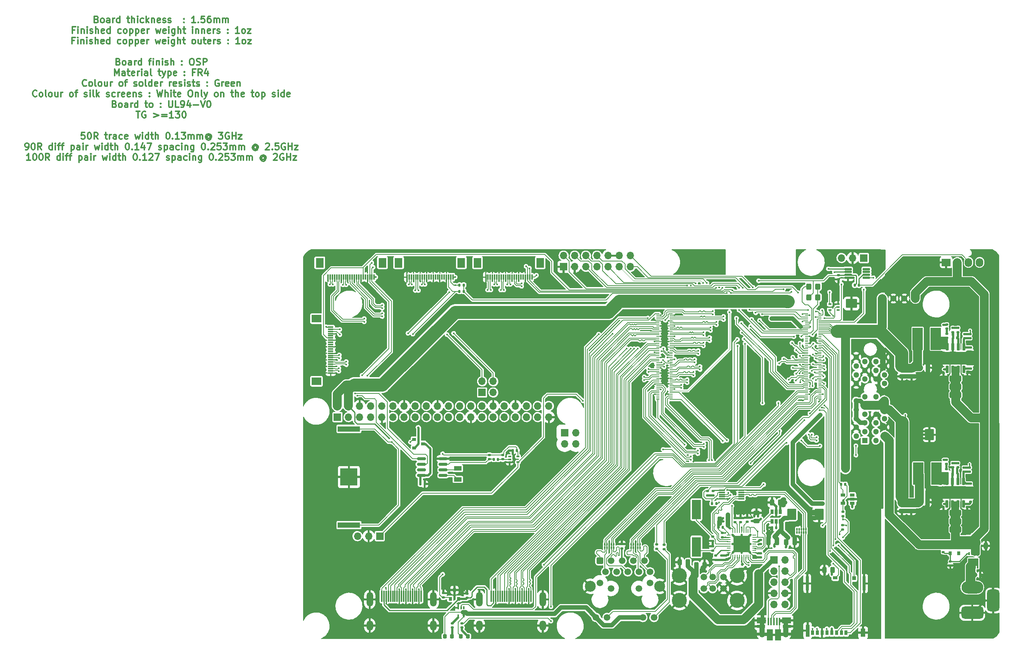
<source format=gbr>
G04 #@! TF.GenerationSoftware,KiCad,Pcbnew,5.99.0-unknown-dbcb1ecdb~104~ubuntu20.04.1*
G04 #@! TF.CreationDate,2020-10-26T15:19:44-05:00*
G04 #@! TF.ProjectId,CM4IOv5,434d3449-4f76-4352-9e6b-696361645f70,rev?*
G04 #@! TF.SameCoordinates,Original*
G04 #@! TF.FileFunction,Copper,L1,Top*
G04 #@! TF.FilePolarity,Positive*
%FSLAX46Y46*%
G04 Gerber Fmt 4.6, Leading zero omitted, Abs format (unit mm)*
G04 Created by KiCad (PCBNEW 5.99.0-unknown-dbcb1ecdb~104~ubuntu20.04.1) date 2020-10-26 15:19:44*
%MOMM*%
%LPD*%
G01*
G04 APERTURE LIST*
G04 Aperture macros list*
%AMRoundRect*
0 Rectangle with rounded corners*
0 $1 Rounding radius*
0 $2 $3 $4 $5 $6 $7 $8 $9 X,Y pos of 4 corners*
0 Add a 4 corners polygon primitive as box body*
4,1,4,$2,$3,$4,$5,$6,$7,$8,$9,$2,$3,0*
0 Add four circle primitives for the rounded corners*
1,1,$1+$1,$2,$3,0*
1,1,$1+$1,$4,$5,0*
1,1,$1+$1,$6,$7,0*
1,1,$1+$1,$8,$9,0*
0 Add four rect primitives between the rounded corners*
20,1,$1+$1,$2,$3,$4,$5,0*
20,1,$1+$1,$4,$5,$6,$7,0*
20,1,$1+$1,$6,$7,$8,$9,0*
20,1,$1+$1,$8,$9,$2,$3,0*%
G04 Aperture macros list end*
%ADD10C,0.300000*%
G04 #@! TA.AperFunction,SMDPad,CuDef*
%ADD11R,5.080000X1.270000*%
G04 #@! TD*
G04 #@! TA.AperFunction,SMDPad,CuDef*
%ADD12R,3.960000X3.960000*%
G04 #@! TD*
G04 #@! TA.AperFunction,SMDPad,CuDef*
%ADD13RoundRect,0.147500X0.172500X-0.147500X0.172500X0.147500X-0.172500X0.147500X-0.172500X-0.147500X0*%
G04 #@! TD*
G04 #@! TA.AperFunction,SMDPad,CuDef*
%ADD14RoundRect,0.243750X0.243750X0.456250X-0.243750X0.456250X-0.243750X-0.456250X0.243750X-0.456250X0*%
G04 #@! TD*
G04 #@! TA.AperFunction,SMDPad,CuDef*
%ADD15RoundRect,0.147500X-0.172500X0.147500X-0.172500X-0.147500X0.172500X-0.147500X0.172500X0.147500X0*%
G04 #@! TD*
G04 #@! TA.AperFunction,SMDPad,CuDef*
%ADD16RoundRect,0.147500X-0.147500X-0.172500X0.147500X-0.172500X0.147500X0.172500X-0.147500X0.172500X0*%
G04 #@! TD*
G04 #@! TA.AperFunction,SMDPad,CuDef*
%ADD17RoundRect,0.243750X-0.243750X-0.456250X0.243750X-0.456250X0.243750X0.456250X-0.243750X0.456250X0*%
G04 #@! TD*
G04 #@! TA.AperFunction,SMDPad,CuDef*
%ADD18RoundRect,0.243750X-0.456250X0.243750X-0.456250X-0.243750X0.456250X-0.243750X0.456250X0.243750X0*%
G04 #@! TD*
G04 #@! TA.AperFunction,SMDPad,CuDef*
%ADD19R,0.300000X1.300000*%
G04 #@! TD*
G04 #@! TA.AperFunction,SMDPad,CuDef*
%ADD20R,1.800000X2.200000*%
G04 #@! TD*
G04 #@! TA.AperFunction,ComponentPad*
%ADD21R,1.700000X1.700000*%
G04 #@! TD*
G04 #@! TA.AperFunction,ComponentPad*
%ADD22O,1.700000X1.700000*%
G04 #@! TD*
G04 #@! TA.AperFunction,SMDPad,CuDef*
%ADD23RoundRect,0.147500X0.147500X0.172500X-0.147500X0.172500X-0.147500X-0.172500X0.147500X-0.172500X0*%
G04 #@! TD*
G04 #@! TA.AperFunction,SMDPad,CuDef*
%ADD24R,0.300000X0.550000*%
G04 #@! TD*
G04 #@! TA.AperFunction,SMDPad,CuDef*
%ADD25R,0.400000X0.550000*%
G04 #@! TD*
G04 #@! TA.AperFunction,SMDPad,CuDef*
%ADD26R,0.800000X0.900000*%
G04 #@! TD*
G04 #@! TA.AperFunction,SMDPad,CuDef*
%ADD27RoundRect,0.218750X0.218750X0.256250X-0.218750X0.256250X-0.218750X-0.256250X0.218750X-0.256250X0*%
G04 #@! TD*
G04 #@! TA.AperFunction,SMDPad,CuDef*
%ADD28RoundRect,0.125000X-0.687500X-0.125000X0.687500X-0.125000X0.687500X0.125000X-0.687500X0.125000X0*%
G04 #@! TD*
G04 #@! TA.AperFunction,SMDPad,CuDef*
%ADD29RoundRect,0.243750X0.456250X-0.243750X0.456250X0.243750X-0.456250X0.243750X-0.456250X-0.243750X0*%
G04 #@! TD*
G04 #@! TA.AperFunction,SMDPad,CuDef*
%ADD30R,2.000000X4.500000*%
G04 #@! TD*
G04 #@! TA.AperFunction,SMDPad,CuDef*
%ADD31R,0.650000X0.400000*%
G04 #@! TD*
G04 #@! TA.AperFunction,SMDPad,CuDef*
%ADD32RoundRect,0.062500X0.062500X-0.350000X0.062500X0.350000X-0.062500X0.350000X-0.062500X-0.350000X0*%
G04 #@! TD*
G04 #@! TA.AperFunction,SMDPad,CuDef*
%ADD33RoundRect,0.062500X0.350000X-0.062500X0.350000X0.062500X-0.350000X0.062500X-0.350000X-0.062500X0*%
G04 #@! TD*
G04 #@! TA.AperFunction,SMDPad,CuDef*
%ADD34RoundRect,0.250000X1.600000X-1.600000X1.600000X1.600000X-1.600000X1.600000X-1.600000X-1.600000X0*%
G04 #@! TD*
G04 #@! TA.AperFunction,SMDPad,CuDef*
%ADD35R,0.400000X1.750000*%
G04 #@! TD*
G04 #@! TA.AperFunction,SMDPad,CuDef*
%ADD36R,1.300000X2.000000*%
G04 #@! TD*
G04 #@! TA.AperFunction,SMDPad,CuDef*
%ADD37R,1.425000X2.500000*%
G04 #@! TD*
G04 #@! TA.AperFunction,ComponentPad*
%ADD38O,1.300000X1.700000*%
G04 #@! TD*
G04 #@! TA.AperFunction,SMDPad,CuDef*
%ADD39R,2.000000X1.400000*%
G04 #@! TD*
G04 #@! TA.AperFunction,SMDPad,CuDef*
%ADD40R,1.825000X0.700000*%
G04 #@! TD*
G04 #@! TA.AperFunction,ComponentPad*
%ADD41O,1.000000X1.400000*%
G04 #@! TD*
G04 #@! TA.AperFunction,SMDPad,CuDef*
%ADD42R,0.400000X0.650000*%
G04 #@! TD*
G04 #@! TA.AperFunction,SMDPad,CuDef*
%ADD43R,1.060000X0.650000*%
G04 #@! TD*
G04 #@! TA.AperFunction,ComponentPad*
%ADD44O,5.000000X2.800000*%
G04 #@! TD*
G04 #@! TA.AperFunction,ComponentPad*
%ADD45RoundRect,0.700000X1.800000X-0.700000X1.800000X0.700000X-1.800000X0.700000X-1.800000X-0.700000X0*%
G04 #@! TD*
G04 #@! TA.AperFunction,ComponentPad*
%ADD46RoundRect,0.700000X0.700000X-1.800000X0.700000X1.800000X-0.700000X1.800000X-0.700000X-1.800000X0*%
G04 #@! TD*
G04 #@! TA.AperFunction,ComponentPad*
%ADD47RoundRect,0.250500X-0.499500X-0.499500X0.499500X-0.499500X0.499500X0.499500X-0.499500X0.499500X0*%
G04 #@! TD*
G04 #@! TA.AperFunction,ComponentPad*
%ADD48C,1.500000*%
G04 #@! TD*
G04 #@! TA.AperFunction,ComponentPad*
%ADD49C,2.500000*%
G04 #@! TD*
G04 #@! TA.AperFunction,SMDPad,CuDef*
%ADD50R,0.300000X2.600000*%
G04 #@! TD*
G04 #@! TA.AperFunction,ComponentPad*
%ADD51O,1.500000X3.300000*%
G04 #@! TD*
G04 #@! TA.AperFunction,ComponentPad*
%ADD52O,1.500000X2.300000*%
G04 #@! TD*
G04 #@! TA.AperFunction,SMDPad,CuDef*
%ADD53R,0.650000X1.060000*%
G04 #@! TD*
G04 #@! TA.AperFunction,SMDPad,CuDef*
%ADD54R,1.400000X0.300000*%
G04 #@! TD*
G04 #@! TA.AperFunction,ComponentPad*
%ADD55C,3.450000*%
G04 #@! TD*
G04 #@! TA.AperFunction,SMDPad,CuDef*
%ADD56RoundRect,0.147500X-0.226274X-0.017678X-0.017678X-0.226274X0.226274X0.017678X0.017678X0.226274X0*%
G04 #@! TD*
G04 #@! TA.AperFunction,ComponentPad*
%ADD57R,2.030000X1.730000*%
G04 #@! TD*
G04 #@! TA.AperFunction,ComponentPad*
%ADD58O,1.730000X2.030000*%
G04 #@! TD*
G04 #@! TA.AperFunction,SMDPad,CuDef*
%ADD59R,2.350000X5.100000*%
G04 #@! TD*
G04 #@! TA.AperFunction,SMDPad,CuDef*
%ADD60RoundRect,0.150000X0.150000X-0.737500X0.150000X0.737500X-0.150000X0.737500X-0.150000X-0.737500X0*%
G04 #@! TD*
G04 #@! TA.AperFunction,ComponentPad*
%ADD61C,0.500000*%
G04 #@! TD*
G04 #@! TA.AperFunction,SMDPad,CuDef*
%ADD62R,4.900000X2.950000*%
G04 #@! TD*
G04 #@! TA.AperFunction,ComponentPad*
%ADD63R,1.408000X1.408000*%
G04 #@! TD*
G04 #@! TA.AperFunction,ComponentPad*
%ADD64C,1.408000*%
G04 #@! TD*
G04 #@! TA.AperFunction,SMDPad,CuDef*
%ADD65RoundRect,0.249999X-0.325001X-0.450001X0.325001X-0.450001X0.325001X0.450001X-0.325001X0.450001X0*%
G04 #@! TD*
G04 #@! TA.AperFunction,SMDPad,CuDef*
%ADD66R,0.900000X0.800000*%
G04 #@! TD*
G04 #@! TA.AperFunction,SMDPad,CuDef*
%ADD67RoundRect,0.150000X0.825000X0.150000X-0.825000X0.150000X-0.825000X-0.150000X0.825000X-0.150000X0*%
G04 #@! TD*
G04 #@! TA.AperFunction,SMDPad,CuDef*
%ADD68R,1.800000X1.000000*%
G04 #@! TD*
G04 #@! TA.AperFunction,SMDPad,CuDef*
%ADD69R,0.700000X1.100000*%
G04 #@! TD*
G04 #@! TA.AperFunction,SMDPad,CuDef*
%ADD70R,0.900000X0.930000*%
G04 #@! TD*
G04 #@! TA.AperFunction,SMDPad,CuDef*
%ADD71R,1.050000X0.780000*%
G04 #@! TD*
G04 #@! TA.AperFunction,SMDPad,CuDef*
%ADD72R,0.860000X2.800000*%
G04 #@! TD*
G04 #@! TA.AperFunction,SMDPad,CuDef*
%ADD73R,0.700000X3.330000*%
G04 #@! TD*
G04 #@! TA.AperFunction,SMDPad,CuDef*
%ADD74R,1.140000X1.830000*%
G04 #@! TD*
G04 #@! TA.AperFunction,SMDPad,CuDef*
%ADD75R,1.300000X0.300000*%
G04 #@! TD*
G04 #@! TA.AperFunction,SMDPad,CuDef*
%ADD76R,2.200000X1.800000*%
G04 #@! TD*
G04 #@! TA.AperFunction,SMDPad,CuDef*
%ADD77R,0.420000X0.700000*%
G04 #@! TD*
G04 #@! TA.AperFunction,ComponentPad*
%ADD78R,1.300000X1.300000*%
G04 #@! TD*
G04 #@! TA.AperFunction,ComponentPad*
%ADD79C,1.300000*%
G04 #@! TD*
G04 #@! TA.AperFunction,SMDPad,CuDef*
%ADD80RoundRect,0.250000X-0.787500X-1.025000X0.787500X-1.025000X0.787500X1.025000X-0.787500X1.025000X0*%
G04 #@! TD*
G04 #@! TA.AperFunction,SMDPad,CuDef*
%ADD81RoundRect,0.250000X1.025000X-0.787500X1.025000X0.787500X-1.025000X0.787500X-1.025000X-0.787500X0*%
G04 #@! TD*
G04 #@! TA.AperFunction,SMDPad,CuDef*
%ADD82R,0.700000X0.200000*%
G04 #@! TD*
G04 #@! TA.AperFunction,ViaPad*
%ADD83C,0.450000*%
G04 #@! TD*
G04 #@! TA.AperFunction,Conductor*
%ADD84C,0.500000*%
G04 #@! TD*
G04 #@! TA.AperFunction,Conductor*
%ADD85C,2.000000*%
G04 #@! TD*
G04 #@! TA.AperFunction,Conductor*
%ADD86C,1.000000*%
G04 #@! TD*
G04 #@! TA.AperFunction,Conductor*
%ADD87C,0.200000*%
G04 #@! TD*
G04 #@! TA.AperFunction,Conductor*
%ADD88C,0.230000*%
G04 #@! TD*
G04 #@! TA.AperFunction,Conductor*
%ADD89C,0.300000*%
G04 #@! TD*
G04 #@! TA.AperFunction,Conductor*
%ADD90C,0.130000*%
G04 #@! TD*
G04 #@! TA.AperFunction,Conductor*
%ADD91C,0.800000*%
G04 #@! TD*
G04 #@! TA.AperFunction,Conductor*
%ADD92C,0.600000*%
G04 #@! TD*
G04 #@! TA.AperFunction,Conductor*
%ADD93C,3.000000*%
G04 #@! TD*
G04 #@! TA.AperFunction,Conductor*
%ADD94C,0.127000*%
G04 #@! TD*
G04 #@! TA.AperFunction,Conductor*
%ADD95C,0.147000*%
G04 #@! TD*
G04 #@! TA.AperFunction,Conductor*
%ADD96C,0.100000*%
G04 #@! TD*
G04 #@! TA.AperFunction,Conductor*
%ADD97C,1.500000*%
G04 #@! TD*
G04 #@! TA.AperFunction,Conductor*
%ADD98C,0.170000*%
G04 #@! TD*
G04 #@! TA.AperFunction,Conductor*
%ADD99C,0.254000*%
G04 #@! TD*
G04 APERTURE END LIST*
D10*
X32414285Y-17995357D02*
X32628571Y-18066785D01*
X32700000Y-18138214D01*
X32771428Y-18281071D01*
X32771428Y-18495357D01*
X32700000Y-18638214D01*
X32628571Y-18709642D01*
X32485714Y-18781071D01*
X31914285Y-18781071D01*
X31914285Y-17281071D01*
X32414285Y-17281071D01*
X32557142Y-17352500D01*
X32628571Y-17423928D01*
X32700000Y-17566785D01*
X32700000Y-17709642D01*
X32628571Y-17852500D01*
X32557142Y-17923928D01*
X32414285Y-17995357D01*
X31914285Y-17995357D01*
X33628571Y-18781071D02*
X33485714Y-18709642D01*
X33414285Y-18638214D01*
X33342857Y-18495357D01*
X33342857Y-18066785D01*
X33414285Y-17923928D01*
X33485714Y-17852500D01*
X33628571Y-17781071D01*
X33842857Y-17781071D01*
X33985714Y-17852500D01*
X34057142Y-17923928D01*
X34128571Y-18066785D01*
X34128571Y-18495357D01*
X34057142Y-18638214D01*
X33985714Y-18709642D01*
X33842857Y-18781071D01*
X33628571Y-18781071D01*
X35414285Y-18781071D02*
X35414285Y-17995357D01*
X35342857Y-17852500D01*
X35200000Y-17781071D01*
X34914285Y-17781071D01*
X34771428Y-17852500D01*
X35414285Y-18709642D02*
X35271428Y-18781071D01*
X34914285Y-18781071D01*
X34771428Y-18709642D01*
X34700000Y-18566785D01*
X34700000Y-18423928D01*
X34771428Y-18281071D01*
X34914285Y-18209642D01*
X35271428Y-18209642D01*
X35414285Y-18138214D01*
X36128571Y-18781071D02*
X36128571Y-17781071D01*
X36128571Y-18066785D02*
X36200000Y-17923928D01*
X36271428Y-17852500D01*
X36414285Y-17781071D01*
X36557142Y-17781071D01*
X37700000Y-18781071D02*
X37700000Y-17281071D01*
X37700000Y-18709642D02*
X37557142Y-18781071D01*
X37271428Y-18781071D01*
X37128571Y-18709642D01*
X37057142Y-18638214D01*
X36985714Y-18495357D01*
X36985714Y-18066785D01*
X37057142Y-17923928D01*
X37128571Y-17852500D01*
X37271428Y-17781071D01*
X37557142Y-17781071D01*
X37700000Y-17852500D01*
X39342857Y-17781071D02*
X39914285Y-17781071D01*
X39557142Y-17281071D02*
X39557142Y-18566785D01*
X39628571Y-18709642D01*
X39771428Y-18781071D01*
X39914285Y-18781071D01*
X40414285Y-18781071D02*
X40414285Y-17281071D01*
X41057142Y-18781071D02*
X41057142Y-17995357D01*
X40985714Y-17852500D01*
X40842857Y-17781071D01*
X40628571Y-17781071D01*
X40485714Y-17852500D01*
X40414285Y-17923928D01*
X41771428Y-18781071D02*
X41771428Y-17781071D01*
X41771428Y-17281071D02*
X41700000Y-17352500D01*
X41771428Y-17423928D01*
X41842857Y-17352500D01*
X41771428Y-17281071D01*
X41771428Y-17423928D01*
X43128571Y-18709642D02*
X42985714Y-18781071D01*
X42700000Y-18781071D01*
X42557142Y-18709642D01*
X42485714Y-18638214D01*
X42414285Y-18495357D01*
X42414285Y-18066785D01*
X42485714Y-17923928D01*
X42557142Y-17852500D01*
X42700000Y-17781071D01*
X42985714Y-17781071D01*
X43128571Y-17852500D01*
X43771428Y-18781071D02*
X43771428Y-17281071D01*
X43914285Y-18209642D02*
X44342857Y-18781071D01*
X44342857Y-17781071D02*
X43771428Y-18352500D01*
X44985714Y-17781071D02*
X44985714Y-18781071D01*
X44985714Y-17923928D02*
X45057142Y-17852500D01*
X45200000Y-17781071D01*
X45414285Y-17781071D01*
X45557142Y-17852500D01*
X45628571Y-17995357D01*
X45628571Y-18781071D01*
X46914285Y-18709642D02*
X46771428Y-18781071D01*
X46485714Y-18781071D01*
X46342857Y-18709642D01*
X46271428Y-18566785D01*
X46271428Y-17995357D01*
X46342857Y-17852500D01*
X46485714Y-17781071D01*
X46771428Y-17781071D01*
X46914285Y-17852500D01*
X46985714Y-17995357D01*
X46985714Y-18138214D01*
X46271428Y-18281071D01*
X47557142Y-18709642D02*
X47700000Y-18781071D01*
X47985714Y-18781071D01*
X48128571Y-18709642D01*
X48200000Y-18566785D01*
X48200000Y-18495357D01*
X48128571Y-18352500D01*
X47985714Y-18281071D01*
X47771428Y-18281071D01*
X47628571Y-18209642D01*
X47557142Y-18066785D01*
X47557142Y-17995357D01*
X47628571Y-17852500D01*
X47771428Y-17781071D01*
X47985714Y-17781071D01*
X48128571Y-17852500D01*
X48771428Y-18709642D02*
X48914285Y-18781071D01*
X49200000Y-18781071D01*
X49342857Y-18709642D01*
X49414285Y-18566785D01*
X49414285Y-18495357D01*
X49342857Y-18352500D01*
X49200000Y-18281071D01*
X48985714Y-18281071D01*
X48842857Y-18209642D01*
X48771428Y-18066785D01*
X48771428Y-17995357D01*
X48842857Y-17852500D01*
X48985714Y-17781071D01*
X49200000Y-17781071D01*
X49342857Y-17852500D01*
X52342857Y-18638214D02*
X52414285Y-18709642D01*
X52342857Y-18781071D01*
X52271428Y-18709642D01*
X52342857Y-18638214D01*
X52342857Y-18781071D01*
X52342857Y-17852500D02*
X52414285Y-17923928D01*
X52342857Y-17995357D01*
X52271428Y-17923928D01*
X52342857Y-17852500D01*
X52342857Y-17995357D01*
X54985714Y-18781071D02*
X54128571Y-18781071D01*
X54557142Y-18781071D02*
X54557142Y-17281071D01*
X54414285Y-17495357D01*
X54271428Y-17638214D01*
X54128571Y-17709642D01*
X55628571Y-18638214D02*
X55699999Y-18709642D01*
X55628571Y-18781071D01*
X55557142Y-18709642D01*
X55628571Y-18638214D01*
X55628571Y-18781071D01*
X57057142Y-17281071D02*
X56342857Y-17281071D01*
X56271428Y-17995357D01*
X56342857Y-17923928D01*
X56485714Y-17852500D01*
X56842857Y-17852500D01*
X56985714Y-17923928D01*
X57057142Y-17995357D01*
X57128571Y-18138214D01*
X57128571Y-18495357D01*
X57057142Y-18638214D01*
X56985714Y-18709642D01*
X56842857Y-18781071D01*
X56485714Y-18781071D01*
X56342857Y-18709642D01*
X56271428Y-18638214D01*
X58414285Y-17281071D02*
X58128571Y-17281071D01*
X57985714Y-17352500D01*
X57914285Y-17423928D01*
X57771428Y-17638214D01*
X57699999Y-17923928D01*
X57699999Y-18495357D01*
X57771428Y-18638214D01*
X57842857Y-18709642D01*
X57985714Y-18781071D01*
X58271428Y-18781071D01*
X58414285Y-18709642D01*
X58485714Y-18638214D01*
X58557142Y-18495357D01*
X58557142Y-18138214D01*
X58485714Y-17995357D01*
X58414285Y-17923928D01*
X58271428Y-17852500D01*
X57985714Y-17852500D01*
X57842857Y-17923928D01*
X57771428Y-17995357D01*
X57699999Y-18138214D01*
X59199999Y-18781071D02*
X59199999Y-17781071D01*
X59199999Y-17923928D02*
X59271428Y-17852500D01*
X59414285Y-17781071D01*
X59628571Y-17781071D01*
X59771428Y-17852500D01*
X59842857Y-17995357D01*
X59842857Y-18781071D01*
X59842857Y-17995357D02*
X59914285Y-17852500D01*
X60057142Y-17781071D01*
X60271428Y-17781071D01*
X60414285Y-17852500D01*
X60485714Y-17995357D01*
X60485714Y-18781071D01*
X61199999Y-18781071D02*
X61199999Y-17781071D01*
X61199999Y-17923928D02*
X61271428Y-17852500D01*
X61414285Y-17781071D01*
X61628571Y-17781071D01*
X61771428Y-17852500D01*
X61842857Y-17995357D01*
X61842857Y-18781071D01*
X61842857Y-17995357D02*
X61914285Y-17852500D01*
X62057142Y-17781071D01*
X62271428Y-17781071D01*
X62414285Y-17852500D01*
X62485714Y-17995357D01*
X62485714Y-18781071D01*
X27414285Y-20410357D02*
X26914285Y-20410357D01*
X26914285Y-21196071D02*
X26914285Y-19696071D01*
X27628571Y-19696071D01*
X28199999Y-21196071D02*
X28199999Y-20196071D01*
X28199999Y-19696071D02*
X28128571Y-19767500D01*
X28199999Y-19838928D01*
X28271428Y-19767500D01*
X28199999Y-19696071D01*
X28199999Y-19838928D01*
X28914285Y-20196071D02*
X28914285Y-21196071D01*
X28914285Y-20338928D02*
X28985714Y-20267500D01*
X29128571Y-20196071D01*
X29342857Y-20196071D01*
X29485714Y-20267500D01*
X29557142Y-20410357D01*
X29557142Y-21196071D01*
X30271428Y-21196071D02*
X30271428Y-20196071D01*
X30271428Y-19696071D02*
X30199999Y-19767500D01*
X30271428Y-19838928D01*
X30342857Y-19767500D01*
X30271428Y-19696071D01*
X30271428Y-19838928D01*
X30914285Y-21124642D02*
X31057142Y-21196071D01*
X31342857Y-21196071D01*
X31485714Y-21124642D01*
X31557142Y-20981785D01*
X31557142Y-20910357D01*
X31485714Y-20767500D01*
X31342857Y-20696071D01*
X31128571Y-20696071D01*
X30985714Y-20624642D01*
X30914285Y-20481785D01*
X30914285Y-20410357D01*
X30985714Y-20267500D01*
X31128571Y-20196071D01*
X31342857Y-20196071D01*
X31485714Y-20267500D01*
X32199999Y-21196071D02*
X32199999Y-19696071D01*
X32842857Y-21196071D02*
X32842857Y-20410357D01*
X32771428Y-20267500D01*
X32628571Y-20196071D01*
X32414285Y-20196071D01*
X32271428Y-20267500D01*
X32199999Y-20338928D01*
X34128571Y-21124642D02*
X33985714Y-21196071D01*
X33700000Y-21196071D01*
X33557142Y-21124642D01*
X33485714Y-20981785D01*
X33485714Y-20410357D01*
X33557142Y-20267500D01*
X33700000Y-20196071D01*
X33985714Y-20196071D01*
X34128571Y-20267500D01*
X34200000Y-20410357D01*
X34200000Y-20553214D01*
X33485714Y-20696071D01*
X35485714Y-21196071D02*
X35485714Y-19696071D01*
X35485714Y-21124642D02*
X35342857Y-21196071D01*
X35057142Y-21196071D01*
X34914285Y-21124642D01*
X34842857Y-21053214D01*
X34771428Y-20910357D01*
X34771428Y-20481785D01*
X34842857Y-20338928D01*
X34914285Y-20267500D01*
X35057142Y-20196071D01*
X35342857Y-20196071D01*
X35485714Y-20267500D01*
X37985714Y-21124642D02*
X37842857Y-21196071D01*
X37557142Y-21196071D01*
X37414285Y-21124642D01*
X37342857Y-21053214D01*
X37271428Y-20910357D01*
X37271428Y-20481785D01*
X37342857Y-20338928D01*
X37414285Y-20267500D01*
X37557142Y-20196071D01*
X37842857Y-20196071D01*
X37985714Y-20267500D01*
X38842857Y-21196071D02*
X38700000Y-21124642D01*
X38628571Y-21053214D01*
X38557142Y-20910357D01*
X38557142Y-20481785D01*
X38628571Y-20338928D01*
X38700000Y-20267500D01*
X38842857Y-20196071D01*
X39057142Y-20196071D01*
X39200000Y-20267500D01*
X39271428Y-20338928D01*
X39342857Y-20481785D01*
X39342857Y-20910357D01*
X39271428Y-21053214D01*
X39200000Y-21124642D01*
X39057142Y-21196071D01*
X38842857Y-21196071D01*
X39985714Y-20196071D02*
X39985714Y-21696071D01*
X39985714Y-20267500D02*
X40128571Y-20196071D01*
X40414285Y-20196071D01*
X40557142Y-20267500D01*
X40628571Y-20338928D01*
X40700000Y-20481785D01*
X40700000Y-20910357D01*
X40628571Y-21053214D01*
X40557142Y-21124642D01*
X40414285Y-21196071D01*
X40128571Y-21196071D01*
X39985714Y-21124642D01*
X41342857Y-20196071D02*
X41342857Y-21696071D01*
X41342857Y-20267500D02*
X41485714Y-20196071D01*
X41771428Y-20196071D01*
X41914285Y-20267500D01*
X41985714Y-20338928D01*
X42057142Y-20481785D01*
X42057142Y-20910357D01*
X41985714Y-21053214D01*
X41914285Y-21124642D01*
X41771428Y-21196071D01*
X41485714Y-21196071D01*
X41342857Y-21124642D01*
X43271428Y-21124642D02*
X43128571Y-21196071D01*
X42842857Y-21196071D01*
X42699999Y-21124642D01*
X42628571Y-20981785D01*
X42628571Y-20410357D01*
X42699999Y-20267500D01*
X42842857Y-20196071D01*
X43128571Y-20196071D01*
X43271428Y-20267500D01*
X43342857Y-20410357D01*
X43342857Y-20553214D01*
X42628571Y-20696071D01*
X43985714Y-21196071D02*
X43985714Y-20196071D01*
X43985714Y-20481785D02*
X44057142Y-20338928D01*
X44128571Y-20267500D01*
X44271428Y-20196071D01*
X44414285Y-20196071D01*
X45914285Y-20196071D02*
X46200000Y-21196071D01*
X46485714Y-20481785D01*
X46771428Y-21196071D01*
X47057142Y-20196071D01*
X48200000Y-21124642D02*
X48057142Y-21196071D01*
X47771428Y-21196071D01*
X47628571Y-21124642D01*
X47557142Y-20981785D01*
X47557142Y-20410357D01*
X47628571Y-20267500D01*
X47771428Y-20196071D01*
X48057142Y-20196071D01*
X48200000Y-20267500D01*
X48271428Y-20410357D01*
X48271428Y-20553214D01*
X47557142Y-20696071D01*
X48914285Y-21196071D02*
X48914285Y-20196071D01*
X48914285Y-19696071D02*
X48842857Y-19767500D01*
X48914285Y-19838928D01*
X48985714Y-19767500D01*
X48914285Y-19696071D01*
X48914285Y-19838928D01*
X50271428Y-20196071D02*
X50271428Y-21410357D01*
X50200000Y-21553214D01*
X50128571Y-21624642D01*
X49985714Y-21696071D01*
X49771428Y-21696071D01*
X49628571Y-21624642D01*
X50271428Y-21124642D02*
X50128571Y-21196071D01*
X49842857Y-21196071D01*
X49700000Y-21124642D01*
X49628571Y-21053214D01*
X49557142Y-20910357D01*
X49557142Y-20481785D01*
X49628571Y-20338928D01*
X49700000Y-20267500D01*
X49842857Y-20196071D01*
X50128571Y-20196071D01*
X50271428Y-20267500D01*
X50985714Y-21196071D02*
X50985714Y-19696071D01*
X51628571Y-21196071D02*
X51628571Y-20410357D01*
X51557142Y-20267500D01*
X51414285Y-20196071D01*
X51200000Y-20196071D01*
X51057142Y-20267500D01*
X50985714Y-20338928D01*
X52128571Y-20196071D02*
X52700000Y-20196071D01*
X52342857Y-19696071D02*
X52342857Y-20981785D01*
X52414285Y-21124642D01*
X52557142Y-21196071D01*
X52700000Y-21196071D01*
X54342857Y-21196071D02*
X54342857Y-20196071D01*
X54342857Y-19696071D02*
X54271428Y-19767500D01*
X54342857Y-19838928D01*
X54414285Y-19767500D01*
X54342857Y-19696071D01*
X54342857Y-19838928D01*
X55057142Y-20196071D02*
X55057142Y-21196071D01*
X55057142Y-20338928D02*
X55128571Y-20267500D01*
X55271428Y-20196071D01*
X55485714Y-20196071D01*
X55628571Y-20267500D01*
X55700000Y-20410357D01*
X55700000Y-21196071D01*
X56414285Y-20196071D02*
X56414285Y-21196071D01*
X56414285Y-20338928D02*
X56485714Y-20267500D01*
X56628571Y-20196071D01*
X56842857Y-20196071D01*
X56985714Y-20267500D01*
X57057142Y-20410357D01*
X57057142Y-21196071D01*
X58342857Y-21124642D02*
X58200000Y-21196071D01*
X57914285Y-21196071D01*
X57771428Y-21124642D01*
X57700000Y-20981785D01*
X57700000Y-20410357D01*
X57771428Y-20267500D01*
X57914285Y-20196071D01*
X58200000Y-20196071D01*
X58342857Y-20267500D01*
X58414285Y-20410357D01*
X58414285Y-20553214D01*
X57700000Y-20696071D01*
X59057142Y-21196071D02*
X59057142Y-20196071D01*
X59057142Y-20481785D02*
X59128571Y-20338928D01*
X59200000Y-20267500D01*
X59342857Y-20196071D01*
X59485714Y-20196071D01*
X59914285Y-21124642D02*
X60057142Y-21196071D01*
X60342857Y-21196071D01*
X60485714Y-21124642D01*
X60557142Y-20981785D01*
X60557142Y-20910357D01*
X60485714Y-20767500D01*
X60342857Y-20696071D01*
X60128571Y-20696071D01*
X59985714Y-20624642D01*
X59914285Y-20481785D01*
X59914285Y-20410357D01*
X59985714Y-20267500D01*
X60128571Y-20196071D01*
X60342857Y-20196071D01*
X60485714Y-20267500D01*
X62342857Y-21053214D02*
X62414285Y-21124642D01*
X62342857Y-21196071D01*
X62271428Y-21124642D01*
X62342857Y-21053214D01*
X62342857Y-21196071D01*
X62342857Y-20267500D02*
X62414285Y-20338928D01*
X62342857Y-20410357D01*
X62271428Y-20338928D01*
X62342857Y-20267500D01*
X62342857Y-20410357D01*
X64985714Y-21196071D02*
X64128571Y-21196071D01*
X64557142Y-21196071D02*
X64557142Y-19696071D01*
X64414285Y-19910357D01*
X64271428Y-20053214D01*
X64128571Y-20124642D01*
X65842857Y-21196071D02*
X65700000Y-21124642D01*
X65628571Y-21053214D01*
X65557142Y-20910357D01*
X65557142Y-20481785D01*
X65628571Y-20338928D01*
X65700000Y-20267500D01*
X65842857Y-20196071D01*
X66057142Y-20196071D01*
X66200000Y-20267500D01*
X66271428Y-20338928D01*
X66342857Y-20481785D01*
X66342857Y-20910357D01*
X66271428Y-21053214D01*
X66200000Y-21124642D01*
X66057142Y-21196071D01*
X65842857Y-21196071D01*
X66842857Y-20196071D02*
X67628571Y-20196071D01*
X66842857Y-21196071D01*
X67628571Y-21196071D01*
X27342857Y-22825357D02*
X26842857Y-22825357D01*
X26842857Y-23611071D02*
X26842857Y-22111071D01*
X27557142Y-22111071D01*
X28128571Y-23611071D02*
X28128571Y-22611071D01*
X28128571Y-22111071D02*
X28057142Y-22182500D01*
X28128571Y-22253928D01*
X28199999Y-22182500D01*
X28128571Y-22111071D01*
X28128571Y-22253928D01*
X28842857Y-22611071D02*
X28842857Y-23611071D01*
X28842857Y-22753928D02*
X28914285Y-22682500D01*
X29057142Y-22611071D01*
X29271428Y-22611071D01*
X29414285Y-22682500D01*
X29485714Y-22825357D01*
X29485714Y-23611071D01*
X30199999Y-23611071D02*
X30199999Y-22611071D01*
X30199999Y-22111071D02*
X30128571Y-22182500D01*
X30199999Y-22253928D01*
X30271428Y-22182500D01*
X30199999Y-22111071D01*
X30199999Y-22253928D01*
X30842857Y-23539642D02*
X30985714Y-23611071D01*
X31271428Y-23611071D01*
X31414285Y-23539642D01*
X31485714Y-23396785D01*
X31485714Y-23325357D01*
X31414285Y-23182500D01*
X31271428Y-23111071D01*
X31057142Y-23111071D01*
X30914285Y-23039642D01*
X30842857Y-22896785D01*
X30842857Y-22825357D01*
X30914285Y-22682500D01*
X31057142Y-22611071D01*
X31271428Y-22611071D01*
X31414285Y-22682500D01*
X32128571Y-23611071D02*
X32128571Y-22111071D01*
X32771428Y-23611071D02*
X32771428Y-22825357D01*
X32699999Y-22682500D01*
X32557142Y-22611071D01*
X32342857Y-22611071D01*
X32199999Y-22682500D01*
X32128571Y-22753928D01*
X34057142Y-23539642D02*
X33914285Y-23611071D01*
X33628571Y-23611071D01*
X33485714Y-23539642D01*
X33414285Y-23396785D01*
X33414285Y-22825357D01*
X33485714Y-22682500D01*
X33628571Y-22611071D01*
X33914285Y-22611071D01*
X34057142Y-22682500D01*
X34128571Y-22825357D01*
X34128571Y-22968214D01*
X33414285Y-23111071D01*
X35414285Y-23611071D02*
X35414285Y-22111071D01*
X35414285Y-23539642D02*
X35271428Y-23611071D01*
X34985714Y-23611071D01*
X34842857Y-23539642D01*
X34771428Y-23468214D01*
X34699999Y-23325357D01*
X34699999Y-22896785D01*
X34771428Y-22753928D01*
X34842857Y-22682500D01*
X34985714Y-22611071D01*
X35271428Y-22611071D01*
X35414285Y-22682500D01*
X37914285Y-23539642D02*
X37771428Y-23611071D01*
X37485714Y-23611071D01*
X37342857Y-23539642D01*
X37271428Y-23468214D01*
X37199999Y-23325357D01*
X37199999Y-22896785D01*
X37271428Y-22753928D01*
X37342857Y-22682500D01*
X37485714Y-22611071D01*
X37771428Y-22611071D01*
X37914285Y-22682500D01*
X38771428Y-23611071D02*
X38628571Y-23539642D01*
X38557142Y-23468214D01*
X38485714Y-23325357D01*
X38485714Y-22896785D01*
X38557142Y-22753928D01*
X38628571Y-22682500D01*
X38771428Y-22611071D01*
X38985714Y-22611071D01*
X39128571Y-22682500D01*
X39199999Y-22753928D01*
X39271428Y-22896785D01*
X39271428Y-23325357D01*
X39199999Y-23468214D01*
X39128571Y-23539642D01*
X38985714Y-23611071D01*
X38771428Y-23611071D01*
X39914285Y-22611071D02*
X39914285Y-24111071D01*
X39914285Y-22682500D02*
X40057142Y-22611071D01*
X40342857Y-22611071D01*
X40485714Y-22682500D01*
X40557142Y-22753928D01*
X40628571Y-22896785D01*
X40628571Y-23325357D01*
X40557142Y-23468214D01*
X40485714Y-23539642D01*
X40342857Y-23611071D01*
X40057142Y-23611071D01*
X39914285Y-23539642D01*
X41271428Y-22611071D02*
X41271428Y-24111071D01*
X41271428Y-22682500D02*
X41414285Y-22611071D01*
X41699999Y-22611071D01*
X41842857Y-22682500D01*
X41914285Y-22753928D01*
X41985714Y-22896785D01*
X41985714Y-23325357D01*
X41914285Y-23468214D01*
X41842857Y-23539642D01*
X41699999Y-23611071D01*
X41414285Y-23611071D01*
X41271428Y-23539642D01*
X43199999Y-23539642D02*
X43057142Y-23611071D01*
X42771428Y-23611071D01*
X42628571Y-23539642D01*
X42557142Y-23396785D01*
X42557142Y-22825357D01*
X42628571Y-22682500D01*
X42771428Y-22611071D01*
X43057142Y-22611071D01*
X43199999Y-22682500D01*
X43271428Y-22825357D01*
X43271428Y-22968214D01*
X42557142Y-23111071D01*
X43914285Y-23611071D02*
X43914285Y-22611071D01*
X43914285Y-22896785D02*
X43985714Y-22753928D01*
X44057142Y-22682500D01*
X44199999Y-22611071D01*
X44342857Y-22611071D01*
X45842857Y-22611071D02*
X46128571Y-23611071D01*
X46414285Y-22896785D01*
X46699999Y-23611071D01*
X46985714Y-22611071D01*
X48128571Y-23539642D02*
X47985714Y-23611071D01*
X47699999Y-23611071D01*
X47557142Y-23539642D01*
X47485714Y-23396785D01*
X47485714Y-22825357D01*
X47557142Y-22682500D01*
X47699999Y-22611071D01*
X47985714Y-22611071D01*
X48128571Y-22682500D01*
X48199999Y-22825357D01*
X48199999Y-22968214D01*
X47485714Y-23111071D01*
X48842857Y-23611071D02*
X48842857Y-22611071D01*
X48842857Y-22111071D02*
X48771428Y-22182500D01*
X48842857Y-22253928D01*
X48914285Y-22182500D01*
X48842857Y-22111071D01*
X48842857Y-22253928D01*
X50199999Y-22611071D02*
X50199999Y-23825357D01*
X50128571Y-23968214D01*
X50057142Y-24039642D01*
X49914285Y-24111071D01*
X49699999Y-24111071D01*
X49557142Y-24039642D01*
X50199999Y-23539642D02*
X50057142Y-23611071D01*
X49771428Y-23611071D01*
X49628571Y-23539642D01*
X49557142Y-23468214D01*
X49485714Y-23325357D01*
X49485714Y-22896785D01*
X49557142Y-22753928D01*
X49628571Y-22682500D01*
X49771428Y-22611071D01*
X50057142Y-22611071D01*
X50199999Y-22682500D01*
X50914285Y-23611071D02*
X50914285Y-22111071D01*
X51557142Y-23611071D02*
X51557142Y-22825357D01*
X51485714Y-22682500D01*
X51342857Y-22611071D01*
X51128571Y-22611071D01*
X50985714Y-22682500D01*
X50914285Y-22753928D01*
X52057142Y-22611071D02*
X52628571Y-22611071D01*
X52271428Y-22111071D02*
X52271428Y-23396785D01*
X52342857Y-23539642D01*
X52485714Y-23611071D01*
X52628571Y-23611071D01*
X54485714Y-23611071D02*
X54342857Y-23539642D01*
X54271428Y-23468214D01*
X54200000Y-23325357D01*
X54200000Y-22896785D01*
X54271428Y-22753928D01*
X54342857Y-22682500D01*
X54485714Y-22611071D01*
X54700000Y-22611071D01*
X54842857Y-22682500D01*
X54914285Y-22753928D01*
X54985714Y-22896785D01*
X54985714Y-23325357D01*
X54914285Y-23468214D01*
X54842857Y-23539642D01*
X54700000Y-23611071D01*
X54485714Y-23611071D01*
X56271428Y-22611071D02*
X56271428Y-23611071D01*
X55628571Y-22611071D02*
X55628571Y-23396785D01*
X55700000Y-23539642D01*
X55842857Y-23611071D01*
X56057142Y-23611071D01*
X56200000Y-23539642D01*
X56271428Y-23468214D01*
X56771428Y-22611071D02*
X57342857Y-22611071D01*
X56985714Y-22111071D02*
X56985714Y-23396785D01*
X57057142Y-23539642D01*
X57200000Y-23611071D01*
X57342857Y-23611071D01*
X58414285Y-23539642D02*
X58271428Y-23611071D01*
X57985714Y-23611071D01*
X57842857Y-23539642D01*
X57771428Y-23396785D01*
X57771428Y-22825357D01*
X57842857Y-22682500D01*
X57985714Y-22611071D01*
X58271428Y-22611071D01*
X58414285Y-22682500D01*
X58485714Y-22825357D01*
X58485714Y-22968214D01*
X57771428Y-23111071D01*
X59128571Y-23611071D02*
X59128571Y-22611071D01*
X59128571Y-22896785D02*
X59200000Y-22753928D01*
X59271428Y-22682500D01*
X59414285Y-22611071D01*
X59557142Y-22611071D01*
X59985714Y-23539642D02*
X60128571Y-23611071D01*
X60414285Y-23611071D01*
X60557142Y-23539642D01*
X60628571Y-23396785D01*
X60628571Y-23325357D01*
X60557142Y-23182500D01*
X60414285Y-23111071D01*
X60200000Y-23111071D01*
X60057142Y-23039642D01*
X59985714Y-22896785D01*
X59985714Y-22825357D01*
X60057142Y-22682500D01*
X60200000Y-22611071D01*
X60414285Y-22611071D01*
X60557142Y-22682500D01*
X62414285Y-23468214D02*
X62485714Y-23539642D01*
X62414285Y-23611071D01*
X62342857Y-23539642D01*
X62414285Y-23468214D01*
X62414285Y-23611071D01*
X62414285Y-22682500D02*
X62485714Y-22753928D01*
X62414285Y-22825357D01*
X62342857Y-22753928D01*
X62414285Y-22682500D01*
X62414285Y-22825357D01*
X65057142Y-23611071D02*
X64200000Y-23611071D01*
X64628571Y-23611071D02*
X64628571Y-22111071D01*
X64485714Y-22325357D01*
X64342857Y-22468214D01*
X64200000Y-22539642D01*
X65914285Y-23611071D02*
X65771428Y-23539642D01*
X65700000Y-23468214D01*
X65628571Y-23325357D01*
X65628571Y-22896785D01*
X65700000Y-22753928D01*
X65771428Y-22682500D01*
X65914285Y-22611071D01*
X66128571Y-22611071D01*
X66271428Y-22682500D01*
X66342857Y-22753928D01*
X66414285Y-22896785D01*
X66414285Y-23325357D01*
X66342857Y-23468214D01*
X66271428Y-23539642D01*
X66128571Y-23611071D01*
X65914285Y-23611071D01*
X66914285Y-22611071D02*
X67700000Y-22611071D01*
X66914285Y-23611071D01*
X67700000Y-23611071D01*
X37378571Y-27655357D02*
X37592857Y-27726785D01*
X37664285Y-27798214D01*
X37735714Y-27941071D01*
X37735714Y-28155357D01*
X37664285Y-28298214D01*
X37592857Y-28369642D01*
X37450000Y-28441071D01*
X36878571Y-28441071D01*
X36878571Y-26941071D01*
X37378571Y-26941071D01*
X37521428Y-27012500D01*
X37592857Y-27083928D01*
X37664285Y-27226785D01*
X37664285Y-27369642D01*
X37592857Y-27512500D01*
X37521428Y-27583928D01*
X37378571Y-27655357D01*
X36878571Y-27655357D01*
X38592857Y-28441071D02*
X38450000Y-28369642D01*
X38378571Y-28298214D01*
X38307142Y-28155357D01*
X38307142Y-27726785D01*
X38378571Y-27583928D01*
X38450000Y-27512500D01*
X38592857Y-27441071D01*
X38807142Y-27441071D01*
X38950000Y-27512500D01*
X39021428Y-27583928D01*
X39092857Y-27726785D01*
X39092857Y-28155357D01*
X39021428Y-28298214D01*
X38950000Y-28369642D01*
X38807142Y-28441071D01*
X38592857Y-28441071D01*
X40378571Y-28441071D02*
X40378571Y-27655357D01*
X40307142Y-27512500D01*
X40164285Y-27441071D01*
X39878571Y-27441071D01*
X39735714Y-27512500D01*
X40378571Y-28369642D02*
X40235714Y-28441071D01*
X39878571Y-28441071D01*
X39735714Y-28369642D01*
X39664285Y-28226785D01*
X39664285Y-28083928D01*
X39735714Y-27941071D01*
X39878571Y-27869642D01*
X40235714Y-27869642D01*
X40378571Y-27798214D01*
X41092857Y-28441071D02*
X41092857Y-27441071D01*
X41092857Y-27726785D02*
X41164285Y-27583928D01*
X41235714Y-27512500D01*
X41378571Y-27441071D01*
X41521428Y-27441071D01*
X42664285Y-28441071D02*
X42664285Y-26941071D01*
X42664285Y-28369642D02*
X42521428Y-28441071D01*
X42235714Y-28441071D01*
X42092857Y-28369642D01*
X42021428Y-28298214D01*
X41950000Y-28155357D01*
X41950000Y-27726785D01*
X42021428Y-27583928D01*
X42092857Y-27512500D01*
X42235714Y-27441071D01*
X42521428Y-27441071D01*
X42664285Y-27512500D01*
X44307142Y-27441071D02*
X44878571Y-27441071D01*
X44521428Y-28441071D02*
X44521428Y-27155357D01*
X44592857Y-27012500D01*
X44735714Y-26941071D01*
X44878571Y-26941071D01*
X45378571Y-28441071D02*
X45378571Y-27441071D01*
X45378571Y-26941071D02*
X45307142Y-27012500D01*
X45378571Y-27083928D01*
X45450000Y-27012500D01*
X45378571Y-26941071D01*
X45378571Y-27083928D01*
X46092857Y-27441071D02*
X46092857Y-28441071D01*
X46092857Y-27583928D02*
X46164285Y-27512500D01*
X46307142Y-27441071D01*
X46521428Y-27441071D01*
X46664285Y-27512500D01*
X46735714Y-27655357D01*
X46735714Y-28441071D01*
X47450000Y-28441071D02*
X47450000Y-27441071D01*
X47450000Y-26941071D02*
X47378571Y-27012500D01*
X47450000Y-27083928D01*
X47521428Y-27012500D01*
X47450000Y-26941071D01*
X47450000Y-27083928D01*
X48092857Y-28369642D02*
X48235714Y-28441071D01*
X48521428Y-28441071D01*
X48664285Y-28369642D01*
X48735714Y-28226785D01*
X48735714Y-28155357D01*
X48664285Y-28012500D01*
X48521428Y-27941071D01*
X48307142Y-27941071D01*
X48164285Y-27869642D01*
X48092857Y-27726785D01*
X48092857Y-27655357D01*
X48164285Y-27512500D01*
X48307142Y-27441071D01*
X48521428Y-27441071D01*
X48664285Y-27512500D01*
X49378571Y-28441071D02*
X49378571Y-26941071D01*
X50021428Y-28441071D02*
X50021428Y-27655357D01*
X49950000Y-27512500D01*
X49807142Y-27441071D01*
X49592857Y-27441071D01*
X49450000Y-27512500D01*
X49378571Y-27583928D01*
X51878571Y-28298214D02*
X51950000Y-28369642D01*
X51878571Y-28441071D01*
X51807142Y-28369642D01*
X51878571Y-28298214D01*
X51878571Y-28441071D01*
X51878571Y-27512500D02*
X51950000Y-27583928D01*
X51878571Y-27655357D01*
X51807142Y-27583928D01*
X51878571Y-27512500D01*
X51878571Y-27655357D01*
X54021428Y-26941071D02*
X54307142Y-26941071D01*
X54450000Y-27012500D01*
X54592857Y-27155357D01*
X54664285Y-27441071D01*
X54664285Y-27941071D01*
X54592857Y-28226785D01*
X54450000Y-28369642D01*
X54307142Y-28441071D01*
X54021428Y-28441071D01*
X53878571Y-28369642D01*
X53735714Y-28226785D01*
X53664285Y-27941071D01*
X53664285Y-27441071D01*
X53735714Y-27155357D01*
X53878571Y-27012500D01*
X54021428Y-26941071D01*
X55235714Y-28369642D02*
X55450000Y-28441071D01*
X55807142Y-28441071D01*
X55950000Y-28369642D01*
X56021428Y-28298214D01*
X56092857Y-28155357D01*
X56092857Y-28012500D01*
X56021428Y-27869642D01*
X55950000Y-27798214D01*
X55807142Y-27726785D01*
X55521428Y-27655357D01*
X55378571Y-27583928D01*
X55307142Y-27512500D01*
X55235714Y-27369642D01*
X55235714Y-27226785D01*
X55307142Y-27083928D01*
X55378571Y-27012500D01*
X55521428Y-26941071D01*
X55878571Y-26941071D01*
X56092857Y-27012500D01*
X56735714Y-28441071D02*
X56735714Y-26941071D01*
X57307142Y-26941071D01*
X57450000Y-27012500D01*
X57521428Y-27083928D01*
X57592857Y-27226785D01*
X57592857Y-27441071D01*
X57521428Y-27583928D01*
X57450000Y-27655357D01*
X57307142Y-27726785D01*
X56735714Y-27726785D01*
X36557142Y-30856071D02*
X36557142Y-29356071D01*
X37057142Y-30427500D01*
X37557142Y-29356071D01*
X37557142Y-30856071D01*
X38914285Y-30856071D02*
X38914285Y-30070357D01*
X38842857Y-29927500D01*
X38700000Y-29856071D01*
X38414285Y-29856071D01*
X38271428Y-29927500D01*
X38914285Y-30784642D02*
X38771428Y-30856071D01*
X38414285Y-30856071D01*
X38271428Y-30784642D01*
X38200000Y-30641785D01*
X38200000Y-30498928D01*
X38271428Y-30356071D01*
X38414285Y-30284642D01*
X38771428Y-30284642D01*
X38914285Y-30213214D01*
X39414285Y-29856071D02*
X39985714Y-29856071D01*
X39628571Y-29356071D02*
X39628571Y-30641785D01*
X39700000Y-30784642D01*
X39842857Y-30856071D01*
X39985714Y-30856071D01*
X41057142Y-30784642D02*
X40914285Y-30856071D01*
X40628571Y-30856071D01*
X40485714Y-30784642D01*
X40414285Y-30641785D01*
X40414285Y-30070357D01*
X40485714Y-29927500D01*
X40628571Y-29856071D01*
X40914285Y-29856071D01*
X41057142Y-29927500D01*
X41128571Y-30070357D01*
X41128571Y-30213214D01*
X40414285Y-30356071D01*
X41771428Y-30856071D02*
X41771428Y-29856071D01*
X41771428Y-30141785D02*
X41842857Y-29998928D01*
X41914285Y-29927500D01*
X42057142Y-29856071D01*
X42200000Y-29856071D01*
X42700000Y-30856071D02*
X42700000Y-29856071D01*
X42700000Y-29356071D02*
X42628571Y-29427500D01*
X42700000Y-29498928D01*
X42771428Y-29427500D01*
X42700000Y-29356071D01*
X42700000Y-29498928D01*
X44057142Y-30856071D02*
X44057142Y-30070357D01*
X43985714Y-29927500D01*
X43842857Y-29856071D01*
X43557142Y-29856071D01*
X43414285Y-29927500D01*
X44057142Y-30784642D02*
X43914285Y-30856071D01*
X43557142Y-30856071D01*
X43414285Y-30784642D01*
X43342857Y-30641785D01*
X43342857Y-30498928D01*
X43414285Y-30356071D01*
X43557142Y-30284642D01*
X43914285Y-30284642D01*
X44057142Y-30213214D01*
X44985714Y-30856071D02*
X44842857Y-30784642D01*
X44771428Y-30641785D01*
X44771428Y-29356071D01*
X46485714Y-29856071D02*
X47057142Y-29856071D01*
X46700000Y-29356071D02*
X46700000Y-30641785D01*
X46771428Y-30784642D01*
X46914285Y-30856071D01*
X47057142Y-30856071D01*
X47414285Y-29856071D02*
X47771428Y-30856071D01*
X48128571Y-29856071D02*
X47771428Y-30856071D01*
X47628571Y-31213214D01*
X47557142Y-31284642D01*
X47414285Y-31356071D01*
X48700000Y-29856071D02*
X48700000Y-31356071D01*
X48700000Y-29927500D02*
X48842857Y-29856071D01*
X49128571Y-29856071D01*
X49271428Y-29927500D01*
X49342857Y-29998928D01*
X49414285Y-30141785D01*
X49414285Y-30570357D01*
X49342857Y-30713214D01*
X49271428Y-30784642D01*
X49128571Y-30856071D01*
X48842857Y-30856071D01*
X48700000Y-30784642D01*
X50628571Y-30784642D02*
X50485714Y-30856071D01*
X50200000Y-30856071D01*
X50057142Y-30784642D01*
X49985714Y-30641785D01*
X49985714Y-30070357D01*
X50057142Y-29927500D01*
X50200000Y-29856071D01*
X50485714Y-29856071D01*
X50628571Y-29927500D01*
X50700000Y-30070357D01*
X50700000Y-30213214D01*
X49985714Y-30356071D01*
X52485714Y-30713214D02*
X52557142Y-30784642D01*
X52485714Y-30856071D01*
X52414285Y-30784642D01*
X52485714Y-30713214D01*
X52485714Y-30856071D01*
X52485714Y-29927500D02*
X52557142Y-29998928D01*
X52485714Y-30070357D01*
X52414285Y-29998928D01*
X52485714Y-29927500D01*
X52485714Y-30070357D01*
X54842857Y-30070357D02*
X54342857Y-30070357D01*
X54342857Y-30856071D02*
X54342857Y-29356071D01*
X55057142Y-29356071D01*
X56485714Y-30856071D02*
X55985714Y-30141785D01*
X55628571Y-30856071D02*
X55628571Y-29356071D01*
X56200000Y-29356071D01*
X56342857Y-29427500D01*
X56414285Y-29498928D01*
X56485714Y-29641785D01*
X56485714Y-29856071D01*
X56414285Y-29998928D01*
X56342857Y-30070357D01*
X56200000Y-30141785D01*
X55628571Y-30141785D01*
X57771428Y-29856071D02*
X57771428Y-30856071D01*
X57414285Y-29284642D02*
X57057142Y-30356071D01*
X57985714Y-30356071D01*
X30092857Y-33128214D02*
X30021428Y-33199642D01*
X29807142Y-33271071D01*
X29664285Y-33271071D01*
X29449999Y-33199642D01*
X29307142Y-33056785D01*
X29235714Y-32913928D01*
X29164285Y-32628214D01*
X29164285Y-32413928D01*
X29235714Y-32128214D01*
X29307142Y-31985357D01*
X29449999Y-31842500D01*
X29664285Y-31771071D01*
X29807142Y-31771071D01*
X30021428Y-31842500D01*
X30092857Y-31913928D01*
X30949999Y-33271071D02*
X30807142Y-33199642D01*
X30735714Y-33128214D01*
X30664285Y-32985357D01*
X30664285Y-32556785D01*
X30735714Y-32413928D01*
X30807142Y-32342500D01*
X30949999Y-32271071D01*
X31164285Y-32271071D01*
X31307142Y-32342500D01*
X31378571Y-32413928D01*
X31449999Y-32556785D01*
X31449999Y-32985357D01*
X31378571Y-33128214D01*
X31307142Y-33199642D01*
X31164285Y-33271071D01*
X30949999Y-33271071D01*
X32307142Y-33271071D02*
X32164285Y-33199642D01*
X32092857Y-33056785D01*
X32092857Y-31771071D01*
X33092857Y-33271071D02*
X32949999Y-33199642D01*
X32878571Y-33128214D01*
X32807142Y-32985357D01*
X32807142Y-32556785D01*
X32878571Y-32413928D01*
X32949999Y-32342500D01*
X33092857Y-32271071D01*
X33307142Y-32271071D01*
X33449999Y-32342500D01*
X33521428Y-32413928D01*
X33592857Y-32556785D01*
X33592857Y-32985357D01*
X33521428Y-33128214D01*
X33449999Y-33199642D01*
X33307142Y-33271071D01*
X33092857Y-33271071D01*
X34878571Y-32271071D02*
X34878571Y-33271071D01*
X34235714Y-32271071D02*
X34235714Y-33056785D01*
X34307142Y-33199642D01*
X34450000Y-33271071D01*
X34664285Y-33271071D01*
X34807142Y-33199642D01*
X34878571Y-33128214D01*
X35592857Y-33271071D02*
X35592857Y-32271071D01*
X35592857Y-32556785D02*
X35664285Y-32413928D01*
X35735714Y-32342500D01*
X35878571Y-32271071D01*
X36021428Y-32271071D01*
X37878571Y-33271071D02*
X37735714Y-33199642D01*
X37664285Y-33128214D01*
X37592857Y-32985357D01*
X37592857Y-32556785D01*
X37664285Y-32413928D01*
X37735714Y-32342500D01*
X37878571Y-32271071D01*
X38092857Y-32271071D01*
X38235714Y-32342500D01*
X38307142Y-32413928D01*
X38378571Y-32556785D01*
X38378571Y-32985357D01*
X38307142Y-33128214D01*
X38235714Y-33199642D01*
X38092857Y-33271071D01*
X37878571Y-33271071D01*
X38807142Y-32271071D02*
X39378571Y-32271071D01*
X39021428Y-33271071D02*
X39021428Y-31985357D01*
X39092857Y-31842500D01*
X39235714Y-31771071D01*
X39378571Y-31771071D01*
X40949999Y-33199642D02*
X41092857Y-33271071D01*
X41378571Y-33271071D01*
X41521428Y-33199642D01*
X41592857Y-33056785D01*
X41592857Y-32985357D01*
X41521428Y-32842500D01*
X41378571Y-32771071D01*
X41164285Y-32771071D01*
X41021428Y-32699642D01*
X40949999Y-32556785D01*
X40949999Y-32485357D01*
X41021428Y-32342500D01*
X41164285Y-32271071D01*
X41378571Y-32271071D01*
X41521428Y-32342500D01*
X42449999Y-33271071D02*
X42307142Y-33199642D01*
X42235714Y-33128214D01*
X42164285Y-32985357D01*
X42164285Y-32556785D01*
X42235714Y-32413928D01*
X42307142Y-32342500D01*
X42449999Y-32271071D01*
X42664285Y-32271071D01*
X42807142Y-32342500D01*
X42878571Y-32413928D01*
X42949999Y-32556785D01*
X42949999Y-32985357D01*
X42878571Y-33128214D01*
X42807142Y-33199642D01*
X42664285Y-33271071D01*
X42449999Y-33271071D01*
X43807142Y-33271071D02*
X43664285Y-33199642D01*
X43592857Y-33056785D01*
X43592857Y-31771071D01*
X45021428Y-33271071D02*
X45021428Y-31771071D01*
X45021428Y-33199642D02*
X44878571Y-33271071D01*
X44592857Y-33271071D01*
X44449999Y-33199642D01*
X44378571Y-33128214D01*
X44307142Y-32985357D01*
X44307142Y-32556785D01*
X44378571Y-32413928D01*
X44449999Y-32342500D01*
X44592857Y-32271071D01*
X44878571Y-32271071D01*
X45021428Y-32342500D01*
X46307142Y-33199642D02*
X46164285Y-33271071D01*
X45878571Y-33271071D01*
X45735714Y-33199642D01*
X45664285Y-33056785D01*
X45664285Y-32485357D01*
X45735714Y-32342500D01*
X45878571Y-32271071D01*
X46164285Y-32271071D01*
X46307142Y-32342500D01*
X46378571Y-32485357D01*
X46378571Y-32628214D01*
X45664285Y-32771071D01*
X47021428Y-33271071D02*
X47021428Y-32271071D01*
X47021428Y-32556785D02*
X47092857Y-32413928D01*
X47164285Y-32342500D01*
X47307142Y-32271071D01*
X47450000Y-32271071D01*
X49092857Y-33271071D02*
X49092857Y-32271071D01*
X49092857Y-32556785D02*
X49164285Y-32413928D01*
X49235714Y-32342500D01*
X49378571Y-32271071D01*
X49521428Y-32271071D01*
X50592857Y-33199642D02*
X50450000Y-33271071D01*
X50164285Y-33271071D01*
X50021428Y-33199642D01*
X49950000Y-33056785D01*
X49950000Y-32485357D01*
X50021428Y-32342500D01*
X50164285Y-32271071D01*
X50450000Y-32271071D01*
X50592857Y-32342500D01*
X50664285Y-32485357D01*
X50664285Y-32628214D01*
X49950000Y-32771071D01*
X51235714Y-33199642D02*
X51378571Y-33271071D01*
X51664285Y-33271071D01*
X51807142Y-33199642D01*
X51878571Y-33056785D01*
X51878571Y-32985357D01*
X51807142Y-32842500D01*
X51664285Y-32771071D01*
X51450000Y-32771071D01*
X51307142Y-32699642D01*
X51235714Y-32556785D01*
X51235714Y-32485357D01*
X51307142Y-32342500D01*
X51450000Y-32271071D01*
X51664285Y-32271071D01*
X51807142Y-32342500D01*
X52521428Y-33271071D02*
X52521428Y-32271071D01*
X52521428Y-31771071D02*
X52450000Y-31842500D01*
X52521428Y-31913928D01*
X52592857Y-31842500D01*
X52521428Y-31771071D01*
X52521428Y-31913928D01*
X53164285Y-33199642D02*
X53307142Y-33271071D01*
X53592857Y-33271071D01*
X53735714Y-33199642D01*
X53807142Y-33056785D01*
X53807142Y-32985357D01*
X53735714Y-32842500D01*
X53592857Y-32771071D01*
X53378571Y-32771071D01*
X53235714Y-32699642D01*
X53164285Y-32556785D01*
X53164285Y-32485357D01*
X53235714Y-32342500D01*
X53378571Y-32271071D01*
X53592857Y-32271071D01*
X53735714Y-32342500D01*
X54235714Y-32271071D02*
X54807142Y-32271071D01*
X54449999Y-31771071D02*
X54449999Y-33056785D01*
X54521428Y-33199642D01*
X54664285Y-33271071D01*
X54807142Y-33271071D01*
X55235714Y-33199642D02*
X55378571Y-33271071D01*
X55664285Y-33271071D01*
X55807142Y-33199642D01*
X55878571Y-33056785D01*
X55878571Y-32985357D01*
X55807142Y-32842500D01*
X55664285Y-32771071D01*
X55449999Y-32771071D01*
X55307142Y-32699642D01*
X55235714Y-32556785D01*
X55235714Y-32485357D01*
X55307142Y-32342500D01*
X55449999Y-32271071D01*
X55664285Y-32271071D01*
X55807142Y-32342500D01*
X57664285Y-33128214D02*
X57735714Y-33199642D01*
X57664285Y-33271071D01*
X57592857Y-33199642D01*
X57664285Y-33128214D01*
X57664285Y-33271071D01*
X57664285Y-32342500D02*
X57735714Y-32413928D01*
X57664285Y-32485357D01*
X57592857Y-32413928D01*
X57664285Y-32342500D01*
X57664285Y-32485357D01*
X60307142Y-31842500D02*
X60164285Y-31771071D01*
X59949999Y-31771071D01*
X59735714Y-31842500D01*
X59592857Y-31985357D01*
X59521428Y-32128214D01*
X59449999Y-32413928D01*
X59449999Y-32628214D01*
X59521428Y-32913928D01*
X59592857Y-33056785D01*
X59735714Y-33199642D01*
X59949999Y-33271071D01*
X60092857Y-33271071D01*
X60307142Y-33199642D01*
X60378571Y-33128214D01*
X60378571Y-32628214D01*
X60092857Y-32628214D01*
X61021428Y-33271071D02*
X61021428Y-32271071D01*
X61021428Y-32556785D02*
X61092857Y-32413928D01*
X61164285Y-32342500D01*
X61307142Y-32271071D01*
X61449999Y-32271071D01*
X62521428Y-33199642D02*
X62378571Y-33271071D01*
X62092857Y-33271071D01*
X61949999Y-33199642D01*
X61878571Y-33056785D01*
X61878571Y-32485357D01*
X61949999Y-32342500D01*
X62092857Y-32271071D01*
X62378571Y-32271071D01*
X62521428Y-32342500D01*
X62592857Y-32485357D01*
X62592857Y-32628214D01*
X61878571Y-32771071D01*
X63807142Y-33199642D02*
X63664285Y-33271071D01*
X63378571Y-33271071D01*
X63235714Y-33199642D01*
X63164285Y-33056785D01*
X63164285Y-32485357D01*
X63235714Y-32342500D01*
X63378571Y-32271071D01*
X63664285Y-32271071D01*
X63807142Y-32342500D01*
X63878571Y-32485357D01*
X63878571Y-32628214D01*
X63164285Y-32771071D01*
X64521428Y-32271071D02*
X64521428Y-33271071D01*
X64521428Y-32413928D02*
X64592857Y-32342500D01*
X64735714Y-32271071D01*
X64949999Y-32271071D01*
X65092857Y-32342500D01*
X65164285Y-32485357D01*
X65164285Y-33271071D01*
X18771428Y-35543214D02*
X18700000Y-35614642D01*
X18485714Y-35686071D01*
X18342857Y-35686071D01*
X18128571Y-35614642D01*
X17985714Y-35471785D01*
X17914285Y-35328928D01*
X17842857Y-35043214D01*
X17842857Y-34828928D01*
X17914285Y-34543214D01*
X17985714Y-34400357D01*
X18128571Y-34257500D01*
X18342857Y-34186071D01*
X18485714Y-34186071D01*
X18700000Y-34257500D01*
X18771428Y-34328928D01*
X19628571Y-35686071D02*
X19485714Y-35614642D01*
X19414285Y-35543214D01*
X19342857Y-35400357D01*
X19342857Y-34971785D01*
X19414285Y-34828928D01*
X19485714Y-34757500D01*
X19628571Y-34686071D01*
X19842857Y-34686071D01*
X19985714Y-34757500D01*
X20057142Y-34828928D01*
X20128571Y-34971785D01*
X20128571Y-35400357D01*
X20057142Y-35543214D01*
X19985714Y-35614642D01*
X19842857Y-35686071D01*
X19628571Y-35686071D01*
X20985714Y-35686071D02*
X20842857Y-35614642D01*
X20771428Y-35471785D01*
X20771428Y-34186071D01*
X21771428Y-35686071D02*
X21628571Y-35614642D01*
X21557142Y-35543214D01*
X21485714Y-35400357D01*
X21485714Y-34971785D01*
X21557142Y-34828928D01*
X21628571Y-34757500D01*
X21771428Y-34686071D01*
X21985714Y-34686071D01*
X22128571Y-34757500D01*
X22200000Y-34828928D01*
X22271428Y-34971785D01*
X22271428Y-35400357D01*
X22200000Y-35543214D01*
X22128571Y-35614642D01*
X21985714Y-35686071D01*
X21771428Y-35686071D01*
X23557142Y-34686071D02*
X23557142Y-35686071D01*
X22914285Y-34686071D02*
X22914285Y-35471785D01*
X22985714Y-35614642D01*
X23128571Y-35686071D01*
X23342857Y-35686071D01*
X23485714Y-35614642D01*
X23557142Y-35543214D01*
X24271428Y-35686071D02*
X24271428Y-34686071D01*
X24271428Y-34971785D02*
X24342857Y-34828928D01*
X24414285Y-34757500D01*
X24557142Y-34686071D01*
X24700000Y-34686071D01*
X26557142Y-35686071D02*
X26414285Y-35614642D01*
X26342857Y-35543214D01*
X26271428Y-35400357D01*
X26271428Y-34971785D01*
X26342857Y-34828928D01*
X26414285Y-34757500D01*
X26557142Y-34686071D01*
X26771428Y-34686071D01*
X26914285Y-34757500D01*
X26985714Y-34828928D01*
X27057142Y-34971785D01*
X27057142Y-35400357D01*
X26985714Y-35543214D01*
X26914285Y-35614642D01*
X26771428Y-35686071D01*
X26557142Y-35686071D01*
X27485714Y-34686071D02*
X28057142Y-34686071D01*
X27700000Y-35686071D02*
X27700000Y-34400357D01*
X27771428Y-34257500D01*
X27914285Y-34186071D01*
X28057142Y-34186071D01*
X29628571Y-35614642D02*
X29771428Y-35686071D01*
X30057142Y-35686071D01*
X30200000Y-35614642D01*
X30271428Y-35471785D01*
X30271428Y-35400357D01*
X30200000Y-35257500D01*
X30057142Y-35186071D01*
X29842857Y-35186071D01*
X29700000Y-35114642D01*
X29628571Y-34971785D01*
X29628571Y-34900357D01*
X29700000Y-34757500D01*
X29842857Y-34686071D01*
X30057142Y-34686071D01*
X30200000Y-34757500D01*
X30914285Y-35686071D02*
X30914285Y-34686071D01*
X30914285Y-34186071D02*
X30842857Y-34257500D01*
X30914285Y-34328928D01*
X30985714Y-34257500D01*
X30914285Y-34186071D01*
X30914285Y-34328928D01*
X31842857Y-35686071D02*
X31700000Y-35614642D01*
X31628571Y-35471785D01*
X31628571Y-34186071D01*
X32414285Y-35686071D02*
X32414285Y-34186071D01*
X32557142Y-35114642D02*
X32985714Y-35686071D01*
X32985714Y-34686071D02*
X32414285Y-35257500D01*
X34700000Y-35614642D02*
X34842857Y-35686071D01*
X35128571Y-35686071D01*
X35271428Y-35614642D01*
X35342857Y-35471785D01*
X35342857Y-35400357D01*
X35271428Y-35257500D01*
X35128571Y-35186071D01*
X34914285Y-35186071D01*
X34771428Y-35114642D01*
X34700000Y-34971785D01*
X34700000Y-34900357D01*
X34771428Y-34757500D01*
X34914285Y-34686071D01*
X35128571Y-34686071D01*
X35271428Y-34757500D01*
X36628571Y-35614642D02*
X36485714Y-35686071D01*
X36200000Y-35686071D01*
X36057142Y-35614642D01*
X35985714Y-35543214D01*
X35914285Y-35400357D01*
X35914285Y-34971785D01*
X35985714Y-34828928D01*
X36057142Y-34757500D01*
X36200000Y-34686071D01*
X36485714Y-34686071D01*
X36628571Y-34757500D01*
X37271428Y-35686071D02*
X37271428Y-34686071D01*
X37271428Y-34971785D02*
X37342857Y-34828928D01*
X37414285Y-34757500D01*
X37557142Y-34686071D01*
X37700000Y-34686071D01*
X38771428Y-35614642D02*
X38628571Y-35686071D01*
X38342857Y-35686071D01*
X38200000Y-35614642D01*
X38128571Y-35471785D01*
X38128571Y-34900357D01*
X38200000Y-34757500D01*
X38342857Y-34686071D01*
X38628571Y-34686071D01*
X38771428Y-34757500D01*
X38842857Y-34900357D01*
X38842857Y-35043214D01*
X38128571Y-35186071D01*
X40057142Y-35614642D02*
X39914285Y-35686071D01*
X39628571Y-35686071D01*
X39485714Y-35614642D01*
X39414285Y-35471785D01*
X39414285Y-34900357D01*
X39485714Y-34757500D01*
X39628571Y-34686071D01*
X39914285Y-34686071D01*
X40057142Y-34757500D01*
X40128571Y-34900357D01*
X40128571Y-35043214D01*
X39414285Y-35186071D01*
X40771428Y-34686071D02*
X40771428Y-35686071D01*
X40771428Y-34828928D02*
X40842857Y-34757500D01*
X40985714Y-34686071D01*
X41200000Y-34686071D01*
X41342857Y-34757500D01*
X41414285Y-34900357D01*
X41414285Y-35686071D01*
X42057142Y-35614642D02*
X42200000Y-35686071D01*
X42485714Y-35686071D01*
X42628571Y-35614642D01*
X42700000Y-35471785D01*
X42700000Y-35400357D01*
X42628571Y-35257500D01*
X42485714Y-35186071D01*
X42271428Y-35186071D01*
X42128571Y-35114642D01*
X42057142Y-34971785D01*
X42057142Y-34900357D01*
X42128571Y-34757500D01*
X42271428Y-34686071D01*
X42485714Y-34686071D01*
X42628571Y-34757500D01*
X44485714Y-35543214D02*
X44557142Y-35614642D01*
X44485714Y-35686071D01*
X44414285Y-35614642D01*
X44485714Y-35543214D01*
X44485714Y-35686071D01*
X44485714Y-34757500D02*
X44557142Y-34828928D01*
X44485714Y-34900357D01*
X44414285Y-34828928D01*
X44485714Y-34757500D01*
X44485714Y-34900357D01*
X46200000Y-34186071D02*
X46557142Y-35686071D01*
X46842857Y-34614642D01*
X47128571Y-35686071D01*
X47485714Y-34186071D01*
X48057142Y-35686071D02*
X48057142Y-34186071D01*
X48700000Y-35686071D02*
X48700000Y-34900357D01*
X48628571Y-34757500D01*
X48485714Y-34686071D01*
X48271428Y-34686071D01*
X48128571Y-34757500D01*
X48057142Y-34828928D01*
X49414285Y-35686071D02*
X49414285Y-34686071D01*
X49414285Y-34186071D02*
X49342857Y-34257500D01*
X49414285Y-34328928D01*
X49485714Y-34257500D01*
X49414285Y-34186071D01*
X49414285Y-34328928D01*
X49914285Y-34686071D02*
X50485714Y-34686071D01*
X50128571Y-34186071D02*
X50128571Y-35471785D01*
X50200000Y-35614642D01*
X50342857Y-35686071D01*
X50485714Y-35686071D01*
X51557142Y-35614642D02*
X51414285Y-35686071D01*
X51128571Y-35686071D01*
X50985714Y-35614642D01*
X50914285Y-35471785D01*
X50914285Y-34900357D01*
X50985714Y-34757500D01*
X51128571Y-34686071D01*
X51414285Y-34686071D01*
X51557142Y-34757500D01*
X51628571Y-34900357D01*
X51628571Y-35043214D01*
X50914285Y-35186071D01*
X53700000Y-34186071D02*
X53985714Y-34186071D01*
X54128571Y-34257500D01*
X54271428Y-34400357D01*
X54342857Y-34686071D01*
X54342857Y-35186071D01*
X54271428Y-35471785D01*
X54128571Y-35614642D01*
X53985714Y-35686071D01*
X53700000Y-35686071D01*
X53557142Y-35614642D01*
X53414285Y-35471785D01*
X53342857Y-35186071D01*
X53342857Y-34686071D01*
X53414285Y-34400357D01*
X53557142Y-34257500D01*
X53700000Y-34186071D01*
X54985714Y-34686071D02*
X54985714Y-35686071D01*
X54985714Y-34828928D02*
X55057142Y-34757500D01*
X55200000Y-34686071D01*
X55414285Y-34686071D01*
X55557142Y-34757500D01*
X55628571Y-34900357D01*
X55628571Y-35686071D01*
X56557142Y-35686071D02*
X56414285Y-35614642D01*
X56342857Y-35471785D01*
X56342857Y-34186071D01*
X56985714Y-34686071D02*
X57342857Y-35686071D01*
X57700000Y-34686071D02*
X57342857Y-35686071D01*
X57200000Y-36043214D01*
X57128571Y-36114642D01*
X56985714Y-36186071D01*
X59628571Y-35686071D02*
X59485714Y-35614642D01*
X59414285Y-35543214D01*
X59342857Y-35400357D01*
X59342857Y-34971785D01*
X59414285Y-34828928D01*
X59485714Y-34757500D01*
X59628571Y-34686071D01*
X59842857Y-34686071D01*
X59985714Y-34757500D01*
X60057142Y-34828928D01*
X60128571Y-34971785D01*
X60128571Y-35400357D01*
X60057142Y-35543214D01*
X59985714Y-35614642D01*
X59842857Y-35686071D01*
X59628571Y-35686071D01*
X60771428Y-34686071D02*
X60771428Y-35686071D01*
X60771428Y-34828928D02*
X60842857Y-34757500D01*
X60985714Y-34686071D01*
X61200000Y-34686071D01*
X61342857Y-34757500D01*
X61414285Y-34900357D01*
X61414285Y-35686071D01*
X63057142Y-34686071D02*
X63628571Y-34686071D01*
X63271428Y-34186071D02*
X63271428Y-35471785D01*
X63342857Y-35614642D01*
X63485714Y-35686071D01*
X63628571Y-35686071D01*
X64128571Y-35686071D02*
X64128571Y-34186071D01*
X64771428Y-35686071D02*
X64771428Y-34900357D01*
X64700000Y-34757500D01*
X64557142Y-34686071D01*
X64342857Y-34686071D01*
X64200000Y-34757500D01*
X64128571Y-34828928D01*
X66057142Y-35614642D02*
X65914285Y-35686071D01*
X65628571Y-35686071D01*
X65485714Y-35614642D01*
X65414285Y-35471785D01*
X65414285Y-34900357D01*
X65485714Y-34757500D01*
X65628571Y-34686071D01*
X65914285Y-34686071D01*
X66057142Y-34757500D01*
X66128571Y-34900357D01*
X66128571Y-35043214D01*
X65414285Y-35186071D01*
X67700000Y-34686071D02*
X68271428Y-34686071D01*
X67914285Y-34186071D02*
X67914285Y-35471785D01*
X67985714Y-35614642D01*
X68128571Y-35686071D01*
X68271428Y-35686071D01*
X68985714Y-35686071D02*
X68842857Y-35614642D01*
X68771428Y-35543214D01*
X68700000Y-35400357D01*
X68700000Y-34971785D01*
X68771428Y-34828928D01*
X68842857Y-34757500D01*
X68985714Y-34686071D01*
X69200000Y-34686071D01*
X69342857Y-34757500D01*
X69414285Y-34828928D01*
X69485714Y-34971785D01*
X69485714Y-35400357D01*
X69414285Y-35543214D01*
X69342857Y-35614642D01*
X69200000Y-35686071D01*
X68985714Y-35686071D01*
X70128571Y-34686071D02*
X70128571Y-36186071D01*
X70128571Y-34757500D02*
X70271428Y-34686071D01*
X70557142Y-34686071D01*
X70700000Y-34757500D01*
X70771428Y-34828928D01*
X70842857Y-34971785D01*
X70842857Y-35400357D01*
X70771428Y-35543214D01*
X70700000Y-35614642D01*
X70557142Y-35686071D01*
X70271428Y-35686071D01*
X70128571Y-35614642D01*
X72557142Y-35614642D02*
X72700000Y-35686071D01*
X72985714Y-35686071D01*
X73128571Y-35614642D01*
X73200000Y-35471785D01*
X73200000Y-35400357D01*
X73128571Y-35257500D01*
X72985714Y-35186071D01*
X72771428Y-35186071D01*
X72628571Y-35114642D01*
X72557142Y-34971785D01*
X72557142Y-34900357D01*
X72628571Y-34757500D01*
X72771428Y-34686071D01*
X72985714Y-34686071D01*
X73128571Y-34757500D01*
X73842857Y-35686071D02*
X73842857Y-34686071D01*
X73842857Y-34186071D02*
X73771428Y-34257500D01*
X73842857Y-34328928D01*
X73914285Y-34257500D01*
X73842857Y-34186071D01*
X73842857Y-34328928D01*
X75200000Y-35686071D02*
X75200000Y-34186071D01*
X75200000Y-35614642D02*
X75057142Y-35686071D01*
X74771428Y-35686071D01*
X74628571Y-35614642D01*
X74557142Y-35543214D01*
X74485714Y-35400357D01*
X74485714Y-34971785D01*
X74557142Y-34828928D01*
X74628571Y-34757500D01*
X74771428Y-34686071D01*
X75057142Y-34686071D01*
X75200000Y-34757500D01*
X76485714Y-35614642D02*
X76342857Y-35686071D01*
X76057142Y-35686071D01*
X75914285Y-35614642D01*
X75842857Y-35471785D01*
X75842857Y-34900357D01*
X75914285Y-34757500D01*
X76057142Y-34686071D01*
X76342857Y-34686071D01*
X76485714Y-34757500D01*
X76557142Y-34900357D01*
X76557142Y-35043214D01*
X75842857Y-35186071D01*
X36521428Y-37315357D02*
X36735714Y-37386785D01*
X36807142Y-37458214D01*
X36878571Y-37601071D01*
X36878571Y-37815357D01*
X36807142Y-37958214D01*
X36735714Y-38029642D01*
X36592857Y-38101071D01*
X36021428Y-38101071D01*
X36021428Y-36601071D01*
X36521428Y-36601071D01*
X36664285Y-36672500D01*
X36735714Y-36743928D01*
X36807142Y-36886785D01*
X36807142Y-37029642D01*
X36735714Y-37172500D01*
X36664285Y-37243928D01*
X36521428Y-37315357D01*
X36021428Y-37315357D01*
X37735714Y-38101071D02*
X37592857Y-38029642D01*
X37521428Y-37958214D01*
X37450000Y-37815357D01*
X37450000Y-37386785D01*
X37521428Y-37243928D01*
X37592857Y-37172500D01*
X37735714Y-37101071D01*
X37950000Y-37101071D01*
X38092857Y-37172500D01*
X38164285Y-37243928D01*
X38235714Y-37386785D01*
X38235714Y-37815357D01*
X38164285Y-37958214D01*
X38092857Y-38029642D01*
X37950000Y-38101071D01*
X37735714Y-38101071D01*
X39521428Y-38101071D02*
X39521428Y-37315357D01*
X39450000Y-37172500D01*
X39307142Y-37101071D01*
X39021428Y-37101071D01*
X38878571Y-37172500D01*
X39521428Y-38029642D02*
X39378571Y-38101071D01*
X39021428Y-38101071D01*
X38878571Y-38029642D01*
X38807142Y-37886785D01*
X38807142Y-37743928D01*
X38878571Y-37601071D01*
X39021428Y-37529642D01*
X39378571Y-37529642D01*
X39521428Y-37458214D01*
X40235714Y-38101071D02*
X40235714Y-37101071D01*
X40235714Y-37386785D02*
X40307142Y-37243928D01*
X40378571Y-37172500D01*
X40521428Y-37101071D01*
X40664285Y-37101071D01*
X41807142Y-38101071D02*
X41807142Y-36601071D01*
X41807142Y-38029642D02*
X41664285Y-38101071D01*
X41378571Y-38101071D01*
X41235714Y-38029642D01*
X41164285Y-37958214D01*
X41092857Y-37815357D01*
X41092857Y-37386785D01*
X41164285Y-37243928D01*
X41235714Y-37172500D01*
X41378571Y-37101071D01*
X41664285Y-37101071D01*
X41807142Y-37172500D01*
X43450000Y-37101071D02*
X44021428Y-37101071D01*
X43664285Y-36601071D02*
X43664285Y-37886785D01*
X43735714Y-38029642D01*
X43878571Y-38101071D01*
X44021428Y-38101071D01*
X44735714Y-38101071D02*
X44592857Y-38029642D01*
X44521428Y-37958214D01*
X44450000Y-37815357D01*
X44450000Y-37386785D01*
X44521428Y-37243928D01*
X44592857Y-37172500D01*
X44735714Y-37101071D01*
X44950000Y-37101071D01*
X45092857Y-37172500D01*
X45164285Y-37243928D01*
X45235714Y-37386785D01*
X45235714Y-37815357D01*
X45164285Y-37958214D01*
X45092857Y-38029642D01*
X44950000Y-38101071D01*
X44735714Y-38101071D01*
X47021428Y-37958214D02*
X47092857Y-38029642D01*
X47021428Y-38101071D01*
X46950000Y-38029642D01*
X47021428Y-37958214D01*
X47021428Y-38101071D01*
X47021428Y-37172500D02*
X47092857Y-37243928D01*
X47021428Y-37315357D01*
X46950000Y-37243928D01*
X47021428Y-37172500D01*
X47021428Y-37315357D01*
X48878571Y-36601071D02*
X48878571Y-37815357D01*
X48950000Y-37958214D01*
X49021428Y-38029642D01*
X49164285Y-38101071D01*
X49450000Y-38101071D01*
X49592857Y-38029642D01*
X49664285Y-37958214D01*
X49735714Y-37815357D01*
X49735714Y-36601071D01*
X51164285Y-38101071D02*
X50450000Y-38101071D01*
X50450000Y-36601071D01*
X51735714Y-38101071D02*
X52021428Y-38101071D01*
X52164285Y-38029642D01*
X52235714Y-37958214D01*
X52378571Y-37743928D01*
X52450000Y-37458214D01*
X52450000Y-36886785D01*
X52378571Y-36743928D01*
X52307142Y-36672500D01*
X52164285Y-36601071D01*
X51878571Y-36601071D01*
X51735714Y-36672500D01*
X51664285Y-36743928D01*
X51592857Y-36886785D01*
X51592857Y-37243928D01*
X51664285Y-37386785D01*
X51735714Y-37458214D01*
X51878571Y-37529642D01*
X52164285Y-37529642D01*
X52307142Y-37458214D01*
X52378571Y-37386785D01*
X52450000Y-37243928D01*
X53735714Y-37101071D02*
X53735714Y-38101071D01*
X53378571Y-36529642D02*
X53021428Y-37601071D01*
X53950000Y-37601071D01*
X54521428Y-37529642D02*
X55664285Y-37529642D01*
X56164285Y-36601071D02*
X56664285Y-38101071D01*
X57164285Y-36601071D01*
X57950000Y-36601071D02*
X58092857Y-36601071D01*
X58235714Y-36672500D01*
X58307142Y-36743928D01*
X58378571Y-36886785D01*
X58450000Y-37172500D01*
X58450000Y-37529642D01*
X58378571Y-37815357D01*
X58307142Y-37958214D01*
X58235714Y-38029642D01*
X58092857Y-38101071D01*
X57950000Y-38101071D01*
X57807142Y-38029642D01*
X57735714Y-37958214D01*
X57664285Y-37815357D01*
X57592857Y-37529642D01*
X57592857Y-37172500D01*
X57664285Y-36886785D01*
X57735714Y-36743928D01*
X57807142Y-36672500D01*
X57950000Y-36601071D01*
X41450000Y-39016071D02*
X42307142Y-39016071D01*
X41878571Y-40516071D02*
X41878571Y-39016071D01*
X43592857Y-39087500D02*
X43450000Y-39016071D01*
X43235714Y-39016071D01*
X43021428Y-39087500D01*
X42878571Y-39230357D01*
X42807142Y-39373214D01*
X42735714Y-39658928D01*
X42735714Y-39873214D01*
X42807142Y-40158928D01*
X42878571Y-40301785D01*
X43021428Y-40444642D01*
X43235714Y-40516071D01*
X43378571Y-40516071D01*
X43592857Y-40444642D01*
X43664285Y-40373214D01*
X43664285Y-39873214D01*
X43378571Y-39873214D01*
X45450000Y-39516071D02*
X46592857Y-39944642D01*
X45450000Y-40373214D01*
X47307142Y-39730357D02*
X48450000Y-39730357D01*
X48450000Y-40158928D02*
X47307142Y-40158928D01*
X49950000Y-40516071D02*
X49092857Y-40516071D01*
X49521428Y-40516071D02*
X49521428Y-39016071D01*
X49378571Y-39230357D01*
X49235714Y-39373214D01*
X49092857Y-39444642D01*
X50450000Y-39016071D02*
X51378571Y-39016071D01*
X50878571Y-39587500D01*
X51092857Y-39587500D01*
X51235714Y-39658928D01*
X51307142Y-39730357D01*
X51378571Y-39873214D01*
X51378571Y-40230357D01*
X51307142Y-40373214D01*
X51235714Y-40444642D01*
X51092857Y-40516071D01*
X50664285Y-40516071D01*
X50521428Y-40444642D01*
X50450000Y-40373214D01*
X52307142Y-39016071D02*
X52450000Y-39016071D01*
X52592857Y-39087500D01*
X52664285Y-39158928D01*
X52735714Y-39301785D01*
X52807142Y-39587500D01*
X52807142Y-39944642D01*
X52735714Y-40230357D01*
X52664285Y-40373214D01*
X52592857Y-40444642D01*
X52450000Y-40516071D01*
X52307142Y-40516071D01*
X52164285Y-40444642D01*
X52092857Y-40373214D01*
X52021428Y-40230357D01*
X51950000Y-39944642D01*
X51950000Y-39587500D01*
X52021428Y-39301785D01*
X52092857Y-39158928D01*
X52164285Y-39087500D01*
X52307142Y-39016071D01*
X29700000Y-43846071D02*
X28985714Y-43846071D01*
X28914285Y-44560357D01*
X28985714Y-44488928D01*
X29128571Y-44417500D01*
X29485714Y-44417500D01*
X29628571Y-44488928D01*
X29700000Y-44560357D01*
X29771428Y-44703214D01*
X29771428Y-45060357D01*
X29700000Y-45203214D01*
X29628571Y-45274642D01*
X29485714Y-45346071D01*
X29128571Y-45346071D01*
X28985714Y-45274642D01*
X28914285Y-45203214D01*
X30700000Y-43846071D02*
X30842857Y-43846071D01*
X30985714Y-43917500D01*
X31057142Y-43988928D01*
X31128571Y-44131785D01*
X31200000Y-44417500D01*
X31200000Y-44774642D01*
X31128571Y-45060357D01*
X31057142Y-45203214D01*
X30985714Y-45274642D01*
X30842857Y-45346071D01*
X30700000Y-45346071D01*
X30557142Y-45274642D01*
X30485714Y-45203214D01*
X30414285Y-45060357D01*
X30342857Y-44774642D01*
X30342857Y-44417500D01*
X30414285Y-44131785D01*
X30485714Y-43988928D01*
X30557142Y-43917500D01*
X30700000Y-43846071D01*
X32700000Y-45346071D02*
X32200000Y-44631785D01*
X31842857Y-45346071D02*
X31842857Y-43846071D01*
X32414285Y-43846071D01*
X32557142Y-43917500D01*
X32628571Y-43988928D01*
X32700000Y-44131785D01*
X32700000Y-44346071D01*
X32628571Y-44488928D01*
X32557142Y-44560357D01*
X32414285Y-44631785D01*
X31842857Y-44631785D01*
X34271428Y-44346071D02*
X34842857Y-44346071D01*
X34485714Y-43846071D02*
X34485714Y-45131785D01*
X34557142Y-45274642D01*
X34700000Y-45346071D01*
X34842857Y-45346071D01*
X35342857Y-45346071D02*
X35342857Y-44346071D01*
X35342857Y-44631785D02*
X35414285Y-44488928D01*
X35485714Y-44417500D01*
X35628571Y-44346071D01*
X35771428Y-44346071D01*
X36914285Y-45346071D02*
X36914285Y-44560357D01*
X36842857Y-44417500D01*
X36700000Y-44346071D01*
X36414285Y-44346071D01*
X36271428Y-44417500D01*
X36914285Y-45274642D02*
X36771428Y-45346071D01*
X36414285Y-45346071D01*
X36271428Y-45274642D01*
X36200000Y-45131785D01*
X36200000Y-44988928D01*
X36271428Y-44846071D01*
X36414285Y-44774642D01*
X36771428Y-44774642D01*
X36914285Y-44703214D01*
X38271428Y-45274642D02*
X38128571Y-45346071D01*
X37842857Y-45346071D01*
X37700000Y-45274642D01*
X37628571Y-45203214D01*
X37557142Y-45060357D01*
X37557142Y-44631785D01*
X37628571Y-44488928D01*
X37700000Y-44417500D01*
X37842857Y-44346071D01*
X38128571Y-44346071D01*
X38271428Y-44417500D01*
X39485714Y-45274642D02*
X39342857Y-45346071D01*
X39057142Y-45346071D01*
X38914285Y-45274642D01*
X38842857Y-45131785D01*
X38842857Y-44560357D01*
X38914285Y-44417500D01*
X39057142Y-44346071D01*
X39342857Y-44346071D01*
X39485714Y-44417500D01*
X39557142Y-44560357D01*
X39557142Y-44703214D01*
X38842857Y-44846071D01*
X41200000Y-44346071D02*
X41485714Y-45346071D01*
X41771428Y-44631785D01*
X42057142Y-45346071D01*
X42342857Y-44346071D01*
X42914285Y-45346071D02*
X42914285Y-44346071D01*
X42914285Y-43846071D02*
X42842857Y-43917500D01*
X42914285Y-43988928D01*
X42985714Y-43917500D01*
X42914285Y-43846071D01*
X42914285Y-43988928D01*
X44271428Y-45346071D02*
X44271428Y-43846071D01*
X44271428Y-45274642D02*
X44128571Y-45346071D01*
X43842857Y-45346071D01*
X43700000Y-45274642D01*
X43628571Y-45203214D01*
X43557142Y-45060357D01*
X43557142Y-44631785D01*
X43628571Y-44488928D01*
X43700000Y-44417500D01*
X43842857Y-44346071D01*
X44128571Y-44346071D01*
X44271428Y-44417500D01*
X44771428Y-44346071D02*
X45342857Y-44346071D01*
X44985714Y-43846071D02*
X44985714Y-45131785D01*
X45057142Y-45274642D01*
X45200000Y-45346071D01*
X45342857Y-45346071D01*
X45842857Y-45346071D02*
X45842857Y-43846071D01*
X46485714Y-45346071D02*
X46485714Y-44560357D01*
X46414285Y-44417500D01*
X46271428Y-44346071D01*
X46057142Y-44346071D01*
X45914285Y-44417500D01*
X45842857Y-44488928D01*
X48628571Y-43846071D02*
X48771428Y-43846071D01*
X48914285Y-43917500D01*
X48985714Y-43988928D01*
X49057142Y-44131785D01*
X49128571Y-44417500D01*
X49128571Y-44774642D01*
X49057142Y-45060357D01*
X48985714Y-45203214D01*
X48914285Y-45274642D01*
X48771428Y-45346071D01*
X48628571Y-45346071D01*
X48485714Y-45274642D01*
X48414285Y-45203214D01*
X48342857Y-45060357D01*
X48271428Y-44774642D01*
X48271428Y-44417500D01*
X48342857Y-44131785D01*
X48414285Y-43988928D01*
X48485714Y-43917500D01*
X48628571Y-43846071D01*
X49771428Y-45203214D02*
X49842857Y-45274642D01*
X49771428Y-45346071D01*
X49700000Y-45274642D01*
X49771428Y-45203214D01*
X49771428Y-45346071D01*
X51271428Y-45346071D02*
X50414285Y-45346071D01*
X50842857Y-45346071D02*
X50842857Y-43846071D01*
X50700000Y-44060357D01*
X50557142Y-44203214D01*
X50414285Y-44274642D01*
X51771428Y-43846071D02*
X52700000Y-43846071D01*
X52200000Y-44417500D01*
X52414285Y-44417500D01*
X52557142Y-44488928D01*
X52628571Y-44560357D01*
X52700000Y-44703214D01*
X52700000Y-45060357D01*
X52628571Y-45203214D01*
X52557142Y-45274642D01*
X52414285Y-45346071D01*
X51985714Y-45346071D01*
X51842857Y-45274642D01*
X51771428Y-45203214D01*
X53342857Y-45346071D02*
X53342857Y-44346071D01*
X53342857Y-44488928D02*
X53414285Y-44417500D01*
X53557142Y-44346071D01*
X53771428Y-44346071D01*
X53914285Y-44417500D01*
X53985714Y-44560357D01*
X53985714Y-45346071D01*
X53985714Y-44560357D02*
X54057142Y-44417500D01*
X54200000Y-44346071D01*
X54414285Y-44346071D01*
X54557142Y-44417500D01*
X54628571Y-44560357D01*
X54628571Y-45346071D01*
X55342857Y-45346071D02*
X55342857Y-44346071D01*
X55342857Y-44488928D02*
X55414285Y-44417500D01*
X55557142Y-44346071D01*
X55771428Y-44346071D01*
X55914285Y-44417500D01*
X55985714Y-44560357D01*
X55985714Y-45346071D01*
X55985714Y-44560357D02*
X56057142Y-44417500D01*
X56200000Y-44346071D01*
X56414285Y-44346071D01*
X56557142Y-44417500D01*
X56628571Y-44560357D01*
X56628571Y-45346071D01*
X58271428Y-44631785D02*
X58200000Y-44560357D01*
X58057142Y-44488928D01*
X57914285Y-44488928D01*
X57771428Y-44560357D01*
X57700000Y-44631785D01*
X57628571Y-44774642D01*
X57628571Y-44917500D01*
X57700000Y-45060357D01*
X57771428Y-45131785D01*
X57914285Y-45203214D01*
X58057142Y-45203214D01*
X58200000Y-45131785D01*
X58271428Y-45060357D01*
X58271428Y-44488928D02*
X58271428Y-45060357D01*
X58342857Y-45131785D01*
X58414285Y-45131785D01*
X58557142Y-45060357D01*
X58628571Y-44917500D01*
X58628571Y-44560357D01*
X58485714Y-44346071D01*
X58271428Y-44203214D01*
X57985714Y-44131785D01*
X57700000Y-44203214D01*
X57485714Y-44346071D01*
X57342857Y-44560357D01*
X57271428Y-44846071D01*
X57342857Y-45131785D01*
X57485714Y-45346071D01*
X57700000Y-45488928D01*
X57985714Y-45560357D01*
X58271428Y-45488928D01*
X58485714Y-45346071D01*
X60271428Y-43846071D02*
X61200000Y-43846071D01*
X60700000Y-44417500D01*
X60914285Y-44417500D01*
X61057142Y-44488928D01*
X61128571Y-44560357D01*
X61200000Y-44703214D01*
X61200000Y-45060357D01*
X61128571Y-45203214D01*
X61057142Y-45274642D01*
X60914285Y-45346071D01*
X60485714Y-45346071D01*
X60342857Y-45274642D01*
X60271428Y-45203214D01*
X62628571Y-43917500D02*
X62485714Y-43846071D01*
X62271428Y-43846071D01*
X62057142Y-43917500D01*
X61914285Y-44060357D01*
X61842857Y-44203214D01*
X61771428Y-44488928D01*
X61771428Y-44703214D01*
X61842857Y-44988928D01*
X61914285Y-45131785D01*
X62057142Y-45274642D01*
X62271428Y-45346071D01*
X62414285Y-45346071D01*
X62628571Y-45274642D01*
X62700000Y-45203214D01*
X62700000Y-44703214D01*
X62414285Y-44703214D01*
X63342857Y-45346071D02*
X63342857Y-43846071D01*
X63342857Y-44560357D02*
X64200000Y-44560357D01*
X64200000Y-45346071D02*
X64200000Y-43846071D01*
X64771428Y-44346071D02*
X65557142Y-44346071D01*
X64771428Y-45346071D01*
X65557142Y-45346071D01*
X16235714Y-47761071D02*
X16521428Y-47761071D01*
X16664285Y-47689642D01*
X16735714Y-47618214D01*
X16878571Y-47403928D01*
X16950000Y-47118214D01*
X16950000Y-46546785D01*
X16878571Y-46403928D01*
X16807142Y-46332500D01*
X16664285Y-46261071D01*
X16378571Y-46261071D01*
X16235714Y-46332500D01*
X16164285Y-46403928D01*
X16092857Y-46546785D01*
X16092857Y-46903928D01*
X16164285Y-47046785D01*
X16235714Y-47118214D01*
X16378571Y-47189642D01*
X16664285Y-47189642D01*
X16807142Y-47118214D01*
X16878571Y-47046785D01*
X16950000Y-46903928D01*
X17878571Y-46261071D02*
X18021428Y-46261071D01*
X18164285Y-46332500D01*
X18235714Y-46403928D01*
X18307142Y-46546785D01*
X18378571Y-46832500D01*
X18378571Y-47189642D01*
X18307142Y-47475357D01*
X18235714Y-47618214D01*
X18164285Y-47689642D01*
X18021428Y-47761071D01*
X17878571Y-47761071D01*
X17735714Y-47689642D01*
X17664285Y-47618214D01*
X17592857Y-47475357D01*
X17521428Y-47189642D01*
X17521428Y-46832500D01*
X17592857Y-46546785D01*
X17664285Y-46403928D01*
X17735714Y-46332500D01*
X17878571Y-46261071D01*
X19878571Y-47761071D02*
X19378571Y-47046785D01*
X19021428Y-47761071D02*
X19021428Y-46261071D01*
X19592857Y-46261071D01*
X19735714Y-46332500D01*
X19807142Y-46403928D01*
X19878571Y-46546785D01*
X19878571Y-46761071D01*
X19807142Y-46903928D01*
X19735714Y-46975357D01*
X19592857Y-47046785D01*
X19021428Y-47046785D01*
X22307142Y-47761071D02*
X22307142Y-46261071D01*
X22307142Y-47689642D02*
X22164285Y-47761071D01*
X21878571Y-47761071D01*
X21735714Y-47689642D01*
X21664285Y-47618214D01*
X21592857Y-47475357D01*
X21592857Y-47046785D01*
X21664285Y-46903928D01*
X21735714Y-46832500D01*
X21878571Y-46761071D01*
X22164285Y-46761071D01*
X22307142Y-46832500D01*
X23021428Y-47761071D02*
X23021428Y-46761071D01*
X23021428Y-46261071D02*
X22950000Y-46332500D01*
X23021428Y-46403928D01*
X23092857Y-46332500D01*
X23021428Y-46261071D01*
X23021428Y-46403928D01*
X23521428Y-46761071D02*
X24092857Y-46761071D01*
X23735714Y-47761071D02*
X23735714Y-46475357D01*
X23807142Y-46332500D01*
X23950000Y-46261071D01*
X24092857Y-46261071D01*
X24378571Y-46761071D02*
X24950000Y-46761071D01*
X24592857Y-47761071D02*
X24592857Y-46475357D01*
X24664285Y-46332500D01*
X24807142Y-46261071D01*
X24950000Y-46261071D01*
X26592857Y-46761071D02*
X26592857Y-48261071D01*
X26592857Y-46832500D02*
X26735714Y-46761071D01*
X27021428Y-46761071D01*
X27164285Y-46832500D01*
X27235714Y-46903928D01*
X27307142Y-47046785D01*
X27307142Y-47475357D01*
X27235714Y-47618214D01*
X27164285Y-47689642D01*
X27021428Y-47761071D01*
X26735714Y-47761071D01*
X26592857Y-47689642D01*
X28592857Y-47761071D02*
X28592857Y-46975357D01*
X28521428Y-46832500D01*
X28378571Y-46761071D01*
X28092857Y-46761071D01*
X27950000Y-46832500D01*
X28592857Y-47689642D02*
X28450000Y-47761071D01*
X28092857Y-47761071D01*
X27950000Y-47689642D01*
X27878571Y-47546785D01*
X27878571Y-47403928D01*
X27950000Y-47261071D01*
X28092857Y-47189642D01*
X28450000Y-47189642D01*
X28592857Y-47118214D01*
X29307142Y-47761071D02*
X29307142Y-46761071D01*
X29307142Y-46261071D02*
X29235714Y-46332500D01*
X29307142Y-46403928D01*
X29378571Y-46332500D01*
X29307142Y-46261071D01*
X29307142Y-46403928D01*
X30021428Y-47761071D02*
X30021428Y-46761071D01*
X30021428Y-47046785D02*
X30092857Y-46903928D01*
X30164285Y-46832500D01*
X30307142Y-46761071D01*
X30450000Y-46761071D01*
X31950000Y-46761071D02*
X32235714Y-47761071D01*
X32521428Y-47046785D01*
X32807142Y-47761071D01*
X33092857Y-46761071D01*
X33664285Y-47761071D02*
X33664285Y-46761071D01*
X33664285Y-46261071D02*
X33592857Y-46332500D01*
X33664285Y-46403928D01*
X33735714Y-46332500D01*
X33664285Y-46261071D01*
X33664285Y-46403928D01*
X35021428Y-47761071D02*
X35021428Y-46261071D01*
X35021428Y-47689642D02*
X34878571Y-47761071D01*
X34592857Y-47761071D01*
X34450000Y-47689642D01*
X34378571Y-47618214D01*
X34307142Y-47475357D01*
X34307142Y-47046785D01*
X34378571Y-46903928D01*
X34450000Y-46832500D01*
X34592857Y-46761071D01*
X34878571Y-46761071D01*
X35021428Y-46832500D01*
X35521428Y-46761071D02*
X36092857Y-46761071D01*
X35735714Y-46261071D02*
X35735714Y-47546785D01*
X35807142Y-47689642D01*
X35950000Y-47761071D01*
X36092857Y-47761071D01*
X36592857Y-47761071D02*
X36592857Y-46261071D01*
X37235714Y-47761071D02*
X37235714Y-46975357D01*
X37164285Y-46832500D01*
X37021428Y-46761071D01*
X36807142Y-46761071D01*
X36664285Y-46832500D01*
X36592857Y-46903928D01*
X39378571Y-46261071D02*
X39521428Y-46261071D01*
X39664285Y-46332500D01*
X39735714Y-46403928D01*
X39807142Y-46546785D01*
X39878571Y-46832500D01*
X39878571Y-47189642D01*
X39807142Y-47475357D01*
X39735714Y-47618214D01*
X39664285Y-47689642D01*
X39521428Y-47761071D01*
X39378571Y-47761071D01*
X39235714Y-47689642D01*
X39164285Y-47618214D01*
X39092857Y-47475357D01*
X39021428Y-47189642D01*
X39021428Y-46832500D01*
X39092857Y-46546785D01*
X39164285Y-46403928D01*
X39235714Y-46332500D01*
X39378571Y-46261071D01*
X40521428Y-47618214D02*
X40592857Y-47689642D01*
X40521428Y-47761071D01*
X40450000Y-47689642D01*
X40521428Y-47618214D01*
X40521428Y-47761071D01*
X42021428Y-47761071D02*
X41164285Y-47761071D01*
X41592857Y-47761071D02*
X41592857Y-46261071D01*
X41450000Y-46475357D01*
X41307142Y-46618214D01*
X41164285Y-46689642D01*
X43307142Y-46761071D02*
X43307142Y-47761071D01*
X42950000Y-46189642D02*
X42592857Y-47261071D01*
X43521428Y-47261071D01*
X43950000Y-46261071D02*
X44950000Y-46261071D01*
X44307142Y-47761071D01*
X46592857Y-47689642D02*
X46735714Y-47761071D01*
X47021428Y-47761071D01*
X47164285Y-47689642D01*
X47235714Y-47546785D01*
X47235714Y-47475357D01*
X47164285Y-47332500D01*
X47021428Y-47261071D01*
X46807142Y-47261071D01*
X46664285Y-47189642D01*
X46592857Y-47046785D01*
X46592857Y-46975357D01*
X46664285Y-46832500D01*
X46807142Y-46761071D01*
X47021428Y-46761071D01*
X47164285Y-46832500D01*
X47878571Y-46761071D02*
X47878571Y-48261071D01*
X47878571Y-46832500D02*
X48021428Y-46761071D01*
X48307142Y-46761071D01*
X48450000Y-46832500D01*
X48521428Y-46903928D01*
X48592857Y-47046785D01*
X48592857Y-47475357D01*
X48521428Y-47618214D01*
X48450000Y-47689642D01*
X48307142Y-47761071D01*
X48021428Y-47761071D01*
X47878571Y-47689642D01*
X49878571Y-47761071D02*
X49878571Y-46975357D01*
X49807142Y-46832500D01*
X49664285Y-46761071D01*
X49378571Y-46761071D01*
X49235714Y-46832500D01*
X49878571Y-47689642D02*
X49735714Y-47761071D01*
X49378571Y-47761071D01*
X49235714Y-47689642D01*
X49164285Y-47546785D01*
X49164285Y-47403928D01*
X49235714Y-47261071D01*
X49378571Y-47189642D01*
X49735714Y-47189642D01*
X49878571Y-47118214D01*
X51235714Y-47689642D02*
X51092857Y-47761071D01*
X50807142Y-47761071D01*
X50664285Y-47689642D01*
X50592857Y-47618214D01*
X50521428Y-47475357D01*
X50521428Y-47046785D01*
X50592857Y-46903928D01*
X50664285Y-46832500D01*
X50807142Y-46761071D01*
X51092857Y-46761071D01*
X51235714Y-46832500D01*
X51878571Y-47761071D02*
X51878571Y-46761071D01*
X51878571Y-46261071D02*
X51807142Y-46332500D01*
X51878571Y-46403928D01*
X51950000Y-46332500D01*
X51878571Y-46261071D01*
X51878571Y-46403928D01*
X52592857Y-46761071D02*
X52592857Y-47761071D01*
X52592857Y-46903928D02*
X52664285Y-46832500D01*
X52807142Y-46761071D01*
X53021428Y-46761071D01*
X53164285Y-46832500D01*
X53235714Y-46975357D01*
X53235714Y-47761071D01*
X54592857Y-46761071D02*
X54592857Y-47975357D01*
X54521428Y-48118214D01*
X54450000Y-48189642D01*
X54307142Y-48261071D01*
X54092857Y-48261071D01*
X53950000Y-48189642D01*
X54592857Y-47689642D02*
X54450000Y-47761071D01*
X54164285Y-47761071D01*
X54021428Y-47689642D01*
X53950000Y-47618214D01*
X53878571Y-47475357D01*
X53878571Y-47046785D01*
X53950000Y-46903928D01*
X54021428Y-46832500D01*
X54164285Y-46761071D01*
X54450000Y-46761071D01*
X54592857Y-46832500D01*
X56735714Y-46261071D02*
X56878571Y-46261071D01*
X57021428Y-46332500D01*
X57092857Y-46403928D01*
X57164285Y-46546785D01*
X57235714Y-46832500D01*
X57235714Y-47189642D01*
X57164285Y-47475357D01*
X57092857Y-47618214D01*
X57021428Y-47689642D01*
X56878571Y-47761071D01*
X56735714Y-47761071D01*
X56592857Y-47689642D01*
X56521428Y-47618214D01*
X56450000Y-47475357D01*
X56378571Y-47189642D01*
X56378571Y-46832500D01*
X56450000Y-46546785D01*
X56521428Y-46403928D01*
X56592857Y-46332500D01*
X56735714Y-46261071D01*
X57878571Y-47618214D02*
X57950000Y-47689642D01*
X57878571Y-47761071D01*
X57807142Y-47689642D01*
X57878571Y-47618214D01*
X57878571Y-47761071D01*
X58521428Y-46403928D02*
X58592857Y-46332500D01*
X58735714Y-46261071D01*
X59092857Y-46261071D01*
X59235714Y-46332500D01*
X59307142Y-46403928D01*
X59378571Y-46546785D01*
X59378571Y-46689642D01*
X59307142Y-46903928D01*
X58450000Y-47761071D01*
X59378571Y-47761071D01*
X60735714Y-46261071D02*
X60021428Y-46261071D01*
X59950000Y-46975357D01*
X60021428Y-46903928D01*
X60164285Y-46832500D01*
X60521428Y-46832500D01*
X60664285Y-46903928D01*
X60735714Y-46975357D01*
X60807142Y-47118214D01*
X60807142Y-47475357D01*
X60735714Y-47618214D01*
X60664285Y-47689642D01*
X60521428Y-47761071D01*
X60164285Y-47761071D01*
X60021428Y-47689642D01*
X59950000Y-47618214D01*
X61307142Y-46261071D02*
X62235714Y-46261071D01*
X61735714Y-46832500D01*
X61950000Y-46832500D01*
X62092857Y-46903928D01*
X62164285Y-46975357D01*
X62235714Y-47118214D01*
X62235714Y-47475357D01*
X62164285Y-47618214D01*
X62092857Y-47689642D01*
X61950000Y-47761071D01*
X61521428Y-47761071D01*
X61378571Y-47689642D01*
X61307142Y-47618214D01*
X62878571Y-47761071D02*
X62878571Y-46761071D01*
X62878571Y-46903928D02*
X62949999Y-46832500D01*
X63092857Y-46761071D01*
X63307142Y-46761071D01*
X63449999Y-46832500D01*
X63521428Y-46975357D01*
X63521428Y-47761071D01*
X63521428Y-46975357D02*
X63592857Y-46832500D01*
X63735714Y-46761071D01*
X63949999Y-46761071D01*
X64092857Y-46832500D01*
X64164285Y-46975357D01*
X64164285Y-47761071D01*
X64878571Y-47761071D02*
X64878571Y-46761071D01*
X64878571Y-46903928D02*
X64949999Y-46832500D01*
X65092857Y-46761071D01*
X65307142Y-46761071D01*
X65449999Y-46832500D01*
X65521428Y-46975357D01*
X65521428Y-47761071D01*
X65521428Y-46975357D02*
X65592857Y-46832500D01*
X65735714Y-46761071D01*
X65949999Y-46761071D01*
X66092857Y-46832500D01*
X66164285Y-46975357D01*
X66164285Y-47761071D01*
X68950000Y-47046785D02*
X68878571Y-46975357D01*
X68735714Y-46903928D01*
X68592857Y-46903928D01*
X68450000Y-46975357D01*
X68378571Y-47046785D01*
X68307142Y-47189642D01*
X68307142Y-47332500D01*
X68378571Y-47475357D01*
X68450000Y-47546785D01*
X68592857Y-47618214D01*
X68735714Y-47618214D01*
X68878571Y-47546785D01*
X68950000Y-47475357D01*
X68950000Y-46903928D02*
X68950000Y-47475357D01*
X69021428Y-47546785D01*
X69092857Y-47546785D01*
X69235714Y-47475357D01*
X69307142Y-47332500D01*
X69307142Y-46975357D01*
X69164285Y-46761071D01*
X68950000Y-46618214D01*
X68664285Y-46546785D01*
X68378571Y-46618214D01*
X68164285Y-46761071D01*
X68021428Y-46975357D01*
X67950000Y-47261071D01*
X68021428Y-47546785D01*
X68164285Y-47761071D01*
X68378571Y-47903928D01*
X68664285Y-47975357D01*
X68950000Y-47903928D01*
X69164285Y-47761071D01*
X71021428Y-46403928D02*
X71092857Y-46332500D01*
X71235714Y-46261071D01*
X71592857Y-46261071D01*
X71735714Y-46332500D01*
X71807142Y-46403928D01*
X71878571Y-46546785D01*
X71878571Y-46689642D01*
X71807142Y-46903928D01*
X70950000Y-47761071D01*
X71878571Y-47761071D01*
X72521428Y-47618214D02*
X72592857Y-47689642D01*
X72521428Y-47761071D01*
X72449999Y-47689642D01*
X72521428Y-47618214D01*
X72521428Y-47761071D01*
X73950000Y-46261071D02*
X73235714Y-46261071D01*
X73164285Y-46975357D01*
X73235714Y-46903928D01*
X73378571Y-46832500D01*
X73735714Y-46832500D01*
X73878571Y-46903928D01*
X73950000Y-46975357D01*
X74021428Y-47118214D01*
X74021428Y-47475357D01*
X73950000Y-47618214D01*
X73878571Y-47689642D01*
X73735714Y-47761071D01*
X73378571Y-47761071D01*
X73235714Y-47689642D01*
X73164285Y-47618214D01*
X75449999Y-46332500D02*
X75307142Y-46261071D01*
X75092857Y-46261071D01*
X74878571Y-46332500D01*
X74735714Y-46475357D01*
X74664285Y-46618214D01*
X74592857Y-46903928D01*
X74592857Y-47118214D01*
X74664285Y-47403928D01*
X74735714Y-47546785D01*
X74878571Y-47689642D01*
X75092857Y-47761071D01*
X75235714Y-47761071D01*
X75449999Y-47689642D01*
X75521428Y-47618214D01*
X75521428Y-47118214D01*
X75235714Y-47118214D01*
X76164285Y-47761071D02*
X76164285Y-46261071D01*
X76164285Y-46975357D02*
X77021428Y-46975357D01*
X77021428Y-47761071D02*
X77021428Y-46261071D01*
X77592857Y-46761071D02*
X78378571Y-46761071D01*
X77592857Y-47761071D01*
X78378571Y-47761071D01*
X17307142Y-50176071D02*
X16450000Y-50176071D01*
X16878571Y-50176071D02*
X16878571Y-48676071D01*
X16735714Y-48890357D01*
X16592857Y-49033214D01*
X16450000Y-49104642D01*
X18235714Y-48676071D02*
X18378571Y-48676071D01*
X18521428Y-48747500D01*
X18592857Y-48818928D01*
X18664285Y-48961785D01*
X18735714Y-49247500D01*
X18735714Y-49604642D01*
X18664285Y-49890357D01*
X18592857Y-50033214D01*
X18521428Y-50104642D01*
X18378571Y-50176071D01*
X18235714Y-50176071D01*
X18092857Y-50104642D01*
X18021428Y-50033214D01*
X17950000Y-49890357D01*
X17878571Y-49604642D01*
X17878571Y-49247500D01*
X17950000Y-48961785D01*
X18021428Y-48818928D01*
X18092857Y-48747500D01*
X18235714Y-48676071D01*
X19664285Y-48676071D02*
X19807142Y-48676071D01*
X19950000Y-48747500D01*
X20021428Y-48818928D01*
X20092857Y-48961785D01*
X20164285Y-49247500D01*
X20164285Y-49604642D01*
X20092857Y-49890357D01*
X20021428Y-50033214D01*
X19950000Y-50104642D01*
X19807142Y-50176071D01*
X19664285Y-50176071D01*
X19521428Y-50104642D01*
X19450000Y-50033214D01*
X19378571Y-49890357D01*
X19307142Y-49604642D01*
X19307142Y-49247500D01*
X19378571Y-48961785D01*
X19450000Y-48818928D01*
X19521428Y-48747500D01*
X19664285Y-48676071D01*
X21664285Y-50176071D02*
X21164285Y-49461785D01*
X20807142Y-50176071D02*
X20807142Y-48676071D01*
X21378571Y-48676071D01*
X21521428Y-48747500D01*
X21592857Y-48818928D01*
X21664285Y-48961785D01*
X21664285Y-49176071D01*
X21592857Y-49318928D01*
X21521428Y-49390357D01*
X21378571Y-49461785D01*
X20807142Y-49461785D01*
X24092857Y-50176071D02*
X24092857Y-48676071D01*
X24092857Y-50104642D02*
X23950000Y-50176071D01*
X23664285Y-50176071D01*
X23521428Y-50104642D01*
X23450000Y-50033214D01*
X23378571Y-49890357D01*
X23378571Y-49461785D01*
X23450000Y-49318928D01*
X23521428Y-49247500D01*
X23664285Y-49176071D01*
X23950000Y-49176071D01*
X24092857Y-49247500D01*
X24807142Y-50176071D02*
X24807142Y-49176071D01*
X24807142Y-48676071D02*
X24735714Y-48747500D01*
X24807142Y-48818928D01*
X24878571Y-48747500D01*
X24807142Y-48676071D01*
X24807142Y-48818928D01*
X25307142Y-49176071D02*
X25878571Y-49176071D01*
X25521428Y-50176071D02*
X25521428Y-48890357D01*
X25592857Y-48747500D01*
X25735714Y-48676071D01*
X25878571Y-48676071D01*
X26164285Y-49176071D02*
X26735714Y-49176071D01*
X26378571Y-50176071D02*
X26378571Y-48890357D01*
X26450000Y-48747500D01*
X26592857Y-48676071D01*
X26735714Y-48676071D01*
X28378571Y-49176071D02*
X28378571Y-50676071D01*
X28378571Y-49247500D02*
X28521428Y-49176071D01*
X28807142Y-49176071D01*
X28950000Y-49247500D01*
X29021428Y-49318928D01*
X29092857Y-49461785D01*
X29092857Y-49890357D01*
X29021428Y-50033214D01*
X28950000Y-50104642D01*
X28807142Y-50176071D01*
X28521428Y-50176071D01*
X28378571Y-50104642D01*
X30378571Y-50176071D02*
X30378571Y-49390357D01*
X30307142Y-49247500D01*
X30164285Y-49176071D01*
X29878571Y-49176071D01*
X29735714Y-49247500D01*
X30378571Y-50104642D02*
X30235714Y-50176071D01*
X29878571Y-50176071D01*
X29735714Y-50104642D01*
X29664285Y-49961785D01*
X29664285Y-49818928D01*
X29735714Y-49676071D01*
X29878571Y-49604642D01*
X30235714Y-49604642D01*
X30378571Y-49533214D01*
X31092857Y-50176071D02*
X31092857Y-49176071D01*
X31092857Y-48676071D02*
X31021428Y-48747500D01*
X31092857Y-48818928D01*
X31164285Y-48747500D01*
X31092857Y-48676071D01*
X31092857Y-48818928D01*
X31807142Y-50176071D02*
X31807142Y-49176071D01*
X31807142Y-49461785D02*
X31878571Y-49318928D01*
X31950000Y-49247500D01*
X32092857Y-49176071D01*
X32235714Y-49176071D01*
X33735714Y-49176071D02*
X34021428Y-50176071D01*
X34307142Y-49461785D01*
X34592857Y-50176071D01*
X34878571Y-49176071D01*
X35450000Y-50176071D02*
X35450000Y-49176071D01*
X35450000Y-48676071D02*
X35378571Y-48747500D01*
X35450000Y-48818928D01*
X35521428Y-48747500D01*
X35450000Y-48676071D01*
X35450000Y-48818928D01*
X36807142Y-50176071D02*
X36807142Y-48676071D01*
X36807142Y-50104642D02*
X36664285Y-50176071D01*
X36378571Y-50176071D01*
X36235714Y-50104642D01*
X36164285Y-50033214D01*
X36092857Y-49890357D01*
X36092857Y-49461785D01*
X36164285Y-49318928D01*
X36235714Y-49247500D01*
X36378571Y-49176071D01*
X36664285Y-49176071D01*
X36807142Y-49247500D01*
X37307142Y-49176071D02*
X37878571Y-49176071D01*
X37521428Y-48676071D02*
X37521428Y-49961785D01*
X37592857Y-50104642D01*
X37735714Y-50176071D01*
X37878571Y-50176071D01*
X38378571Y-50176071D02*
X38378571Y-48676071D01*
X39021428Y-50176071D02*
X39021428Y-49390357D01*
X38950000Y-49247500D01*
X38807142Y-49176071D01*
X38592857Y-49176071D01*
X38450000Y-49247500D01*
X38378571Y-49318928D01*
X41164285Y-48676071D02*
X41307142Y-48676071D01*
X41450000Y-48747500D01*
X41521428Y-48818928D01*
X41592857Y-48961785D01*
X41664285Y-49247500D01*
X41664285Y-49604642D01*
X41592857Y-49890357D01*
X41521428Y-50033214D01*
X41450000Y-50104642D01*
X41307142Y-50176071D01*
X41164285Y-50176071D01*
X41021428Y-50104642D01*
X40950000Y-50033214D01*
X40878571Y-49890357D01*
X40807142Y-49604642D01*
X40807142Y-49247500D01*
X40878571Y-48961785D01*
X40950000Y-48818928D01*
X41021428Y-48747500D01*
X41164285Y-48676071D01*
X42307142Y-50033214D02*
X42378571Y-50104642D01*
X42307142Y-50176071D01*
X42235714Y-50104642D01*
X42307142Y-50033214D01*
X42307142Y-50176071D01*
X43807142Y-50176071D02*
X42950000Y-50176071D01*
X43378571Y-50176071D02*
X43378571Y-48676071D01*
X43235714Y-48890357D01*
X43092857Y-49033214D01*
X42950000Y-49104642D01*
X44378571Y-48818928D02*
X44450000Y-48747500D01*
X44592857Y-48676071D01*
X44950000Y-48676071D01*
X45092857Y-48747500D01*
X45164285Y-48818928D01*
X45235714Y-48961785D01*
X45235714Y-49104642D01*
X45164285Y-49318928D01*
X44307142Y-50176071D01*
X45235714Y-50176071D01*
X45735714Y-48676071D02*
X46735714Y-48676071D01*
X46092857Y-50176071D01*
X48378571Y-50104642D02*
X48521428Y-50176071D01*
X48807142Y-50176071D01*
X48950000Y-50104642D01*
X49021428Y-49961785D01*
X49021428Y-49890357D01*
X48950000Y-49747500D01*
X48807142Y-49676071D01*
X48592857Y-49676071D01*
X48450000Y-49604642D01*
X48378571Y-49461785D01*
X48378571Y-49390357D01*
X48450000Y-49247500D01*
X48592857Y-49176071D01*
X48807142Y-49176071D01*
X48950000Y-49247500D01*
X49664285Y-49176071D02*
X49664285Y-50676071D01*
X49664285Y-49247500D02*
X49807142Y-49176071D01*
X50092857Y-49176071D01*
X50235714Y-49247500D01*
X50307142Y-49318928D01*
X50378571Y-49461785D01*
X50378571Y-49890357D01*
X50307142Y-50033214D01*
X50235714Y-50104642D01*
X50092857Y-50176071D01*
X49807142Y-50176071D01*
X49664285Y-50104642D01*
X51664285Y-50176071D02*
X51664285Y-49390357D01*
X51592857Y-49247500D01*
X51449999Y-49176071D01*
X51164285Y-49176071D01*
X51021428Y-49247500D01*
X51664285Y-50104642D02*
X51521428Y-50176071D01*
X51164285Y-50176071D01*
X51021428Y-50104642D01*
X50949999Y-49961785D01*
X50949999Y-49818928D01*
X51021428Y-49676071D01*
X51164285Y-49604642D01*
X51521428Y-49604642D01*
X51664285Y-49533214D01*
X53021428Y-50104642D02*
X52878571Y-50176071D01*
X52592857Y-50176071D01*
X52449999Y-50104642D01*
X52378571Y-50033214D01*
X52307142Y-49890357D01*
X52307142Y-49461785D01*
X52378571Y-49318928D01*
X52449999Y-49247500D01*
X52592857Y-49176071D01*
X52878571Y-49176071D01*
X53021428Y-49247500D01*
X53664285Y-50176071D02*
X53664285Y-49176071D01*
X53664285Y-48676071D02*
X53592857Y-48747500D01*
X53664285Y-48818928D01*
X53735714Y-48747500D01*
X53664285Y-48676071D01*
X53664285Y-48818928D01*
X54378571Y-49176071D02*
X54378571Y-50176071D01*
X54378571Y-49318928D02*
X54449999Y-49247500D01*
X54592857Y-49176071D01*
X54807142Y-49176071D01*
X54949999Y-49247500D01*
X55021428Y-49390357D01*
X55021428Y-50176071D01*
X56378571Y-49176071D02*
X56378571Y-50390357D01*
X56307142Y-50533214D01*
X56235714Y-50604642D01*
X56092857Y-50676071D01*
X55878571Y-50676071D01*
X55735714Y-50604642D01*
X56378571Y-50104642D02*
X56235714Y-50176071D01*
X55950000Y-50176071D01*
X55807142Y-50104642D01*
X55735714Y-50033214D01*
X55664285Y-49890357D01*
X55664285Y-49461785D01*
X55735714Y-49318928D01*
X55807142Y-49247500D01*
X55950000Y-49176071D01*
X56235714Y-49176071D01*
X56378571Y-49247500D01*
X58521428Y-48676071D02*
X58664285Y-48676071D01*
X58807142Y-48747500D01*
X58878571Y-48818928D01*
X58950000Y-48961785D01*
X59021428Y-49247500D01*
X59021428Y-49604642D01*
X58950000Y-49890357D01*
X58878571Y-50033214D01*
X58807142Y-50104642D01*
X58664285Y-50176071D01*
X58521428Y-50176071D01*
X58378571Y-50104642D01*
X58307142Y-50033214D01*
X58235714Y-49890357D01*
X58164285Y-49604642D01*
X58164285Y-49247500D01*
X58235714Y-48961785D01*
X58307142Y-48818928D01*
X58378571Y-48747500D01*
X58521428Y-48676071D01*
X59664285Y-50033214D02*
X59735714Y-50104642D01*
X59664285Y-50176071D01*
X59592857Y-50104642D01*
X59664285Y-50033214D01*
X59664285Y-50176071D01*
X60307142Y-48818928D02*
X60378571Y-48747500D01*
X60521428Y-48676071D01*
X60878571Y-48676071D01*
X61021428Y-48747500D01*
X61092857Y-48818928D01*
X61164285Y-48961785D01*
X61164285Y-49104642D01*
X61092857Y-49318928D01*
X60235714Y-50176071D01*
X61164285Y-50176071D01*
X62521428Y-48676071D02*
X61807142Y-48676071D01*
X61735714Y-49390357D01*
X61807142Y-49318928D01*
X61949999Y-49247500D01*
X62307142Y-49247500D01*
X62449999Y-49318928D01*
X62521428Y-49390357D01*
X62592857Y-49533214D01*
X62592857Y-49890357D01*
X62521428Y-50033214D01*
X62449999Y-50104642D01*
X62307142Y-50176071D01*
X61949999Y-50176071D01*
X61807142Y-50104642D01*
X61735714Y-50033214D01*
X63092857Y-48676071D02*
X64021428Y-48676071D01*
X63521428Y-49247500D01*
X63735714Y-49247500D01*
X63878571Y-49318928D01*
X63949999Y-49390357D01*
X64021428Y-49533214D01*
X64021428Y-49890357D01*
X63949999Y-50033214D01*
X63878571Y-50104642D01*
X63735714Y-50176071D01*
X63307142Y-50176071D01*
X63164285Y-50104642D01*
X63092857Y-50033214D01*
X64664285Y-50176071D02*
X64664285Y-49176071D01*
X64664285Y-49318928D02*
X64735714Y-49247500D01*
X64878571Y-49176071D01*
X65092857Y-49176071D01*
X65235714Y-49247500D01*
X65307142Y-49390357D01*
X65307142Y-50176071D01*
X65307142Y-49390357D02*
X65378571Y-49247500D01*
X65521428Y-49176071D01*
X65735714Y-49176071D01*
X65878571Y-49247500D01*
X65949999Y-49390357D01*
X65949999Y-50176071D01*
X66664285Y-50176071D02*
X66664285Y-49176071D01*
X66664285Y-49318928D02*
X66735714Y-49247500D01*
X66878571Y-49176071D01*
X67092857Y-49176071D01*
X67235714Y-49247500D01*
X67307142Y-49390357D01*
X67307142Y-50176071D01*
X67307142Y-49390357D02*
X67378571Y-49247500D01*
X67521428Y-49176071D01*
X67735714Y-49176071D01*
X67878571Y-49247500D01*
X67949999Y-49390357D01*
X67949999Y-50176071D01*
X70735714Y-49461785D02*
X70664285Y-49390357D01*
X70521428Y-49318928D01*
X70378571Y-49318928D01*
X70235714Y-49390357D01*
X70164285Y-49461785D01*
X70092857Y-49604642D01*
X70092857Y-49747500D01*
X70164285Y-49890357D01*
X70235714Y-49961785D01*
X70378571Y-50033214D01*
X70521428Y-50033214D01*
X70664285Y-49961785D01*
X70735714Y-49890357D01*
X70735714Y-49318928D02*
X70735714Y-49890357D01*
X70807142Y-49961785D01*
X70878571Y-49961785D01*
X71021428Y-49890357D01*
X71092857Y-49747500D01*
X71092857Y-49390357D01*
X70949999Y-49176071D01*
X70735714Y-49033214D01*
X70449999Y-48961785D01*
X70164285Y-49033214D01*
X69949999Y-49176071D01*
X69807142Y-49390357D01*
X69735714Y-49676071D01*
X69807142Y-49961785D01*
X69949999Y-50176071D01*
X70164285Y-50318928D01*
X70449999Y-50390357D01*
X70735714Y-50318928D01*
X70949999Y-50176071D01*
X72807142Y-48818928D02*
X72878571Y-48747500D01*
X73021428Y-48676071D01*
X73378571Y-48676071D01*
X73521428Y-48747500D01*
X73592857Y-48818928D01*
X73664285Y-48961785D01*
X73664285Y-49104642D01*
X73592857Y-49318928D01*
X72735714Y-50176071D01*
X73664285Y-50176071D01*
X75092857Y-48747500D02*
X74949999Y-48676071D01*
X74735714Y-48676071D01*
X74521428Y-48747500D01*
X74378571Y-48890357D01*
X74307142Y-49033214D01*
X74235714Y-49318928D01*
X74235714Y-49533214D01*
X74307142Y-49818928D01*
X74378571Y-49961785D01*
X74521428Y-50104642D01*
X74735714Y-50176071D01*
X74878571Y-50176071D01*
X75092857Y-50104642D01*
X75164285Y-50033214D01*
X75164285Y-49533214D01*
X74878571Y-49533214D01*
X75807142Y-50176071D02*
X75807142Y-48676071D01*
X75807142Y-49390357D02*
X76664285Y-49390357D01*
X76664285Y-50176071D02*
X76664285Y-48676071D01*
X77235714Y-49176071D02*
X78021428Y-49176071D01*
X77235714Y-50176071D01*
X78021428Y-50176071D01*
D11*
X90000000Y-111515000D03*
X90000000Y-133485000D03*
D12*
X90000000Y-122500000D03*
D13*
X152300000Y-138785000D03*
X152300000Y-137815000D03*
D14*
X200387500Y-143750000D03*
X198512500Y-143750000D03*
D13*
X111550000Y-149985000D03*
X111550000Y-149015000D03*
X117000000Y-150085000D03*
X117000000Y-149115000D03*
D15*
X201700000Y-76415000D03*
X201700000Y-77385000D03*
D16*
X233115000Y-144800000D03*
X234085000Y-144800000D03*
D17*
X220262500Y-95400000D03*
X222137500Y-95400000D03*
X220262500Y-97550000D03*
X222137500Y-97550000D03*
D18*
X216250000Y-97650000D03*
X216250000Y-99525000D03*
X218400000Y-97662500D03*
X218400000Y-99537500D03*
D19*
X85250000Y-76850000D03*
X85750000Y-76850000D03*
X86250000Y-76850000D03*
X86750000Y-76850000D03*
X87250000Y-76850000D03*
X87750000Y-76850000D03*
X88250000Y-76850000D03*
X88750000Y-76850000D03*
X89250000Y-76850000D03*
X89750000Y-76850000D03*
X90250000Y-76850000D03*
X90750000Y-76850000D03*
X91250000Y-76850000D03*
X91750000Y-76850000D03*
X92250000Y-76850000D03*
X92750000Y-76850000D03*
X93250000Y-76850000D03*
X93750000Y-76850000D03*
X94250000Y-76850000D03*
X94750000Y-76850000D03*
X95250000Y-76850000D03*
X95750000Y-76850000D03*
D20*
X83350000Y-73600000D03*
X97650000Y-73600000D03*
D19*
X121250000Y-76850000D03*
X121750000Y-76850000D03*
X122250000Y-76850000D03*
X122750000Y-76850000D03*
X123250000Y-76850000D03*
X123750000Y-76850000D03*
X124250000Y-76850000D03*
X124750000Y-76850000D03*
X125250000Y-76850000D03*
X125750000Y-76850000D03*
X126250000Y-76850000D03*
X126750000Y-76850000D03*
X127250000Y-76850000D03*
X127750000Y-76850000D03*
X128250000Y-76850000D03*
X128750000Y-76850000D03*
X129250000Y-76850000D03*
X129750000Y-76850000D03*
X130250000Y-76850000D03*
X130750000Y-76850000D03*
X131250000Y-76850000D03*
X131750000Y-76850000D03*
D20*
X119350000Y-73600000D03*
X133650000Y-73600000D03*
D21*
X97040000Y-136000000D03*
D22*
X94500000Y-136000000D03*
X91960000Y-136000000D03*
D13*
X113600000Y-156885000D03*
X113600000Y-155915000D03*
D15*
X171800000Y-125715000D03*
X171800000Y-126685000D03*
D23*
X206385000Y-78700000D03*
X205415000Y-78700000D03*
D24*
X156400000Y-137900000D03*
X155900000Y-137900000D03*
D25*
X155400000Y-137900000D03*
D24*
X154900000Y-137900000D03*
X154400000Y-137900000D03*
X154400000Y-138670000D03*
X154900000Y-138670000D03*
D25*
X155400000Y-138670000D03*
D24*
X155900000Y-138670000D03*
X156400000Y-138670000D03*
D26*
X113150000Y-150300000D03*
X115050000Y-150300000D03*
X114100000Y-148300000D03*
D21*
X87370000Y-108820000D03*
D22*
X87370000Y-106280000D03*
X89910000Y-108820000D03*
X89910000Y-106280000D03*
X92450000Y-108820000D03*
X92450000Y-106280000D03*
X94990000Y-108820000D03*
X94990000Y-106280000D03*
X97530000Y-108820000D03*
X97530000Y-106280000D03*
X100070000Y-108820000D03*
X100070000Y-106280000D03*
X102610000Y-108820000D03*
X102610000Y-106280000D03*
X105150000Y-108820000D03*
X105150000Y-106280000D03*
X107690000Y-108820000D03*
X107690000Y-106280000D03*
X110230000Y-108820000D03*
X110230000Y-106280000D03*
X112770000Y-108820000D03*
X112770000Y-106280000D03*
X115310000Y-108820000D03*
X115310000Y-106280000D03*
X117850000Y-108820000D03*
X117850000Y-106280000D03*
X120390000Y-108820000D03*
X120390000Y-106280000D03*
X122930000Y-108820000D03*
X122930000Y-106280000D03*
X125470000Y-108820000D03*
X125470000Y-106280000D03*
X128010000Y-108820000D03*
X128010000Y-106280000D03*
X130550000Y-108820000D03*
X130550000Y-106280000D03*
X133090000Y-108820000D03*
X133090000Y-106280000D03*
X135630000Y-108820000D03*
X135630000Y-106280000D03*
D21*
X187000000Y-141400000D03*
D22*
X189540000Y-141400000D03*
X187000000Y-143940000D03*
X189540000Y-143940000D03*
X187000000Y-146480000D03*
X189540000Y-146480000D03*
X187000000Y-149020000D03*
X189540000Y-149020000D03*
X187000000Y-151560000D03*
X189540000Y-151560000D03*
D27*
X117137500Y-158900000D03*
X115562500Y-158900000D03*
D28*
X203887500Y-75025000D03*
X203887500Y-75675000D03*
X203887500Y-76325000D03*
X203887500Y-76975000D03*
X208112500Y-76975000D03*
X208112500Y-76325000D03*
X208112500Y-75675000D03*
X208112500Y-75025000D03*
D15*
X173100000Y-125715000D03*
X173100000Y-126685000D03*
X183960000Y-139887000D03*
X183960000Y-140857000D03*
D14*
X176515500Y-132244000D03*
X174640500Y-132244000D03*
D15*
X173000000Y-136115000D03*
X173000000Y-137085000D03*
D29*
X183000000Y-132537500D03*
X183000000Y-130662500D03*
D13*
X173000000Y-139285000D03*
X173000000Y-138315000D03*
D17*
X169262500Y-142600000D03*
X171137500Y-142600000D03*
D14*
X187637500Y-137400000D03*
X185762500Y-137400000D03*
D13*
X175204000Y-136253000D03*
X175204000Y-135283000D03*
D17*
X189825000Y-137400000D03*
X191700000Y-137400000D03*
D14*
X167387500Y-141972980D03*
X165512500Y-141972980D03*
D30*
X169300000Y-138450000D03*
X169300000Y-129950000D03*
D31*
X126668000Y-117822000D03*
X126668000Y-118472000D03*
X126668000Y-119122000D03*
X128568000Y-119122000D03*
X128568000Y-117822000D03*
D32*
X177604000Y-140705500D03*
X178104000Y-140705500D03*
X178604000Y-140705500D03*
X179104000Y-140705500D03*
X179604000Y-140705500D03*
X180104000Y-140705500D03*
X180604000Y-140705500D03*
X181104000Y-140705500D03*
X181604000Y-140705500D03*
D33*
X182541500Y-139768000D03*
X182541500Y-139268000D03*
X182541500Y-138768000D03*
X182541500Y-138268000D03*
X182541500Y-137768000D03*
X182541500Y-137268000D03*
X182541500Y-136768000D03*
X182541500Y-136268000D03*
X182541500Y-135768000D03*
D32*
X181604000Y-134830500D03*
X181104000Y-134830500D03*
X180604000Y-134830500D03*
X180104000Y-134830500D03*
X179604000Y-134830500D03*
X179104000Y-134830500D03*
X178604000Y-134830500D03*
X178104000Y-134830500D03*
X177604000Y-134830500D03*
D33*
X176666500Y-135768000D03*
X176666500Y-136268000D03*
X176666500Y-136768000D03*
X176666500Y-137268000D03*
X176666500Y-137768000D03*
X176666500Y-138268000D03*
X176666500Y-138768000D03*
X176666500Y-139268000D03*
X176666500Y-139768000D03*
D34*
X179604000Y-137768000D03*
D13*
X125062000Y-118433000D03*
X125062000Y-117463000D03*
X122014000Y-118433000D03*
X122014000Y-117463000D03*
X173725000Y-141410000D03*
X173725000Y-140440000D03*
X178118000Y-132815999D03*
X178118000Y-131845999D03*
D23*
X175301000Y-134022000D03*
X174331000Y-134022000D03*
D13*
X180912000Y-132729000D03*
X180912000Y-131759000D03*
X179388000Y-132815999D03*
X179388000Y-131845999D03*
X161900000Y-138970000D03*
X161900000Y-138000000D03*
X160200000Y-138885000D03*
X160200000Y-137915000D03*
D21*
X139230000Y-112370000D03*
D22*
X141770000Y-112370000D03*
X139230000Y-114910000D03*
X141770000Y-114910000D03*
D35*
X185700000Y-155480000D03*
X186350000Y-155480000D03*
X187000000Y-155480000D03*
X187650000Y-155480000D03*
X188300000Y-155480000D03*
D36*
X184275000Y-157370000D03*
D37*
X186037500Y-158550000D03*
D38*
X189725000Y-158300000D03*
D37*
X187962500Y-158550000D03*
D39*
X189900000Y-155240000D03*
D40*
X184012500Y-156600000D03*
D39*
X184150000Y-155240000D03*
D41*
X184575000Y-155270000D03*
D38*
X184275000Y-158300000D03*
D36*
X189725000Y-157370000D03*
D41*
X189425000Y-155270000D03*
D40*
X189987500Y-156600000D03*
D27*
X113487500Y-158900000D03*
X111912500Y-158900000D03*
D13*
X115800000Y-156885000D03*
X115800000Y-155915000D03*
D42*
X116250000Y-152350000D03*
X115600000Y-152350000D03*
X114950000Y-152350000D03*
X114950000Y-154250000D03*
X116250000Y-154250000D03*
D23*
X124023000Y-118456000D03*
X123053000Y-118456000D03*
X128357000Y-116440000D03*
X127387000Y-116440000D03*
D43*
X204898661Y-128505987D03*
X204898661Y-127555987D03*
X204898661Y-126605987D03*
X202698661Y-126605987D03*
X202698661Y-128505987D03*
D44*
X232250000Y-147700000D03*
D45*
X232250000Y-153500000D03*
D46*
X237050000Y-150700000D03*
D47*
X147285000Y-141610000D03*
D48*
X148555000Y-144150000D03*
X149825000Y-141610000D03*
X151095000Y-144150000D03*
X152365000Y-141610000D03*
X153635000Y-144150000D03*
X154905000Y-141610000D03*
X156175000Y-144150000D03*
X157445000Y-141610000D03*
X158715000Y-144150000D03*
X147285000Y-146670000D03*
X149825000Y-147940000D03*
X156175000Y-147940000D03*
X158715000Y-146670000D03*
X146370000Y-154560000D03*
X148910000Y-154560000D03*
X157090000Y-154560000D03*
X159630000Y-154560000D03*
D49*
X145125000Y-147450000D03*
X160875000Y-147450000D03*
D50*
X131500000Y-149720000D03*
X131000000Y-149720000D03*
X130500000Y-149720000D03*
X130000000Y-149720000D03*
X129500000Y-149720000D03*
X129000000Y-149720000D03*
X128500000Y-149720000D03*
X128000000Y-149720000D03*
X127500000Y-149720000D03*
X127000000Y-149720000D03*
X126500000Y-149720000D03*
X126000000Y-149720000D03*
X125500000Y-149720000D03*
X125000000Y-149720000D03*
X124500000Y-149720000D03*
X124000000Y-149720000D03*
X123500000Y-149720000D03*
X123000000Y-149720000D03*
X122500000Y-149720000D03*
D51*
X134250000Y-150450000D03*
X119750000Y-150450000D03*
D52*
X119750000Y-156410000D03*
X134250000Y-156410000D03*
D50*
X106500000Y-149720000D03*
X106000000Y-149720000D03*
X105500000Y-149720000D03*
X105000000Y-149720000D03*
X104500000Y-149720000D03*
X104000000Y-149720000D03*
X103500000Y-149720000D03*
X103000000Y-149720000D03*
X102500000Y-149720000D03*
X102000000Y-149720000D03*
X101500000Y-149720000D03*
X101000000Y-149720000D03*
X100500000Y-149720000D03*
X100000000Y-149720000D03*
X99500000Y-149720000D03*
X99000000Y-149720000D03*
X98500000Y-149720000D03*
X98000000Y-149720000D03*
X97500000Y-149720000D03*
D51*
X109250000Y-150450000D03*
X94750000Y-150450000D03*
D52*
X94750000Y-156410000D03*
X109250000Y-156410000D03*
D23*
X187535000Y-134050000D03*
X186565000Y-134050000D03*
D53*
X188450000Y-130400000D03*
X187500000Y-130400000D03*
X186550000Y-130400000D03*
X186550000Y-132600000D03*
X187500000Y-132600000D03*
X188450000Y-132600000D03*
D54*
X175100000Y-125500000D03*
X175100000Y-126000000D03*
X175100000Y-126500000D03*
X175100000Y-127000000D03*
X175100000Y-127500000D03*
X179500000Y-127500000D03*
X179500000Y-127000000D03*
X179500000Y-126500000D03*
X179500000Y-126000000D03*
X179500000Y-125500000D03*
D48*
X168500000Y-145370000D03*
X171000000Y-145370000D03*
X173000000Y-145370000D03*
X175500000Y-145370000D03*
X168500000Y-147990000D03*
X171000000Y-147990000D03*
X173000000Y-147990000D03*
X175500000Y-147990000D03*
D55*
X165430000Y-150700000D03*
X178570000Y-150700000D03*
X165430000Y-145020000D03*
X178570000Y-145020000D03*
D56*
X179757053Y-142457053D03*
X180442947Y-143142947D03*
D57*
X226300000Y-73500000D03*
D58*
X228840000Y-73500000D03*
X231380000Y-73500000D03*
X233920000Y-73500000D03*
D26*
X229150000Y-139950000D03*
X228200000Y-137950000D03*
X227250000Y-139950000D03*
D15*
X227250000Y-141765000D03*
X227250000Y-142735000D03*
D13*
X226450000Y-88635000D03*
X226450000Y-87665000D03*
X231900000Y-97735000D03*
X231900000Y-96765000D03*
D23*
X228820000Y-90700000D03*
X227850000Y-90700000D03*
D15*
X227800000Y-88465000D03*
X227800000Y-89435000D03*
D59*
X223925000Y-90950000D03*
X219775000Y-90950000D03*
D13*
X226450000Y-90735000D03*
X226450000Y-89765000D03*
D15*
X230500000Y-89865000D03*
X230500000Y-90835000D03*
X231900000Y-92915000D03*
X231900000Y-93885000D03*
D60*
X226495000Y-97912500D03*
X227765000Y-97912500D03*
X229035000Y-97912500D03*
X230305000Y-97912500D03*
X230305000Y-92787500D03*
X229035000Y-92787500D03*
X227765000Y-92787500D03*
X226495000Y-92787500D03*
D61*
X229050000Y-96000000D03*
X226450000Y-96000000D03*
X230350000Y-96000000D03*
X229050000Y-94700000D03*
X227750000Y-96000000D03*
X226450000Y-94700000D03*
D62*
X228400000Y-95350000D03*
D61*
X227750000Y-94700000D03*
X230350000Y-94700000D03*
D15*
X225600000Y-138665000D03*
X225600000Y-139635000D03*
D13*
X229000000Y-89435000D03*
X229000000Y-88465000D03*
D15*
X231750000Y-89865000D03*
X231750000Y-90835000D03*
D63*
X219250000Y-81750000D03*
D64*
X216750000Y-81750000D03*
X214250000Y-81750000D03*
X211750000Y-81750000D03*
D21*
X120400000Y-103200000D03*
D22*
X120400000Y-100660000D03*
X122940000Y-103200000D03*
X122940000Y-100660000D03*
D23*
X116185000Y-78700000D03*
X115215000Y-78700000D03*
X116185000Y-80100000D03*
X115215000Y-80100000D03*
D24*
X150400000Y-137900000D03*
X149900000Y-137900000D03*
D25*
X149400000Y-137900000D03*
D24*
X148900000Y-137900000D03*
X148400000Y-137900000D03*
X148400000Y-138670000D03*
X148900000Y-138670000D03*
D25*
X149400000Y-138670000D03*
D24*
X149900000Y-138670000D03*
X150400000Y-138670000D03*
X192250000Y-135185000D03*
X192750000Y-135185000D03*
D25*
X193250000Y-135185000D03*
D24*
X193750000Y-135185000D03*
X194250000Y-135185000D03*
X194250000Y-134415000D03*
X193750000Y-134415000D03*
D25*
X193250000Y-134415000D03*
D24*
X192750000Y-134415000D03*
X192250000Y-134415000D03*
D21*
X139000000Y-74500000D03*
D22*
X139000000Y-71960000D03*
X141540000Y-74500000D03*
X141540000Y-71960000D03*
X144080000Y-74500000D03*
X144080000Y-71960000D03*
X146620000Y-74500000D03*
X146620000Y-71960000D03*
X149160000Y-74500000D03*
X149160000Y-71960000D03*
X151700000Y-74500000D03*
X151700000Y-71960000D03*
X154240000Y-74500000D03*
X154240000Y-71960000D03*
D65*
X194975000Y-79000000D03*
X197025000Y-79000000D03*
D31*
X201650000Y-84350000D03*
X201650000Y-83700000D03*
X201650000Y-83050000D03*
X199750000Y-83050000D03*
X199750000Y-84350000D03*
D65*
X194975000Y-81500000D03*
X197025000Y-81500000D03*
D66*
X104900000Y-113950000D03*
X104900000Y-115850000D03*
X106900000Y-114900000D03*
D67*
X111475000Y-122155000D03*
X111475000Y-120885000D03*
X111475000Y-119615000D03*
X111475000Y-118345000D03*
X106525000Y-118345000D03*
X106525000Y-119615000D03*
X106525000Y-120885000D03*
X106525000Y-122155000D03*
D68*
X114850000Y-120550000D03*
X114850000Y-123050000D03*
D21*
X207500000Y-72500000D03*
D22*
X204960000Y-72500000D03*
X202420000Y-72500000D03*
D15*
X175050000Y-140440000D03*
X175050000Y-141410000D03*
X183975000Y-136840000D03*
X183975000Y-137810000D03*
D69*
X203460000Y-158075000D03*
X202360000Y-158075000D03*
X201260000Y-158075000D03*
X200160000Y-158075000D03*
X199060000Y-158075000D03*
X197960000Y-158075000D03*
X196860000Y-158075000D03*
X195760000Y-158075000D03*
D70*
X205250000Y-145610000D03*
D71*
X200985000Y-145535000D03*
D72*
X194680000Y-157575000D03*
D73*
X194600000Y-146810000D03*
D74*
X207340000Y-158060000D03*
D73*
X207560000Y-146810000D03*
D19*
X103250000Y-76850000D03*
X103750000Y-76850000D03*
X104250000Y-76850000D03*
X104750000Y-76850000D03*
X105250000Y-76850000D03*
X105750000Y-76850000D03*
X106250000Y-76850000D03*
X106750000Y-76850000D03*
X107250000Y-76850000D03*
X107750000Y-76850000D03*
X108250000Y-76850000D03*
X108750000Y-76850000D03*
X109250000Y-76850000D03*
X109750000Y-76850000D03*
X110250000Y-76850000D03*
X110750000Y-76850000D03*
X111250000Y-76850000D03*
X111750000Y-76850000D03*
X112250000Y-76850000D03*
X112750000Y-76850000D03*
X113250000Y-76850000D03*
X113750000Y-76850000D03*
D20*
X101350000Y-73600000D03*
X115650000Y-73600000D03*
D75*
X85850000Y-98750000D03*
X85850000Y-98250000D03*
X85850000Y-97750000D03*
X85850000Y-97250000D03*
X85850000Y-96750000D03*
X85850000Y-96250000D03*
X85850000Y-95750000D03*
X85850000Y-95250000D03*
X85850000Y-94750000D03*
X85850000Y-94250000D03*
X85850000Y-93750000D03*
X85850000Y-93250000D03*
X85850000Y-92750000D03*
X85850000Y-92250000D03*
X85850000Y-91750000D03*
X85850000Y-91250000D03*
X85850000Y-90750000D03*
X85850000Y-90250000D03*
X85850000Y-89750000D03*
X85850000Y-89250000D03*
X85850000Y-88750000D03*
X85850000Y-88250000D03*
D76*
X82600000Y-100650000D03*
X82600000Y-86350000D03*
D77*
X233475000Y-140000000D03*
X232825000Y-140000000D03*
X232175000Y-140000000D03*
X231525000Y-140000000D03*
G04 #@! TA.AperFunction,SMDPad,CuDef*
G36*
X233264999Y-143350000D02*
G01*
X233264999Y-142810000D01*
X233034999Y-142810000D01*
X233034999Y-143350000D01*
X232614999Y-143350000D01*
X232614999Y-142810000D01*
X232385000Y-142810000D01*
X232385000Y-143350000D01*
X231965000Y-143350000D01*
X231965000Y-142809999D01*
X231735000Y-142809999D01*
X231735000Y-143349999D01*
X231315000Y-143349999D01*
X231315001Y-141100000D01*
X233685000Y-141100001D01*
X233684999Y-143350000D01*
X233264999Y-143350000D01*
G37*
G04 #@! TD.AperFunction*
D13*
X226350000Y-119547500D03*
X226350000Y-118577500D03*
D18*
X216200000Y-128425000D03*
X216200000Y-130300000D03*
D17*
X220162500Y-126112500D03*
X222037500Y-126112500D03*
D18*
X218300000Y-128425000D03*
X218300000Y-130300000D03*
D17*
X220162500Y-128212500D03*
X222037500Y-128212500D03*
D15*
X231850000Y-123977500D03*
X231850000Y-124947500D03*
D13*
X231850000Y-128147500D03*
X231850000Y-127177500D03*
D15*
X227800000Y-119327500D03*
X227800000Y-120297500D03*
X231650000Y-120327500D03*
X231650000Y-121297500D03*
D23*
X228785000Y-121512500D03*
X227815000Y-121512500D03*
D59*
X224075000Y-121712500D03*
X219925000Y-121712500D03*
D15*
X230350000Y-120327500D03*
X230350000Y-121297500D03*
D60*
X226445000Y-128625000D03*
X227715000Y-128625000D03*
X228985000Y-128625000D03*
X230255000Y-128625000D03*
X230255000Y-123500000D03*
X228985000Y-123500000D03*
X227715000Y-123500000D03*
X226445000Y-123500000D03*
D61*
X229000000Y-126712500D03*
X226400000Y-126712500D03*
X230300000Y-126712500D03*
X229000000Y-125412500D03*
X227700000Y-126712500D03*
X226400000Y-125412500D03*
D62*
X228350000Y-126062500D03*
D61*
X227700000Y-125412500D03*
X230300000Y-125412500D03*
D13*
X226350000Y-121662500D03*
X226350000Y-120692500D03*
X228950000Y-120297500D03*
X228950000Y-119327500D03*
D78*
X207750000Y-114150000D03*
D79*
X205750000Y-113150000D03*
X207750000Y-112150000D03*
X205750000Y-111150000D03*
X207750000Y-110150000D03*
X205750000Y-109150000D03*
X207750000Y-108150000D03*
X205750000Y-107150000D03*
X207750000Y-106150000D03*
X205750000Y-105150000D03*
X207750000Y-104150000D03*
X205750000Y-101150000D03*
X207750000Y-100150000D03*
X205750000Y-99150000D03*
X207750000Y-98150000D03*
X205750000Y-97150000D03*
X207750000Y-96150000D03*
X205750000Y-95150000D03*
X210250000Y-114150000D03*
X212250000Y-113150000D03*
X210250000Y-112150000D03*
X212250000Y-111150000D03*
X210250000Y-110150000D03*
X212250000Y-109150000D03*
X210250000Y-108150000D03*
X212250000Y-107150000D03*
X210250000Y-106150000D03*
X212250000Y-105150000D03*
X210250000Y-104150000D03*
X212250000Y-101150000D03*
X210250000Y-100150000D03*
X212250000Y-99150000D03*
X210250000Y-98150000D03*
X212250000Y-97150000D03*
X210250000Y-96150000D03*
X212250000Y-95150000D03*
D14*
X188437500Y-128300000D03*
X186562500Y-128300000D03*
D23*
X173850000Y-128550000D03*
X172880000Y-128550000D03*
D80*
X191087500Y-131000000D03*
X197312500Y-131000000D03*
D14*
X227587500Y-100050000D03*
X225712500Y-100050000D03*
D17*
X229262500Y-100050000D03*
X231137500Y-100050000D03*
X229262500Y-101900000D03*
X231137500Y-101900000D03*
D14*
X227587500Y-101900000D03*
X225712500Y-101900000D03*
D17*
X229262500Y-103750000D03*
X231137500Y-103750000D03*
D14*
X227587500Y-103750000D03*
X225712500Y-103750000D03*
X227537500Y-130700000D03*
X225662500Y-130700000D03*
D17*
X229212500Y-130700000D03*
X231087500Y-130700000D03*
D14*
X227537500Y-132600000D03*
X225662500Y-132600000D03*
D17*
X229212500Y-132600000D03*
X231087500Y-132600000D03*
D14*
X227537500Y-134500000D03*
X225662500Y-134500000D03*
D17*
X229212500Y-134500000D03*
X231087500Y-134500000D03*
X233462500Y-138200000D03*
X235337500Y-138200000D03*
D81*
X204700000Y-89112500D03*
X204700000Y-82887500D03*
D80*
X216237500Y-112850000D03*
X222462500Y-112850000D03*
D15*
X202700000Y-130450000D03*
X202700000Y-131420000D03*
D23*
X203285000Y-124200000D03*
X202315000Y-124200000D03*
D15*
X202650000Y-133500000D03*
X202650000Y-134470000D03*
D82*
X197500000Y-104800000D03*
X194420000Y-104800000D03*
X197500000Y-104400000D03*
X194420000Y-104400000D03*
X197500000Y-104000000D03*
X194420000Y-104000000D03*
X197500000Y-103600000D03*
X194420000Y-103600000D03*
X197500000Y-103200000D03*
X194420000Y-103200000D03*
X197500000Y-102800000D03*
X194420000Y-102800000D03*
X197500000Y-102400000D03*
X194420000Y-102400000D03*
X197500000Y-102000000D03*
X194420000Y-102000000D03*
X197500000Y-101600000D03*
X194420000Y-101600000D03*
X197500000Y-101200000D03*
X194420000Y-101200000D03*
X197500000Y-100800000D03*
X194420000Y-100800000D03*
X197500000Y-100400000D03*
X194420000Y-100400000D03*
X197500000Y-100000000D03*
X194420000Y-100000000D03*
X197500000Y-99600000D03*
X194420000Y-99600000D03*
X197500000Y-99200000D03*
X194420000Y-99200000D03*
X197500000Y-98800000D03*
X194420000Y-98800000D03*
X197500000Y-98400000D03*
X194420000Y-98400000D03*
X197500000Y-98000000D03*
X194420000Y-98000000D03*
X197500000Y-97600000D03*
X194420000Y-97600000D03*
X197500000Y-97200000D03*
X194420000Y-97200000D03*
X197500000Y-96800000D03*
X194420000Y-96800000D03*
X197500000Y-96400000D03*
X194420000Y-96400000D03*
X197500000Y-96000000D03*
X194420000Y-96000000D03*
X197500000Y-95600000D03*
X194420000Y-95600000D03*
X197500000Y-95200000D03*
X194420000Y-95200000D03*
X197500000Y-94800000D03*
X194420000Y-94800000D03*
X197500000Y-94400000D03*
X194420000Y-94400000D03*
X197500000Y-94000000D03*
X194420000Y-94000000D03*
X197500000Y-93600000D03*
X194420000Y-93600000D03*
X197500000Y-93200000D03*
X194420000Y-93200000D03*
X197500000Y-92800000D03*
X194420000Y-92800000D03*
X197500000Y-92400000D03*
X194420000Y-92400000D03*
X197500000Y-92000000D03*
X194420000Y-92000000D03*
X197500000Y-91600000D03*
X194420000Y-91600000D03*
X197500000Y-91200000D03*
X194420000Y-91200000D03*
X197500000Y-90800000D03*
X194420000Y-90800000D03*
X197500000Y-90400000D03*
X194420000Y-90400000D03*
X197500000Y-90000000D03*
X194420000Y-90000000D03*
X197500000Y-89600000D03*
X194420000Y-89600000D03*
X197500000Y-89200000D03*
X194420000Y-89200000D03*
X197500000Y-88800000D03*
X194420000Y-88800000D03*
X197500000Y-88400000D03*
X194420000Y-88400000D03*
X197500000Y-88000000D03*
X194420000Y-88000000D03*
X197500000Y-87600000D03*
X194420000Y-87600000D03*
X197500000Y-87200000D03*
X194420000Y-87200000D03*
X197500000Y-86800000D03*
X194420000Y-86800000D03*
X197500000Y-86400000D03*
X194420000Y-86400000D03*
X197500000Y-86000000D03*
X194420000Y-86000000D03*
X197500000Y-85600000D03*
X194420000Y-85600000D03*
X197500000Y-85200000D03*
X194420000Y-85200000D03*
X163580000Y-104800000D03*
X160500000Y-104800000D03*
X163580000Y-104400000D03*
X160500000Y-104400000D03*
X163580000Y-104000000D03*
X160500000Y-104000000D03*
X163580000Y-103600000D03*
X160500000Y-103600000D03*
X163580000Y-103200000D03*
X160500000Y-103200000D03*
X163580000Y-102800000D03*
X160500000Y-102800000D03*
X163580000Y-102400000D03*
X160500000Y-102400000D03*
X163580000Y-102000000D03*
X160500000Y-102000000D03*
X163580000Y-101600000D03*
X160500000Y-101600000D03*
X163580000Y-101200000D03*
X160500000Y-101200000D03*
X163580000Y-100800000D03*
X160500000Y-100800000D03*
X163580000Y-100400000D03*
X160500000Y-100400000D03*
X163580000Y-100000000D03*
X160500000Y-100000000D03*
X163580000Y-99600000D03*
X160500000Y-99600000D03*
X163580000Y-99200000D03*
X160500000Y-99200000D03*
X163580000Y-98800000D03*
X160500000Y-98800000D03*
X163580000Y-98400000D03*
X160500000Y-98400000D03*
X163580000Y-98000000D03*
X160500000Y-98000000D03*
X163580000Y-97600000D03*
X160500000Y-97600000D03*
X163580000Y-97200000D03*
X160500000Y-97200000D03*
X163580000Y-96800000D03*
X160500000Y-96800000D03*
X163580000Y-96400000D03*
X160500000Y-96400000D03*
X163580000Y-96000000D03*
X160500000Y-96000000D03*
X163580000Y-95600000D03*
X160500000Y-95600000D03*
X163580000Y-95200000D03*
X160500000Y-95200000D03*
X163580000Y-94800000D03*
X160500000Y-94800000D03*
X163580000Y-94400000D03*
X160500000Y-94400000D03*
X163580000Y-94000000D03*
X160500000Y-94000000D03*
X163580000Y-93600000D03*
X160500000Y-93600000D03*
X163580000Y-93200000D03*
X160500000Y-93200000D03*
X163580000Y-92800000D03*
X160500000Y-92800000D03*
X163580000Y-92400000D03*
X160500000Y-92400000D03*
X163580000Y-92000000D03*
X160500000Y-92000000D03*
X163580000Y-91600000D03*
X160500000Y-91600000D03*
X163580000Y-91200000D03*
X160500000Y-91200000D03*
X163580000Y-90800000D03*
X160500000Y-90800000D03*
X163580000Y-90400000D03*
X160500000Y-90400000D03*
X163580000Y-90000000D03*
X160500000Y-90000000D03*
X163580000Y-89600000D03*
X160500000Y-89600000D03*
X163580000Y-89200000D03*
X160500000Y-89200000D03*
X163580000Y-88800000D03*
X160500000Y-88800000D03*
X163580000Y-88400000D03*
X160500000Y-88400000D03*
X163580000Y-88000000D03*
X160500000Y-88000000D03*
X163580000Y-87600000D03*
X160500000Y-87600000D03*
X163580000Y-87200000D03*
X160500000Y-87200000D03*
X163580000Y-86800000D03*
X160500000Y-86800000D03*
X163580000Y-86400000D03*
X160500000Y-86400000D03*
X163580000Y-86000000D03*
X160500000Y-86000000D03*
X163580000Y-85600000D03*
X160500000Y-85600000D03*
X163580000Y-85200000D03*
X160500000Y-85200000D03*
D16*
X106315000Y-124100000D03*
X107285000Y-124100000D03*
D83*
X117450000Y-72900000D03*
X224400000Y-124762500D03*
X232800000Y-126762500D03*
X233600000Y-127762500D03*
X232800000Y-125862500D03*
X232800000Y-127762500D03*
X233600000Y-128762500D03*
X232800000Y-128762500D03*
X223000000Y-127162500D03*
X233600000Y-125862500D03*
X232800000Y-124762500D03*
X231900000Y-125962500D03*
X231100000Y-125962500D03*
X233600000Y-124762500D03*
X233600000Y-123562500D03*
X232800000Y-123562500D03*
X223000000Y-125062500D03*
X223900000Y-127462500D03*
X225500000Y-124762500D03*
X225500000Y-127262500D03*
X222950000Y-126112500D03*
X231085000Y-127177500D03*
X224450000Y-126012500D03*
X231115000Y-124947500D03*
X233600000Y-126862500D03*
X204900000Y-138400000D03*
X213150000Y-134200000D03*
X193680000Y-157550000D03*
X224400000Y-95350000D03*
X230250000Y-132162500D03*
X226500000Y-132912500D03*
X226500000Y-131062500D03*
X230250000Y-131112500D03*
X230250000Y-130312500D03*
X226500000Y-132212500D03*
X230250000Y-132962500D03*
X226500000Y-130312500D03*
X223000000Y-128412500D03*
X167400000Y-118900000D03*
X169600000Y-95500000D03*
X175200000Y-115200000D03*
X193516744Y-98774022D03*
X207350000Y-156400000D03*
X175400000Y-131875000D03*
X124250000Y-80500000D03*
X161200000Y-90400000D03*
X107750000Y-77844990D03*
X158900000Y-89100000D03*
X96250000Y-74900000D03*
X169600000Y-96400000D03*
X170300000Y-114600000D03*
X141150000Y-134912500D03*
X159700000Y-94000000D03*
X193250000Y-133850000D03*
X93000000Y-122500000D03*
X129500000Y-151350000D03*
X224400000Y-94000000D03*
X106000000Y-151450000D03*
X88250000Y-77800000D03*
X169950000Y-78200000D03*
X122750000Y-80500000D03*
X130250000Y-77800000D03*
X187200000Y-105600000D03*
X192450000Y-71000000D03*
X171700000Y-116100000D03*
X232600000Y-95500000D03*
X125750000Y-77800000D03*
X110350000Y-133912500D03*
X221300000Y-94300000D03*
X156450000Y-132812500D03*
X178200000Y-79200000D03*
X220800000Y-112850000D03*
X103000000Y-148100000D03*
X193750000Y-146800000D03*
X198194979Y-103600000D03*
X208450000Y-158050000D03*
X236500000Y-122500000D03*
X171650000Y-90250000D03*
X208850000Y-146800000D03*
X101500000Y-148100000D03*
X209850000Y-85200000D03*
X182500000Y-131525000D03*
X225450000Y-125912500D03*
X98450000Y-147812500D03*
X106000000Y-148100000D03*
X106300000Y-79200000D03*
X192750000Y-79700000D03*
X194680000Y-155700000D03*
X169400000Y-98400000D03*
X91400000Y-104400000D03*
X121200000Y-80344990D03*
X112250000Y-79800000D03*
X123500000Y-151400000D03*
X223050000Y-98850000D03*
X177475000Y-137775000D03*
X179550000Y-92000000D03*
X162938528Y-86815411D03*
X172415000Y-126685000D03*
X101500000Y-157500000D03*
X97050000Y-84500000D03*
X94000000Y-72500000D03*
X169000000Y-117500000D03*
X179604000Y-139846000D03*
X191400000Y-158600000D03*
X204950000Y-115100000D03*
X176300000Y-125400000D03*
X190300000Y-95159958D03*
X224400000Y-98860010D03*
X171750000Y-89450000D03*
X226650000Y-101400000D03*
X144650000Y-131312500D03*
X178200000Y-126549990D03*
X195200000Y-96800000D03*
X166500000Y-101400000D03*
X85150000Y-79500000D03*
X159800000Y-103630010D03*
X121500000Y-72500000D03*
X86500000Y-157500000D03*
X86500000Y-72500000D03*
X168000000Y-78820010D03*
X173000000Y-137700000D03*
X164300655Y-102410010D03*
X226650000Y-99600000D03*
X103250000Y-77850000D03*
X181600000Y-143300000D03*
X167350000Y-117500000D03*
X180950000Y-131000000D03*
X198300000Y-98600000D03*
X183500000Y-85700000D03*
X173750000Y-84400000D03*
X168950000Y-116100000D03*
X126150000Y-79900000D03*
X159700000Y-91600000D03*
X178200000Y-88400000D03*
X175883000Y-135283000D03*
X225600000Y-96600000D03*
X171100000Y-97100000D03*
X213150000Y-139800000D03*
X131000000Y-148050000D03*
X231235000Y-96765000D03*
X175400000Y-132625000D03*
X193600000Y-100500000D03*
X223000000Y-96600000D03*
X236500000Y-132500000D03*
X167250000Y-115500000D03*
X98250000Y-86300000D03*
X226650000Y-100400000D03*
X232600000Y-94000000D03*
X236500000Y-77500000D03*
X190150000Y-79800000D03*
X81500000Y-72500000D03*
X94150000Y-87500000D03*
X214000000Y-155000000D03*
X131950000Y-143912500D03*
X123450000Y-143412500D03*
X152750000Y-157250000D03*
X167900000Y-100210010D03*
X171400000Y-118710010D03*
X181300000Y-79200000D03*
X209000000Y-72500000D03*
X198550000Y-142550000D03*
X225600000Y-95350000D03*
X128000000Y-151400000D03*
X81500000Y-152500000D03*
X123500000Y-148000000D03*
X225600000Y-94000000D03*
X197250000Y-105300000D03*
X109250000Y-77800000D03*
X156900000Y-99000000D03*
X114900000Y-151600000D03*
X112250000Y-77760009D03*
X161200000Y-100000000D03*
X149400000Y-137200000D03*
X164300000Y-88010010D03*
X87100000Y-89800000D03*
X233500000Y-94000000D03*
X161200000Y-98800000D03*
X162900000Y-98800000D03*
X121750000Y-146612500D03*
X94150000Y-85900000D03*
X195100000Y-90420010D03*
X161200000Y-97610010D03*
X206450000Y-117500000D03*
X197950000Y-106600000D03*
X196450000Y-112700000D03*
X174559486Y-133245488D03*
X88350000Y-90800000D03*
X110750000Y-77800000D03*
X233500000Y-98000000D03*
X114800000Y-148300000D03*
X126600000Y-119700000D03*
X210900000Y-158750000D03*
X115600000Y-138800000D03*
X98500000Y-151400000D03*
X196825453Y-91936823D03*
X199700000Y-75800000D03*
X200900000Y-138700000D03*
X175350000Y-71100000D03*
X236500000Y-112500000D03*
X161200000Y-102500000D03*
X87050000Y-97250000D03*
X180900000Y-87800000D03*
X203900000Y-127600000D03*
X174600000Y-87850000D03*
X107285000Y-123415000D03*
X198219139Y-100361721D03*
X194350000Y-113300000D03*
X171650000Y-114600000D03*
X166000000Y-71150000D03*
X196700000Y-96400000D03*
X178400000Y-125530032D03*
X112350000Y-142112500D03*
X220800000Y-113650000D03*
X173350000Y-89200000D03*
X174600000Y-87150000D03*
X209000000Y-132500000D03*
X90050000Y-97200000D03*
X131000000Y-151350000D03*
X90050000Y-95700000D03*
X162901867Y-93992530D03*
X124250000Y-77800000D03*
X193950000Y-108300000D03*
X182800000Y-86500000D03*
X89750000Y-77800000D03*
X223900000Y-128410010D03*
X94250000Y-77800000D03*
X92250000Y-99200000D03*
X191950000Y-76800000D03*
X225600000Y-98860010D03*
X173600000Y-118700000D03*
X125750000Y-79100000D03*
X164300000Y-90410010D03*
X81500000Y-130000000D03*
X129500000Y-148050000D03*
X104000000Y-72500000D03*
X173200000Y-88150000D03*
X232600000Y-98000000D03*
X151600000Y-137800000D03*
X173100000Y-91400000D03*
X183400000Y-137900000D03*
X237000000Y-142000000D03*
X106450000Y-137512500D03*
X196700000Y-102200000D03*
X154650000Y-121312500D03*
X200650000Y-80300000D03*
X162900000Y-103569990D03*
X224400000Y-96600000D03*
X175350000Y-72500000D03*
X161200000Y-95200000D03*
X162900000Y-91600000D03*
X176500000Y-157500000D03*
X185800000Y-136300000D03*
X233500000Y-99000000D03*
X208950000Y-139800000D03*
X174360000Y-141410000D03*
X231215000Y-93885000D03*
X112950000Y-131412500D03*
X214000000Y-157500000D03*
X193250000Y-135750000D03*
X161650000Y-127712500D03*
X127250000Y-77800000D03*
X106350000Y-80500000D03*
X104750000Y-79200000D03*
X161150000Y-115600000D03*
X196732552Y-94390137D03*
X85250000Y-77800000D03*
X173800000Y-85250000D03*
X236500000Y-157500000D03*
X81500000Y-102500000D03*
X92900000Y-87500000D03*
X169300000Y-99300000D03*
X183650000Y-105600000D03*
X88500000Y-97200000D03*
X127150000Y-139912500D03*
X234050000Y-145550000D03*
X87100000Y-98750000D03*
X193644988Y-92800000D03*
X104750000Y-80600000D03*
X94950000Y-99500000D03*
X233500000Y-95500000D03*
X99350000Y-145012500D03*
X176300000Y-127500000D03*
X159100000Y-124962500D03*
X122750000Y-77800000D03*
X129950000Y-128612500D03*
X161300000Y-96300000D03*
X183325000Y-131525000D03*
X173050000Y-90500000D03*
X88450000Y-94100000D03*
X222850000Y-136400000D03*
X179450000Y-86100000D03*
X114000000Y-72500000D03*
X175350000Y-73900000D03*
X154050000Y-130112500D03*
X157500000Y-85600000D03*
X134950000Y-141012500D03*
X230250000Y-99500000D03*
X121250000Y-77800000D03*
X193600000Y-105000000D03*
X171600000Y-92600000D03*
X183200000Y-140900000D03*
X154850000Y-115312500D03*
X187500000Y-131400000D03*
X88450000Y-98800000D03*
X181600000Y-131700000D03*
X172500000Y-78200000D03*
X81500000Y-95000000D03*
X112150000Y-116710010D03*
X195350000Y-112100000D03*
X81500000Y-142500000D03*
X146200000Y-89800000D03*
X232600000Y-99000000D03*
X213750000Y-85200000D03*
X104800000Y-90800000D03*
X225600000Y-129460010D03*
X117750000Y-128712500D03*
X224000000Y-157500000D03*
X107050000Y-147312500D03*
X182000000Y-142500000D03*
X87500000Y-88100000D03*
X171600000Y-91800000D03*
X236850000Y-94100000D03*
X200200000Y-140100000D03*
X182100000Y-84900000D03*
X195900000Y-131900000D03*
X196800000Y-93200000D03*
X195200000Y-94800000D03*
X104750000Y-77844990D03*
X179200000Y-90300000D03*
X126500000Y-151350000D03*
X197950000Y-157150000D03*
X149250000Y-126612500D03*
X199700000Y-142500000D03*
X131550000Y-135612500D03*
X162900000Y-101210010D03*
X155658314Y-75744990D03*
X187500000Y-129237500D03*
X182700000Y-119000000D03*
X223050000Y-97660010D03*
X178745999Y-131845999D03*
X155467559Y-137292894D03*
X122750000Y-79100000D03*
X177600000Y-139800000D03*
X206050000Y-158050000D03*
X124750000Y-128612500D03*
X155400000Y-139400000D03*
X166500000Y-102210010D03*
X170450000Y-94450000D03*
X184950000Y-76800000D03*
X167900000Y-101000000D03*
X114750000Y-89500000D03*
X131050000Y-74100000D03*
X230250000Y-101500000D03*
X118750000Y-135812500D03*
X195100000Y-103600000D03*
X170300000Y-93100000D03*
X182300000Y-158600000D03*
X103000000Y-90700000D03*
X198326926Y-96450546D03*
X164300000Y-85589990D03*
X230250000Y-102300000D03*
X192133781Y-95193358D03*
X187250000Y-76800000D03*
X154700000Y-92550000D03*
X230250000Y-100400000D03*
X174450000Y-85350000D03*
X148600000Y-89910010D03*
X88300000Y-79400000D03*
X213250000Y-146200000D03*
X221300000Y-96500000D03*
X207560000Y-144350000D03*
X154850000Y-116912500D03*
X103150000Y-79100000D03*
X149400000Y-139400000D03*
X86750000Y-77800000D03*
X201150000Y-156800000D03*
X174500000Y-79200000D03*
X103000000Y-151450000D03*
X170300000Y-116100000D03*
X162900000Y-99989990D03*
X226650000Y-102300000D03*
X114250000Y-77900000D03*
X175800000Y-87350000D03*
X189299680Y-96599671D03*
X96950000Y-82800000D03*
X181693000Y-137768000D03*
X236500000Y-72500000D03*
X231200000Y-95400000D03*
X201400000Y-137200000D03*
X161200000Y-88000000D03*
X166100000Y-74462500D03*
X159000000Y-97310010D03*
X181672000Y-135700000D03*
X162900000Y-89200000D03*
X128750000Y-77800000D03*
X195100000Y-85584990D03*
X233500000Y-92400000D03*
X221300000Y-95300000D03*
X87050000Y-91250000D03*
X134550000Y-123812500D03*
X94150000Y-74500000D03*
X81500000Y-82500000D03*
X104500000Y-148100000D03*
X110250000Y-144112500D03*
X223050000Y-95350000D03*
X99450000Y-115250000D03*
X159800000Y-86700000D03*
X87100000Y-94300000D03*
X205200000Y-77000000D03*
X92850000Y-85900000D03*
X101500000Y-151450000D03*
X109855000Y-118345000D03*
X125050000Y-135712500D03*
X233500000Y-96700000D03*
X192000000Y-92000000D03*
X232700000Y-92400000D03*
X161200000Y-85589990D03*
X108150000Y-78800000D03*
X223000000Y-129360010D03*
X171100000Y-98000000D03*
X196650000Y-114900000D03*
X103250000Y-140100000D03*
X177536000Y-135700000D03*
X175119153Y-92754991D03*
X170581263Y-143918737D03*
X162900000Y-97600000D03*
X232600000Y-96700000D03*
X81500000Y-115000000D03*
X193600000Y-96800000D03*
X92750000Y-77800000D03*
X128000000Y-148050000D03*
X155500000Y-92600000D03*
X234100000Y-144050000D03*
X220800000Y-112050000D03*
X163600000Y-157150000D03*
X86750000Y-79500000D03*
X161200000Y-92800000D03*
X126500000Y-148050000D03*
X128050000Y-72550000D03*
X164300000Y-92810010D03*
X191700000Y-136400000D03*
X98250000Y-82800000D03*
X87100000Y-95700000D03*
X157800000Y-101000000D03*
X189350000Y-76800000D03*
X124250000Y-79150000D03*
X91250000Y-77900000D03*
X198879990Y-95313931D03*
X170300000Y-117500000D03*
X191200000Y-100400000D03*
X175350000Y-75500000D03*
X153850000Y-92550000D03*
X195226569Y-101006627D03*
X175775000Y-141400000D03*
X202500000Y-77000000D03*
X104500000Y-151450000D03*
X88450000Y-95800000D03*
X143450000Y-105850000D03*
X98150000Y-84500000D03*
X193600000Y-94800000D03*
X174000000Y-127500000D03*
X159774984Y-101300004D03*
X196800000Y-90800000D03*
X209000000Y-122500000D03*
X223000000Y-94200000D03*
X179604000Y-135679000D03*
X190650063Y-97600882D03*
X168601867Y-118979990D03*
X195100000Y-92000000D03*
X121150000Y-79100000D03*
X220400000Y-135600000D03*
X198550000Y-144850000D03*
X195180800Y-98796776D03*
X189100000Y-111400000D03*
X224200000Y-129360010D03*
X153000000Y-137800000D03*
X105500000Y-85400000D03*
X196600000Y-101100000D03*
X192350000Y-75900000D03*
X157750000Y-98960010D03*
X87100000Y-92700000D03*
X106300000Y-77844990D03*
X96950000Y-86300000D03*
X127600000Y-79000000D03*
X195150000Y-102400000D03*
X181600000Y-139800000D03*
X195900000Y-130510010D03*
X104050000Y-114550000D03*
X99800000Y-114550000D03*
X225700000Y-118562500D03*
X225812500Y-128625000D03*
X216200000Y-126900000D03*
X217000000Y-108300000D03*
X231650000Y-119550000D03*
X228450000Y-102750000D03*
X157400000Y-100350000D03*
X87700000Y-98350000D03*
X87700000Y-97650000D03*
X157400000Y-99650000D03*
X89400000Y-96850000D03*
X158400000Y-98550000D03*
X158400000Y-97850000D03*
X89400000Y-96150000D03*
X161900000Y-97350000D03*
X87800000Y-95350000D03*
X87800000Y-94650000D03*
X161900000Y-96650000D03*
X177500000Y-79900000D03*
X189200000Y-79600000D03*
X94200000Y-99400000D03*
X95500000Y-74600000D03*
X199425000Y-74975000D03*
X131189949Y-74850000D03*
X183718779Y-86740611D03*
X91900000Y-103900000D03*
X93000000Y-99300000D03*
X91400000Y-103400000D03*
X191000000Y-80200000D03*
X177200000Y-80500000D03*
X95200000Y-73600000D03*
X200800000Y-75700000D03*
X181900000Y-86500000D03*
X130450000Y-74400000D03*
X168900000Y-95650000D03*
X97600000Y-83250000D03*
X168900000Y-96350000D03*
X97600000Y-83950000D03*
X170100000Y-97250000D03*
X97600000Y-85150000D03*
X97600000Y-85850000D03*
X170100000Y-97950000D03*
X89350000Y-78600000D03*
X168600000Y-98550000D03*
X88650000Y-78600000D03*
X168600000Y-99250000D03*
X167200000Y-100250000D03*
X93500000Y-86350000D03*
X167200000Y-100950000D03*
X93500000Y-87050000D03*
X165800000Y-101450000D03*
X86350000Y-78500000D03*
X165800000Y-102150000D03*
X85650000Y-78500000D03*
X103650000Y-78500000D03*
X169700000Y-94350000D03*
X169700000Y-93650000D03*
X104350000Y-78500000D03*
X105150000Y-79900000D03*
X170900000Y-92550000D03*
X170900000Y-91850000D03*
X105850000Y-79900000D03*
X106650000Y-78500000D03*
X172300000Y-91350000D03*
X107350000Y-78500000D03*
X172300000Y-90650000D03*
X173000000Y-84650000D03*
X129400000Y-78250000D03*
X173000000Y-85350000D03*
X129400000Y-78950000D03*
X126850000Y-78500000D03*
X175500000Y-85850000D03*
X175500000Y-86550000D03*
X126150000Y-78500000D03*
X125350000Y-79800000D03*
X173850000Y-87050000D03*
X124650000Y-79800000D03*
X173850000Y-87750000D03*
X123850000Y-78500000D03*
X172500000Y-88350000D03*
X123150000Y-78500000D03*
X172500000Y-89050000D03*
X170900000Y-89450000D03*
X122350000Y-79800000D03*
X170900000Y-90150000D03*
X121650000Y-79800000D03*
X201020010Y-136700000D03*
X195760000Y-157150000D03*
X202000000Y-135600000D03*
X201700000Y-138100000D03*
X200570010Y-138100000D03*
X196850000Y-157150000D03*
X199050000Y-157150000D03*
X199800000Y-139400000D03*
X196001924Y-92079994D03*
X198500000Y-106100000D03*
X200500000Y-142300000D03*
X202700000Y-132200000D03*
X202700000Y-136300000D03*
X192950000Y-91950000D03*
X191100000Y-91900000D03*
X192060347Y-93553326D03*
X195801924Y-93020006D03*
X195900000Y-94500000D03*
X192900000Y-94900000D03*
X198275038Y-94900000D03*
X191300000Y-95159967D03*
X189200000Y-95519989D03*
X196571159Y-95412331D03*
X198300000Y-95800000D03*
X188200000Y-96600000D03*
X192900000Y-96800000D03*
X195900000Y-96700000D03*
X191300000Y-97590984D03*
X198400000Y-97200000D03*
X198500000Y-97900000D03*
X192814650Y-98829922D03*
X190400000Y-100300000D03*
X196300000Y-98600000D03*
X192000000Y-100500000D03*
X198275018Y-99500000D03*
X195800000Y-101700000D03*
X195900000Y-100009990D03*
X196600000Y-100400000D03*
X155899999Y-93200001D03*
X162663238Y-95179940D03*
X155100000Y-93200000D03*
X164269990Y-95596020D03*
X154300000Y-93200000D03*
X162903625Y-96029406D03*
X153400000Y-93200000D03*
X161700000Y-95800000D03*
X174500000Y-128300000D03*
X188200000Y-142900000D03*
X181200000Y-142000000D03*
X181200000Y-142600000D03*
X209700000Y-77000000D03*
X161800000Y-93200000D03*
X147000000Y-89900000D03*
X158200000Y-86200000D03*
X162200000Y-86700000D03*
X150200000Y-89800000D03*
X161353008Y-93746992D03*
X195200000Y-108000000D03*
X193900000Y-109500000D03*
X180400000Y-92050000D03*
X196500000Y-86000000D03*
X181700000Y-119300000D03*
X177400000Y-129100000D03*
X193500000Y-85305009D03*
X188300000Y-112000000D03*
X184400000Y-105600000D03*
X180200000Y-91000000D03*
X177047488Y-126647488D03*
X172850000Y-118700000D03*
X172150000Y-118700000D03*
X176552512Y-126152512D03*
X115800000Y-157562500D03*
X113600000Y-157700000D03*
X183300000Y-134900000D03*
X184800000Y-134850000D03*
X207500000Y-79700000D03*
X193000000Y-100904756D03*
X176986750Y-134213250D03*
X191300000Y-124200000D03*
X96150000Y-76850000D03*
X179604000Y-141796000D03*
X176515500Y-131109500D03*
X184650000Y-124200000D03*
X202800000Y-127800000D03*
X105800000Y-111200000D03*
X179604000Y-133996000D03*
X183400000Y-137200000D03*
X195250000Y-88200000D03*
X197600000Y-108300000D03*
X193050000Y-88200000D03*
X132795001Y-76445001D03*
X176515500Y-133340500D03*
X198100000Y-128600000D03*
X184012500Y-132000000D03*
X114250000Y-76850000D03*
X187200000Y-86200000D03*
X186450000Y-86300000D03*
X183236290Y-139963710D03*
X84800000Y-88200000D03*
X197200000Y-108700000D03*
X116000000Y-153400000D03*
X183500000Y-77700000D03*
X181912500Y-132537500D03*
X175868000Y-136268000D03*
X176600000Y-140300000D03*
X200200000Y-144850000D03*
X200200000Y-157100000D03*
X204898661Y-129398661D03*
X189900000Y-114700000D03*
X175300000Y-114300000D03*
X194800000Y-84400000D03*
X181400000Y-84300000D03*
X198000000Y-84500000D03*
X175254910Y-79300000D03*
X195600000Y-98300000D03*
X192046881Y-98904712D03*
X197500000Y-115400000D03*
X193300000Y-114200000D03*
X176200000Y-114100000D03*
X196700000Y-114150000D03*
X169600000Y-116450000D03*
X194950000Y-112800000D03*
X196700000Y-113450000D03*
X169600000Y-117150000D03*
X195650000Y-112800000D03*
X171000000Y-115650000D03*
X171000000Y-114950000D03*
X205700000Y-117500000D03*
X166600000Y-115100000D03*
X205700000Y-115400000D03*
X168000000Y-117850000D03*
X168000000Y-118550000D03*
X198400000Y-101200000D03*
X136100000Y-155400000D03*
X188000000Y-105600000D03*
X136100000Y-152100000D03*
X225600000Y-87750000D03*
X225750000Y-97900000D03*
X190200000Y-136400000D03*
X189700000Y-138550000D03*
X187125000Y-138425000D03*
X187125000Y-136075000D03*
X112400000Y-90000000D03*
X104575000Y-89875000D03*
X87900000Y-90000000D03*
X112900000Y-80300000D03*
X87900000Y-88800000D03*
X113900000Y-89700000D03*
X103498133Y-89679990D03*
X114300000Y-78700000D03*
X179050000Y-84400000D03*
X176200000Y-80500000D03*
X178450000Y-86250000D03*
X169100000Y-78300000D03*
X171700000Y-78200000D03*
X179700000Y-89500000D03*
X182800000Y-85000000D03*
X179000000Y-79300000D03*
X179900000Y-79300000D03*
X184300000Y-85300000D03*
X193500000Y-87000000D03*
X198500000Y-86200000D03*
X178700000Y-92600000D03*
X134500000Y-142500000D03*
X199700000Y-80300000D03*
X192500000Y-80400000D03*
X167200000Y-78820010D03*
X179550000Y-87400000D03*
X170800000Y-78200000D03*
X176850000Y-84850000D03*
X191050000Y-81700000D03*
X189300000Y-127650000D03*
X190150000Y-81300000D03*
X203300000Y-121200000D03*
X191050000Y-82900000D03*
X200550000Y-88400000D03*
X216250000Y-96050000D03*
X111400000Y-117200000D03*
X202650000Y-120800000D03*
X203950000Y-120950000D03*
X231750000Y-89050000D03*
X201400000Y-89200000D03*
X200500000Y-89300000D03*
X189350000Y-129050000D03*
X201350000Y-88200000D03*
X99200000Y-113700000D03*
X190150000Y-82400000D03*
X190150000Y-83500000D03*
X200500000Y-85700000D03*
X189550000Y-128300000D03*
X111400000Y-144700000D03*
X203300000Y-120550000D03*
X200850000Y-90000000D03*
X161700000Y-116200000D03*
X182200000Y-79200000D03*
X196600000Y-84720010D03*
X143400000Y-105100000D03*
X178650000Y-91100000D03*
X173800000Y-79300000D03*
X181700000Y-88100000D03*
X195800000Y-90000000D03*
X191550000Y-90450000D03*
X202400000Y-78500000D03*
X193300000Y-90400000D03*
X198100000Y-133600000D03*
X197400000Y-107200000D03*
X203479990Y-133600000D03*
D84*
X231215000Y-93885000D02*
X231165000Y-93885000D01*
X231235000Y-96765000D02*
X231115000Y-96765000D01*
D85*
X225650000Y-95350000D02*
X228400000Y-95350000D01*
D86*
X223050000Y-95350000D02*
X222187500Y-95350000D01*
D84*
X231085000Y-127177500D02*
X230765000Y-127177500D01*
D86*
X222950000Y-126112500D02*
X224200000Y-126112500D01*
D85*
X225450000Y-126012500D02*
X228300000Y-126012500D01*
D84*
X231115000Y-124947500D02*
X229465000Y-124947500D01*
X227815000Y-121512500D02*
X227815000Y-120312500D01*
D85*
X224300000Y-126012500D02*
X225450000Y-126012500D01*
D84*
X227715000Y-123500000D02*
X227715000Y-121612500D01*
X231850000Y-124947500D02*
X231115000Y-124947500D01*
D86*
X216200000Y-130300000D02*
X218300000Y-130300000D01*
X222037500Y-128212500D02*
X222037500Y-126112500D01*
D84*
X231850000Y-127177500D02*
X231085000Y-127177500D01*
X227715000Y-123500000D02*
X227715000Y-125427500D01*
D86*
X224200000Y-126112500D02*
X224300000Y-126012500D01*
X222037500Y-126112500D02*
X222950000Y-126112500D01*
X225662500Y-130712500D02*
X225662500Y-134412500D01*
X231087500Y-130712500D02*
X231087500Y-134412500D01*
D87*
X195177576Y-98800000D02*
X195180800Y-98796776D01*
D88*
X173000000Y-137700000D02*
X173000000Y-138315000D01*
D87*
X195479990Y-90800000D02*
X196800000Y-90800000D01*
D86*
X224250000Y-95350000D02*
X223050000Y-95350000D01*
D87*
X160500000Y-89200000D02*
X159000000Y-89200000D01*
D86*
X195900000Y-130500000D02*
X196812500Y-130500000D01*
D89*
X194680000Y-158075000D02*
X194680000Y-155700000D01*
D87*
X197500000Y-96400000D02*
X198276380Y-96400000D01*
D84*
X177600000Y-139772000D02*
X179604000Y-137768000D01*
D88*
X109250000Y-76850000D02*
X109250000Y-77800000D01*
D84*
X179604000Y-137768000D02*
X177536000Y-135700000D01*
D87*
X194420000Y-92000000D02*
X195100000Y-92000000D01*
D88*
X193705000Y-157575000D02*
X193680000Y-157550000D01*
D84*
X179604000Y-137768000D02*
X177482000Y-137768000D01*
X183000000Y-130662500D02*
X182500000Y-131162500D01*
D88*
X179388000Y-131845999D02*
X178968000Y-131845999D01*
D87*
X162453939Y-87300000D02*
X162938528Y-86815411D01*
D90*
X197950000Y-157468198D02*
X197950000Y-157150000D01*
D88*
X161200000Y-100000000D02*
X162889990Y-100000000D01*
D87*
X163600000Y-88000000D02*
X164289990Y-88000000D01*
D89*
X151615000Y-137815000D02*
X151600000Y-137800000D01*
D88*
X202525000Y-76975000D02*
X202500000Y-77000000D01*
X194680000Y-157575000D02*
X193705000Y-157575000D01*
D84*
X187500000Y-130400000D02*
X187500000Y-129237500D01*
X175031000Y-132244000D02*
X175400000Y-131875000D01*
D88*
X230250000Y-130312500D02*
X230250000Y-130250000D01*
D87*
X162909337Y-94000000D02*
X162901867Y-93992530D01*
X160500000Y-98800000D02*
X161200000Y-98800000D01*
X163600000Y-86800000D02*
X162953939Y-86800000D01*
D86*
X216250000Y-99525000D02*
X218387500Y-99525000D01*
D89*
X92750000Y-76850000D02*
X92750000Y-77800000D01*
D84*
X227765000Y-92787500D02*
X227765000Y-94715000D01*
D87*
X196300000Y-91400000D02*
X196300000Y-91411370D01*
X160500000Y-100000000D02*
X161200000Y-100000000D01*
X161100000Y-102400000D02*
X161200000Y-102500000D01*
X163600000Y-92800000D02*
X164289990Y-92800000D01*
D88*
X104500000Y-151500000D02*
X104500000Y-148100000D01*
X131000000Y-151350000D02*
X131000000Y-148050000D01*
D89*
X85250000Y-76850000D02*
X85250000Y-77800000D01*
D88*
X227100000Y-129550000D02*
X226500000Y-130150000D01*
D87*
X163580000Y-91600000D02*
X162900000Y-91600000D01*
D88*
X126500000Y-151350000D02*
X126500000Y-148050000D01*
X230300000Y-99650000D02*
X230300000Y-99500000D01*
D87*
X161189990Y-97600000D02*
X161200000Y-97610010D01*
D88*
X227150000Y-98850000D02*
X227150000Y-96600000D01*
D84*
X227850000Y-90700000D02*
X227850000Y-89485000D01*
D87*
X196900000Y-102400000D02*
X196700000Y-102200000D01*
X198000000Y-98400000D02*
X197500000Y-98400000D01*
D88*
X175883000Y-135283000D02*
X175204000Y-135283000D01*
D84*
X111475000Y-118345000D02*
X109855000Y-118345000D01*
D90*
X114100000Y-148300000D02*
X116185000Y-148300000D01*
D87*
X162700000Y-97600000D02*
X162900000Y-97600000D01*
D86*
X222037500Y-129062500D02*
X222037500Y-128212500D01*
D84*
X234050000Y-145255000D02*
X234050000Y-145550000D01*
D86*
X222137500Y-97550000D02*
X222137500Y-98662500D01*
D90*
X126668000Y-119122000D02*
X127113000Y-119122000D01*
D87*
X164290645Y-102400000D02*
X164300655Y-102410010D01*
D84*
X181600000Y-139764000D02*
X181600000Y-139800000D01*
D89*
X180912000Y-131759000D02*
X180912000Y-131038000D01*
D87*
X159830010Y-103600000D02*
X159800000Y-103630010D01*
D88*
X202085000Y-77000000D02*
X201700000Y-77385000D01*
D87*
X198300000Y-98600000D02*
X198100000Y-98400000D01*
X160500000Y-91600000D02*
X162900000Y-91600000D01*
D84*
X173725000Y-141410000D02*
X174360000Y-141410000D01*
D87*
X193900000Y-104800000D02*
X193700000Y-105000000D01*
X197500000Y-103600000D02*
X198194979Y-103600000D01*
D88*
X87050000Y-89750000D02*
X87100000Y-89800000D01*
X207340000Y-158060000D02*
X208440000Y-158060000D01*
X207350000Y-156400000D02*
X207350000Y-158050000D01*
X128000000Y-151400000D02*
X128000000Y-148050000D01*
X85850000Y-89750000D02*
X87050000Y-89750000D01*
D87*
X163600000Y-90400000D02*
X164289990Y-90400000D01*
D84*
X179604000Y-137768000D02*
X179604000Y-139846000D01*
D87*
X193250000Y-134415000D02*
X193250000Y-135185000D01*
D86*
X225712500Y-100050000D02*
X225712500Y-103750000D01*
D84*
X177600000Y-139800000D02*
X177600000Y-139772000D01*
D87*
X161189990Y-85600000D02*
X161200000Y-85589990D01*
X194420000Y-96800000D02*
X193600000Y-96800000D01*
D90*
X112385000Y-149015000D02*
X113100000Y-148300000D01*
X198000000Y-98400000D02*
X198100000Y-98400000D01*
D84*
X175450000Y-132675000D02*
X175400000Y-132625000D01*
D86*
X221262500Y-99537500D02*
X221650000Y-99150000D01*
D88*
X98500000Y-150220000D02*
X98500000Y-151400000D01*
D87*
X160500000Y-94000000D02*
X159700000Y-94000000D01*
D90*
X127550000Y-118685000D02*
X127550000Y-116603000D01*
D89*
X104750000Y-76850000D02*
X104750000Y-77844990D01*
D91*
X171137500Y-142600000D02*
X170581263Y-143156237D01*
D87*
X163600000Y-103600000D02*
X162930010Y-103600000D01*
D84*
X174744000Y-132244000D02*
X175175000Y-132675000D01*
X179604000Y-137768000D02*
X179604000Y-135679000D01*
D87*
X160500000Y-102400000D02*
X161100000Y-102400000D01*
D86*
X218300000Y-130300000D02*
X220800000Y-130300000D01*
D84*
X107285000Y-124100000D02*
X107285000Y-123415000D01*
D88*
X206050000Y-158050000D02*
X207330000Y-158050000D01*
D87*
X194420000Y-100800000D02*
X193900000Y-100800000D01*
X196888630Y-92000000D02*
X196825453Y-91936823D01*
X160500000Y-88000000D02*
X161200000Y-88000000D01*
X194420000Y-96800000D02*
X195200000Y-96800000D01*
X164289990Y-90400000D02*
X164300000Y-90410010D01*
D84*
X234085000Y-145220000D02*
X234050000Y-145255000D01*
D87*
X193700000Y-105000000D02*
X193600000Y-105000000D01*
D88*
X230300000Y-99500000D02*
X229650000Y-98850000D01*
X172415000Y-126685000D02*
X173100000Y-126685000D01*
D90*
X116185000Y-148300000D02*
X117000000Y-149115000D01*
D86*
X218400000Y-99537500D02*
X221262500Y-99537500D01*
D90*
X127113000Y-119122000D02*
X127550000Y-118685000D01*
D89*
X155400000Y-138670000D02*
X155400000Y-139400000D01*
D87*
X160500000Y-96400000D02*
X160650000Y-96400000D01*
D88*
X106000000Y-151500000D02*
X106000000Y-148100000D01*
D87*
X194420000Y-94800000D02*
X193600000Y-94800000D01*
D90*
X198257418Y-100400000D02*
X198219139Y-100361721D01*
D88*
X226550000Y-99650000D02*
X226550000Y-99450000D01*
D87*
X194420000Y-100800000D02*
X195019942Y-100800000D01*
D84*
X183325000Y-131525000D02*
X183325000Y-130987500D01*
X177482000Y-137768000D02*
X177475000Y-137775000D01*
D87*
X197500000Y-100400000D02*
X198180860Y-100400000D01*
X160650000Y-96400000D02*
X161200000Y-96400000D01*
X160500000Y-86800000D02*
X159900000Y-86800000D01*
D89*
X122750000Y-76850000D02*
X122750000Y-77800000D01*
D90*
X114950000Y-151650000D02*
X114900000Y-151600000D01*
D87*
X161500000Y-92400000D02*
X162100000Y-92400000D01*
D84*
X234100000Y-144365000D02*
X234100000Y-144050000D01*
D87*
X161200000Y-90400000D02*
X163580000Y-90400000D01*
X160500000Y-95200000D02*
X161200000Y-95200000D01*
D88*
X226550000Y-99450000D02*
X227150000Y-98850000D01*
D87*
X161500000Y-97900000D02*
X161700000Y-98100000D01*
D88*
X186565000Y-134085000D02*
X185800000Y-134850000D01*
D89*
X107750000Y-76850000D02*
X107750000Y-77844990D01*
D88*
X183497000Y-140900000D02*
X183200000Y-140900000D01*
D87*
X161700000Y-98100000D02*
X162200000Y-98100000D01*
X197500000Y-94400000D02*
X196742415Y-94400000D01*
X195100000Y-90420010D02*
X195479990Y-90800000D01*
D90*
X194420000Y-93200000D02*
X193892998Y-93200000D01*
D87*
X159000000Y-89200000D02*
X158900000Y-89100000D01*
D84*
X183565000Y-137900000D02*
X183400000Y-137900000D01*
X175050000Y-141410000D02*
X175765000Y-141410000D01*
X236950000Y-147600000D02*
X236950000Y-150700000D01*
D88*
X197960000Y-158075000D02*
X197960000Y-157160000D01*
D89*
X106250000Y-76850000D02*
X106250000Y-77794990D01*
D84*
X221900000Y-113650000D02*
X220800000Y-113650000D01*
D87*
X194420000Y-104800000D02*
X193900000Y-104800000D01*
D84*
X235400000Y-142750000D02*
X234100000Y-144050000D01*
X179604000Y-137768000D02*
X181600000Y-139764000D01*
D87*
X182000000Y-142900000D02*
X181600000Y-143300000D01*
D84*
X198550000Y-144850000D02*
X198550000Y-143787500D01*
D88*
X226500000Y-130150000D02*
X226500000Y-130312500D01*
D87*
X161200000Y-88000000D02*
X163580000Y-88000000D01*
D86*
X174640500Y-132244000D02*
X174640500Y-133164474D01*
D90*
X188300000Y-155480000D02*
X189215000Y-155480000D01*
D88*
X85850000Y-98750000D02*
X87100000Y-98750000D01*
D87*
X182000000Y-142500000D02*
X182000000Y-142900000D01*
X197500000Y-93200000D02*
X196800000Y-93200000D01*
D88*
X208440000Y-158060000D02*
X208450000Y-158050000D01*
D90*
X113100000Y-148300000D02*
X114800000Y-148300000D01*
D86*
X185762500Y-136371432D02*
X185762500Y-136600000D01*
D88*
X175100000Y-127500000D02*
X176300000Y-127500000D01*
D84*
X235250000Y-150700000D02*
X232250000Y-153700000D01*
X175775000Y-141400000D02*
X176090000Y-141410000D01*
D90*
X195200000Y-96800000D02*
X195100000Y-96800000D01*
X191145500Y-158600000D02*
X191400000Y-158600000D01*
D88*
X101500000Y-148100000D02*
X101500000Y-151450000D01*
D84*
X205175000Y-76975000D02*
X205200000Y-77000000D01*
D87*
X162200000Y-98100000D02*
X162700000Y-97600000D01*
D88*
X173000000Y-137085000D02*
X173000000Y-137700000D01*
D84*
X234085000Y-144800000D02*
X234085000Y-144380000D01*
D89*
X152720000Y-137815000D02*
X152735000Y-137800000D01*
X125750000Y-76850000D02*
X125750000Y-77800000D01*
D87*
X193250000Y-134415000D02*
X193250000Y-133850000D01*
D84*
X234085000Y-144380000D02*
X234100000Y-144365000D01*
X221550000Y-112050000D02*
X220800000Y-112050000D01*
D87*
X195100000Y-91800000D02*
X195500000Y-91400000D01*
X195084990Y-85600000D02*
X195100000Y-85584990D01*
X197500000Y-96400000D02*
X196700000Y-96400000D01*
D88*
X85850000Y-91250000D02*
X87050000Y-91250000D01*
D87*
X163600000Y-94000000D02*
X162909337Y-94000000D01*
D90*
X193644988Y-92951990D02*
X193644988Y-92800000D01*
D89*
X94250000Y-76850000D02*
X94250000Y-77800000D01*
D90*
X198300000Y-100400000D02*
X198257418Y-100400000D01*
D87*
X194420000Y-98800000D02*
X195177576Y-98800000D01*
D88*
X183960000Y-140857000D02*
X183540000Y-140857000D01*
D87*
X164289990Y-88000000D02*
X164300000Y-88010010D01*
X195500000Y-91400000D02*
X196300000Y-91400000D01*
D86*
X222137500Y-98662500D02*
X221650000Y-99150000D01*
D87*
X161489990Y-97900000D02*
X161500000Y-97900000D01*
D88*
X85850000Y-97250000D02*
X87050000Y-97250000D01*
D87*
X160500000Y-92800000D02*
X161200000Y-92800000D01*
D84*
X231900000Y-93885000D02*
X231215000Y-93885000D01*
D87*
X179500000Y-125500000D02*
X178430032Y-125500000D01*
D89*
X121250000Y-76850000D02*
X121250000Y-77800000D01*
X130250000Y-76850000D02*
X130250000Y-77800000D01*
D90*
X176900000Y-140900000D02*
X176600000Y-140900000D01*
D87*
X194420000Y-102400000D02*
X195100000Y-102400000D01*
D89*
X149400000Y-138670000D02*
X149400000Y-139400000D01*
D90*
X197950000Y-158565000D02*
X197950000Y-157468198D01*
D86*
X185762500Y-137400000D02*
X185762500Y-136600000D01*
D91*
X170581263Y-143156237D02*
X170581263Y-143918737D01*
D84*
X204898661Y-127555987D02*
X203944013Y-127555987D01*
D89*
X112250000Y-76850000D02*
X112250000Y-77760009D01*
D88*
X174000000Y-127500000D02*
X173915000Y-127500000D01*
D89*
X88250000Y-76850000D02*
X88250000Y-77800000D01*
D87*
X198180860Y-100400000D02*
X198219139Y-100361721D01*
X197500000Y-105074144D02*
X197319153Y-105254991D01*
D84*
X182500000Y-131162500D02*
X182500000Y-131525000D01*
X231900000Y-96765000D02*
X231235000Y-96765000D01*
D88*
X194600000Y-146810000D02*
X193760000Y-146810000D01*
D90*
X181600000Y-139800000D02*
X182700000Y-140900000D01*
D88*
X202500000Y-77000000D02*
X202085000Y-77000000D01*
X193760000Y-146810000D02*
X193750000Y-146800000D01*
D89*
X207560000Y-147310000D02*
X207560000Y-144350000D01*
D87*
X161200000Y-92700000D02*
X161500000Y-92400000D01*
D88*
X230250000Y-130250000D02*
X229650000Y-129650000D01*
X178968000Y-131845999D02*
X178745999Y-131845999D01*
D84*
X231115000Y-96765000D02*
X230350000Y-96000000D01*
D88*
X185800000Y-134850000D02*
X185800000Y-136300000D01*
D87*
X163580000Y-101200000D02*
X162910010Y-101200000D01*
D89*
X152300000Y-137815000D02*
X151615000Y-137815000D01*
D84*
X203887500Y-76975000D02*
X205175000Y-76975000D01*
D89*
X127250000Y-76850000D02*
X127250000Y-77800000D01*
D87*
X160500000Y-86800000D02*
X161100000Y-86800000D01*
D86*
X231137500Y-100050000D02*
X231137500Y-103750000D01*
D90*
X193892998Y-93200000D02*
X193644988Y-92951990D01*
X187768000Y-158600000D02*
X189838000Y-158600000D01*
D87*
X198276380Y-96400000D02*
X198326926Y-96450546D01*
D90*
X182710500Y-158600000D02*
X182300000Y-158600000D01*
D84*
X175175000Y-132675000D02*
X175450000Y-132675000D01*
D89*
X124250000Y-76850000D02*
X124250000Y-77800000D01*
D86*
X220800000Y-130300000D02*
X222037500Y-129062500D01*
D87*
X194420000Y-85600000D02*
X195084990Y-85600000D01*
D84*
X227765000Y-92787500D02*
X227765000Y-90785000D01*
D87*
X194420000Y-94800000D02*
X195200000Y-94800000D01*
D86*
X195900000Y-131900000D02*
X196412500Y-131900000D01*
D87*
X194420000Y-90400000D02*
X195079990Y-90400000D01*
X193250000Y-135185000D02*
X193250000Y-135750000D01*
D88*
X103000000Y-151450000D02*
X103000000Y-148100000D01*
D90*
X188300000Y-155480000D02*
X188300000Y-158212500D01*
D89*
X187500000Y-130400000D02*
X187500000Y-131400000D01*
X91250000Y-76850000D02*
X91250000Y-77900000D01*
D87*
X161600000Y-87300000D02*
X162453939Y-87300000D01*
X197500000Y-104800000D02*
X197500000Y-105074144D01*
D89*
X152735000Y-137800000D02*
X153000000Y-137800000D01*
X180912000Y-131759000D02*
X181541000Y-131759000D01*
D88*
X227100000Y-127262500D02*
X227100000Y-129550000D01*
D89*
X128750000Y-76850000D02*
X128750000Y-77800000D01*
D87*
X159900000Y-86800000D02*
X159800000Y-86700000D01*
D88*
X203887500Y-76975000D02*
X202525000Y-76975000D01*
D89*
X152300000Y-137815000D02*
X152720000Y-137815000D01*
D87*
X161100000Y-86800000D02*
X161600000Y-87300000D01*
X160500000Y-101200000D02*
X159874988Y-101200000D01*
X163580000Y-98800000D02*
X162900000Y-98800000D01*
D90*
X187768000Y-158600000D02*
X186088000Y-158600000D01*
D87*
X163600000Y-85600000D02*
X164289990Y-85600000D01*
D92*
X174331000Y-134022000D02*
X174331000Y-132553500D01*
D84*
X234150000Y-144800000D02*
X236950000Y-147600000D01*
D87*
X164289990Y-85600000D02*
X164300000Y-85589990D01*
X163600000Y-102400000D02*
X164290645Y-102400000D01*
D89*
X103250000Y-76850000D02*
X103250000Y-77850000D01*
D88*
X229650000Y-98850000D02*
X229650000Y-96600000D01*
D90*
X184018000Y-158600000D02*
X182710500Y-158600000D01*
X186088000Y-158600000D02*
X184018000Y-158600000D01*
D87*
X159874988Y-101200000D02*
X159774984Y-101300004D01*
D88*
X178745999Y-131845999D02*
X178118000Y-131845999D01*
D90*
X177200000Y-140600000D02*
X176900000Y-140900000D01*
D88*
X161200000Y-98800000D02*
X162900000Y-98800000D01*
D84*
X179604000Y-137768000D02*
X181672000Y-135700000D01*
D87*
X164289990Y-92800000D02*
X164300000Y-92810010D01*
X160500000Y-85600000D02*
X161189990Y-85600000D01*
D86*
X185800000Y-136333932D02*
X185762500Y-136371432D01*
D89*
X110750000Y-76850000D02*
X110750000Y-77800000D01*
D84*
X234085000Y-144800000D02*
X234085000Y-145220000D01*
D87*
X196742415Y-94400000D02*
X196732552Y-94390137D01*
X195079990Y-90400000D02*
X195100000Y-90420010D01*
D90*
X177200000Y-140200000D02*
X177200000Y-140600000D01*
D87*
X160500000Y-91600000D02*
X159700000Y-91600000D01*
D90*
X177200000Y-140200000D02*
X177600000Y-139800000D01*
D87*
X196300000Y-91411370D02*
X196825453Y-91936823D01*
X174331000Y-134410000D02*
X175204000Y-135283000D01*
X163600000Y-89200000D02*
X162900000Y-89200000D01*
D84*
X90000000Y-122500000D02*
X93000000Y-122500000D01*
D88*
X86750000Y-76850000D02*
X86750000Y-77800000D01*
D84*
X179604000Y-137768000D02*
X181693000Y-137768000D01*
D87*
X162930010Y-103600000D02*
X162900000Y-103569990D01*
D88*
X162889990Y-100000000D02*
X162900000Y-99989990D01*
D84*
X183655000Y-137810000D02*
X183565000Y-137900000D01*
D87*
X194420000Y-98800000D02*
X193542722Y-98800000D01*
D90*
X176600000Y-140900000D02*
X176090000Y-141410000D01*
D84*
X179015000Y-143485000D02*
X181315000Y-143485000D01*
D89*
X155400000Y-137900000D02*
X155400000Y-137360453D01*
D88*
X175100000Y-127500000D02*
X174000000Y-127500000D01*
X85850000Y-95750000D02*
X87050000Y-95750000D01*
X171800000Y-126685000D02*
X172415000Y-126685000D01*
X85850000Y-92750000D02*
X87050000Y-92750000D01*
D87*
X160500000Y-101200000D02*
X162900000Y-101200000D01*
D89*
X149400000Y-138670000D02*
X149400000Y-137200000D01*
D87*
X181315000Y-143485000D02*
X181500000Y-143300000D01*
D89*
X155400000Y-138670000D02*
X155400000Y-137900000D01*
D87*
X160500000Y-89200000D02*
X162900000Y-89200000D01*
D88*
X85850000Y-94250000D02*
X87050000Y-94250000D01*
D87*
X160500000Y-103600000D02*
X159830010Y-103600000D01*
X197500000Y-90800000D02*
X196800000Y-90800000D01*
D84*
X231165000Y-93885000D02*
X230350000Y-94700000D01*
D87*
X195019942Y-100800000D02*
X195226569Y-101006627D01*
X197500000Y-102400000D02*
X196900000Y-102400000D01*
D90*
X189838000Y-158600000D02*
X191145500Y-158600000D01*
D88*
X197960000Y-157160000D02*
X197950000Y-157150000D01*
D84*
X187500000Y-129237500D02*
X186562500Y-128300000D01*
D87*
X162910010Y-101200000D02*
X162900000Y-101210010D01*
D90*
X196600000Y-102100000D02*
X196700000Y-102200000D01*
D84*
X235400000Y-137500000D02*
X235400000Y-142750000D01*
D88*
X129500000Y-151350000D02*
X129500000Y-148050000D01*
D86*
X222137500Y-95400000D02*
X222137500Y-97550000D01*
D87*
X193542722Y-98800000D02*
X193516744Y-98774022D01*
X160500000Y-97600000D02*
X161189990Y-97600000D01*
D90*
X114950000Y-152350000D02*
X114950000Y-151650000D01*
D84*
X222462500Y-112850000D02*
X220800000Y-112850000D01*
D86*
X191700000Y-137400000D02*
X191700000Y-136400000D01*
D87*
X193900000Y-100800000D02*
X193600000Y-100500000D01*
D89*
X155400000Y-137360453D02*
X155467559Y-137292894D01*
X89750000Y-76850000D02*
X89750000Y-77800000D01*
D84*
X165512500Y-141972980D02*
X165512500Y-146047500D01*
D85*
X224250000Y-95350000D02*
X225650000Y-95350000D01*
D87*
X162500000Y-92800000D02*
X163580000Y-92800000D01*
D88*
X123500000Y-151400000D02*
X123500000Y-148000000D01*
D90*
X111300000Y-149015000D02*
X112385000Y-149015000D01*
D87*
X163589990Y-99989990D02*
X162900000Y-99989990D01*
X195100000Y-92000000D02*
X195100000Y-91800000D01*
X160500000Y-90400000D02*
X161200000Y-90400000D01*
D90*
X161200000Y-96400000D02*
X161300000Y-96300000D01*
D87*
X194420000Y-103600000D02*
X195100000Y-103600000D01*
D88*
X183540000Y-140857000D02*
X183497000Y-140900000D01*
D87*
X161200000Y-92800000D02*
X161200000Y-92700000D01*
D90*
X182700000Y-140900000D02*
X183200000Y-140900000D01*
D87*
X163600000Y-97600000D02*
X162900000Y-97600000D01*
D90*
X196600000Y-101100000D02*
X196600000Y-102100000D01*
D87*
X161200000Y-97610010D02*
X161489990Y-97900000D01*
X174331000Y-134022000D02*
X174331000Y-134410000D01*
X162100000Y-92400000D02*
X162500000Y-92800000D01*
D84*
X174360000Y-141410000D02*
X175050000Y-141410000D01*
X203944013Y-127555987D02*
X203900000Y-127600000D01*
D87*
X162953939Y-86800000D02*
X162938528Y-86815411D01*
X126668000Y-119122000D02*
X126668000Y-119632000D01*
X197500000Y-92000000D02*
X196888630Y-92000000D01*
D88*
X229650000Y-129650000D02*
X229650000Y-127312500D01*
D90*
X90000000Y-111515000D02*
X95915000Y-111515000D01*
X101350000Y-116100000D02*
X99800000Y-114550000D01*
X98950000Y-114550000D02*
X99800000Y-114550000D01*
X90000000Y-133485000D02*
X96815000Y-133485000D01*
X101350000Y-128950000D02*
X101350000Y-116100000D01*
X104650000Y-113950000D02*
X104050000Y-114550000D01*
X95915000Y-111515000D02*
X98950000Y-114550000D01*
X96815000Y-133485000D02*
X101350000Y-128950000D01*
D89*
X152300000Y-138785000D02*
X152300000Y-141545000D01*
D90*
X173832000Y-138268000D02*
X173642500Y-138457500D01*
X173000000Y-139285000D02*
X170135000Y-139285000D01*
X173000000Y-139285000D02*
X173642500Y-138642500D01*
X173642500Y-138457500D02*
X173642500Y-138642500D01*
X176666500Y-138268000D02*
X173832000Y-138268000D01*
X176666500Y-137768000D02*
X173768000Y-137768000D01*
X173642500Y-137642500D02*
X173642500Y-136757500D01*
X169300000Y-129950000D02*
X169300000Y-132415000D01*
X173768000Y-137768000D02*
X173642500Y-137642500D01*
X169300000Y-132415000D02*
X173000000Y-136115000D01*
X173000000Y-136115000D02*
X173642500Y-136757500D01*
D88*
X98000000Y-151700000D02*
X99250000Y-152950000D01*
X118100000Y-148800000D02*
X118100000Y-149700000D01*
X122350000Y-151850000D02*
X121750000Y-151850000D01*
X98000000Y-150220000D02*
X98000000Y-151700000D01*
X112400000Y-152950000D02*
X115050000Y-150300000D01*
X121500000Y-151600000D02*
X121500000Y-148200000D01*
X117715000Y-150085000D02*
X117000000Y-150085000D01*
X118100000Y-149700000D02*
X117715000Y-150085000D01*
X123000000Y-151200000D02*
X122350000Y-151850000D01*
X123000000Y-150220000D02*
X123000000Y-151200000D01*
X119300000Y-147600000D02*
X118100000Y-148800000D01*
X99250000Y-152950000D02*
X112400000Y-152950000D01*
D84*
X115050000Y-150300000D02*
X116785000Y-150300000D01*
D88*
X121750000Y-151850000D02*
X121500000Y-151600000D01*
X120900000Y-147600000D02*
X119300000Y-147600000D01*
X121500000Y-148200000D02*
X120900000Y-147600000D01*
D90*
X124023000Y-118456000D02*
X125039000Y-118456000D01*
X126668000Y-118472000D02*
X125101000Y-118472000D01*
X113150000Y-119200000D02*
X121247000Y-119200000D01*
X111475000Y-119615000D02*
X112735000Y-119615000D01*
X122014000Y-118433000D02*
X123030000Y-118433000D01*
X121247000Y-119200000D02*
X122014000Y-118433000D01*
X112735000Y-119615000D02*
X113150000Y-119200000D01*
D84*
X226445000Y-128625000D02*
X225812500Y-128625000D01*
X226350000Y-118577500D02*
X225715000Y-118577500D01*
X225715000Y-118577500D02*
X225700000Y-118562500D01*
X226350000Y-120692500D02*
X226350000Y-119547500D01*
D85*
X220162500Y-128212500D02*
X220162500Y-126112500D01*
X216200000Y-128425000D02*
X219950000Y-128425000D01*
X220162500Y-126112500D02*
X220162500Y-121950000D01*
D84*
X230350000Y-120327500D02*
X231650000Y-120327500D01*
D86*
X206750000Y-105150000D02*
X207750000Y-106150000D01*
D88*
X231650000Y-120327500D02*
X231650000Y-119550000D01*
D85*
X212250000Y-105150000D02*
X212250000Y-107150000D01*
D86*
X207750000Y-110150000D02*
X206750000Y-110150000D01*
D85*
X211250000Y-106150000D02*
X212250000Y-105150000D01*
X216200000Y-110000000D02*
X213350000Y-107150000D01*
D84*
X216200000Y-118600000D02*
X216500000Y-118300000D01*
D88*
X231650000Y-119550000D02*
X231650000Y-119450000D01*
D85*
X216200000Y-126900000D02*
X216200000Y-128425000D01*
D88*
X217000000Y-108300000D02*
X217000000Y-109200000D01*
D93*
X216200000Y-120900000D02*
X216200000Y-126900000D01*
D86*
X205750000Y-109150000D02*
X205750000Y-107150000D01*
D85*
X213350000Y-107150000D02*
X213169238Y-107150000D01*
X210250000Y-106150000D02*
X211250000Y-106150000D01*
D84*
X216200000Y-120843262D02*
X216200000Y-118600000D01*
D93*
X216200000Y-110000000D02*
X216200000Y-120843262D01*
D86*
X206750000Y-110150000D02*
X205750000Y-109150000D01*
D85*
X207750000Y-106150000D02*
X210250000Y-106150000D01*
D88*
X217000000Y-109200000D02*
X216200000Y-110000000D01*
D86*
X205750000Y-105150000D02*
X206750000Y-105150000D01*
X205750000Y-107150000D02*
X205750000Y-105150000D01*
D84*
X227715000Y-128575000D02*
X227715000Y-130827500D01*
X228985000Y-128575000D02*
X228985000Y-130077500D01*
X229212500Y-132512500D02*
X229212500Y-130712500D01*
X227537500Y-132562500D02*
X227537500Y-130712500D01*
X229212500Y-130712500D02*
X227537500Y-130712500D01*
X229212500Y-134362500D02*
X227587500Y-134362500D01*
X229212500Y-134362500D02*
X229212500Y-132512500D01*
X229212500Y-132512500D02*
X227587500Y-132512500D01*
X227537500Y-134412500D02*
X227537500Y-132562500D01*
D85*
X219250000Y-81750000D02*
X219250000Y-80500000D01*
D84*
X229262500Y-103700000D02*
X229262500Y-101850000D01*
D88*
X227485000Y-138665000D02*
X228200000Y-137950000D01*
D85*
X232050000Y-77850000D02*
X228950000Y-77850000D01*
X235000000Y-80800000D02*
X232050000Y-77850000D01*
D84*
X227587500Y-103750000D02*
X227587500Y-101900000D01*
X229035000Y-97912500D02*
X229035000Y-99415000D01*
D85*
X235000000Y-109000000D02*
X235000000Y-134300000D01*
X216000001Y-133850001D02*
X220100000Y-137950000D01*
X235000000Y-109000000D02*
X235000000Y-80800000D01*
D84*
X232175000Y-140000000D02*
X232175000Y-137925000D01*
D86*
X233475000Y-140000000D02*
X233475000Y-138375000D01*
D85*
X228200000Y-137950000D02*
X228650000Y-137500000D01*
D86*
X228840000Y-77740000D02*
X228950000Y-77850000D01*
D85*
X215937501Y-133850001D02*
X216000001Y-133850001D01*
X232000000Y-109000000D02*
X235000000Y-109000000D01*
D88*
X225600000Y-138665000D02*
X227485000Y-138665000D01*
D84*
X229262500Y-100050000D02*
X227587500Y-100050000D01*
X232175000Y-137925000D02*
X232600000Y-137500000D01*
D85*
X228450000Y-105450000D02*
X232000000Y-109000000D01*
D84*
X229262500Y-103700000D02*
X227637500Y-103700000D01*
D85*
X212350000Y-113150000D02*
X213300000Y-114100000D01*
X219250000Y-80500000D02*
X221900000Y-77850000D01*
D86*
X232600000Y-137500000D02*
X233475000Y-138375000D01*
D85*
X232600000Y-136700000D02*
X232600000Y-137500000D01*
X228400000Y-133412500D02*
X228400000Y-137750000D01*
X220100000Y-137950000D02*
X228200000Y-137950000D01*
X213300000Y-114100000D02*
X213300000Y-131212500D01*
X235000000Y-134300000D02*
X232600000Y-136700000D01*
D84*
X229262500Y-101850000D02*
X229262500Y-100050000D01*
X227765000Y-97912500D02*
X227765000Y-100165000D01*
X227587500Y-101900000D02*
X227587500Y-100050000D01*
D85*
X213300000Y-131212500D02*
X215937501Y-133850001D01*
X221900000Y-77850000D02*
X228950000Y-77850000D01*
D93*
X232600000Y-137500000D02*
X228650000Y-137500000D01*
D85*
X228840000Y-73500000D02*
X228840000Y-77740000D01*
D84*
X229262500Y-101850000D02*
X227637500Y-101850000D01*
D86*
X232825000Y-140000000D02*
X232825000Y-137725000D01*
D85*
X228450000Y-102750000D02*
X228450000Y-105450000D01*
D86*
X232500000Y-144400000D02*
X232900000Y-144800000D01*
X232900000Y-144800000D02*
X232450000Y-145250000D01*
X232450000Y-145250000D02*
X232450000Y-147700000D01*
D85*
X231800000Y-146800000D02*
X231800000Y-142900000D01*
X232250000Y-147700000D02*
X232250000Y-147250000D01*
X232250000Y-147250000D02*
X231800000Y-146800000D01*
D86*
X231800000Y-142900000D02*
X231800000Y-142655000D01*
X232500000Y-141955000D02*
X232500000Y-144400000D01*
X231800000Y-142655000D02*
X232500000Y-141955000D01*
D94*
X159178702Y-99590000D02*
X159964999Y-99590000D01*
X85850000Y-98250000D02*
X86825001Y-98250000D01*
X159974999Y-99600000D02*
X160500000Y-99600000D01*
X157560000Y-100190000D02*
X158578702Y-100190000D01*
X86825001Y-98250000D02*
X86885001Y-98190000D01*
X158578702Y-100190000D02*
X159178702Y-99590000D01*
X86885001Y-98190000D02*
X87540000Y-98190000D01*
X87540000Y-98190000D02*
X87700000Y-98350000D01*
X157400000Y-100350000D02*
X157560000Y-100190000D01*
X159964999Y-99590000D02*
X159974999Y-99600000D01*
X85850000Y-97750000D02*
X86825001Y-97750000D01*
X158421298Y-99810000D02*
X159021298Y-99210000D01*
X86885001Y-97810000D02*
X87540000Y-97810000D01*
X159964999Y-99210000D02*
X159974999Y-99200000D01*
X87540000Y-97810000D02*
X87700000Y-97650000D01*
X157400000Y-99650000D02*
X157560000Y-99810000D01*
X159021298Y-99210000D02*
X159964999Y-99210000D01*
X157560000Y-99810000D02*
X158421298Y-99810000D01*
X159974999Y-99200000D02*
X160500000Y-99200000D01*
X86825001Y-97750000D02*
X86885001Y-97810000D01*
X158560000Y-98390000D02*
X159964999Y-98390000D01*
X86825001Y-96750000D02*
X86885001Y-96690000D01*
X158400000Y-98550000D02*
X158560000Y-98390000D01*
X159974999Y-98400000D02*
X159964999Y-98390000D01*
X160500000Y-98400000D02*
X159974999Y-98400000D01*
X89240000Y-96690000D02*
X89400000Y-96850000D01*
X85850000Y-96750000D02*
X86825001Y-96750000D01*
X86885001Y-96690000D02*
X89240000Y-96690000D01*
X86825001Y-96250000D02*
X86885001Y-96310000D01*
X159974999Y-98000000D02*
X159964999Y-98010000D01*
X158400000Y-97850000D02*
X158560000Y-98010000D01*
X85850000Y-96250000D02*
X86825001Y-96250000D01*
X158560000Y-98010000D02*
X159964999Y-98010000D01*
X86885001Y-96310000D02*
X89240000Y-96310000D01*
X160500000Y-98000000D02*
X159974999Y-98000000D01*
X89240000Y-96310000D02*
X89400000Y-96150000D01*
X86825001Y-95250000D02*
X86885001Y-95190000D01*
X160500000Y-97200000D02*
X161025001Y-97200000D01*
X85850000Y-95250000D02*
X86825001Y-95250000D01*
X161035001Y-97190000D02*
X161740000Y-97190000D01*
X161025001Y-97200000D02*
X161035001Y-97190000D01*
X161740000Y-97190000D02*
X161900000Y-97350000D01*
X87640000Y-95190000D02*
X87800000Y-95350000D01*
X86885001Y-95190000D02*
X87640000Y-95190000D01*
X161035001Y-96810000D02*
X161740000Y-96810000D01*
X87640000Y-94810000D02*
X87800000Y-94650000D01*
X85850000Y-94750000D02*
X86825001Y-94750000D01*
X161740000Y-96810000D02*
X161900000Y-96650000D01*
X160500000Y-96800000D02*
X161025001Y-96800000D01*
X86885001Y-94810000D02*
X87640000Y-94810000D01*
X161025001Y-96800000D02*
X161035001Y-96810000D01*
X86825001Y-94750000D02*
X86885001Y-94810000D01*
D90*
X93700000Y-104600000D02*
X95850000Y-104600000D01*
X177275001Y-79675001D02*
X177500000Y-79900000D01*
X183718779Y-86740611D02*
X185873179Y-88895011D01*
X187300000Y-79600000D02*
X189200000Y-79600000D01*
X175691144Y-79675001D02*
X177275001Y-79675001D01*
X177500000Y-79900000D02*
X177724999Y-80124999D01*
X91900000Y-103900000D02*
X93000000Y-103900000D01*
X193482893Y-88800000D02*
X193387882Y-88895011D01*
X186775001Y-80124999D02*
X187300000Y-79600000D01*
X131250000Y-76850000D02*
X131250000Y-74910051D01*
X131250000Y-74910051D02*
X131189949Y-74850000D01*
X131250000Y-77630000D02*
X133689803Y-80069803D01*
X104545000Y-118345000D02*
X106525000Y-118345000D01*
X93000000Y-103900000D02*
X93700000Y-104600000D01*
X96250000Y-105000000D02*
X96250000Y-110050000D01*
X131250000Y-76850000D02*
X131250000Y-77630000D01*
X95250000Y-76850000D02*
X95250000Y-77850000D01*
X99700000Y-93900000D02*
X94200000Y-99400000D01*
X175296342Y-80069803D02*
X175691144Y-79675001D01*
X99700000Y-82300000D02*
X99700000Y-93900000D01*
X95250000Y-74850000D02*
X95250000Y-76850000D01*
D88*
X203837500Y-74975000D02*
X199425000Y-74975000D01*
D90*
X193387882Y-88895011D02*
X185873179Y-88895011D01*
X96250000Y-110050000D02*
X104545000Y-118345000D01*
X95500000Y-74600000D02*
X95250000Y-74850000D01*
X194420000Y-88800000D02*
X193482893Y-88800000D01*
X95250000Y-77850000D02*
X99700000Y-82300000D01*
X177724999Y-80124999D02*
X186775001Y-80124999D01*
X133689803Y-80069803D02*
X175296342Y-80069803D01*
X95850000Y-104600000D02*
X96250000Y-105000000D01*
X184600000Y-89200000D02*
X181900000Y-86500000D01*
X194420000Y-89200000D02*
X184600000Y-89200000D01*
X107500000Y-117300000D02*
X107950000Y-117750000D01*
X94750000Y-78050000D02*
X94750000Y-76850000D01*
X190700000Y-80500000D02*
X191000000Y-80200000D01*
X94750000Y-76850000D02*
X94750000Y-74050000D01*
X94750000Y-74050000D02*
X95200000Y-73600000D01*
X177200000Y-80500000D02*
X190700000Y-80500000D01*
D88*
X200800000Y-75700000D02*
X200825000Y-75675000D01*
D90*
X91500000Y-103300000D02*
X91400000Y-103400000D01*
X107950000Y-117750000D02*
X107950000Y-119350000D01*
X130750000Y-74700000D02*
X130450000Y-74400000D01*
X91400000Y-103400000D02*
X96850000Y-103400000D01*
D88*
X200825000Y-75675000D02*
X203887500Y-75675000D01*
D90*
X130750000Y-76850000D02*
X130750000Y-77650000D01*
X176755977Y-80055977D02*
X177200000Y-80500000D01*
X93000000Y-99300000D02*
X99100000Y-93200000D01*
X99100000Y-82400000D02*
X94750000Y-78050000D01*
X130750000Y-76850000D02*
X130750000Y-74700000D01*
X175564784Y-80335216D02*
X175844023Y-80055977D01*
X99100000Y-93200000D02*
X99100000Y-82400000D01*
X96850000Y-103400000D02*
X98800000Y-105350000D01*
X107950000Y-119350000D02*
X107685000Y-119615000D01*
X98800000Y-111350000D02*
X104750000Y-117300000D01*
X107685000Y-119615000D02*
X106525000Y-119615000D01*
X104750000Y-117300000D02*
X107500000Y-117300000D01*
X175844023Y-80055977D02*
X176755977Y-80055977D01*
X130750000Y-77650000D02*
X133435216Y-80335216D01*
X133435216Y-80335216D02*
X175564784Y-80335216D01*
X98800000Y-105350000D02*
X98800000Y-111350000D01*
D94*
X167588134Y-95657184D02*
X167581865Y-95712815D01*
X167072621Y-95630764D02*
X167057728Y-95607063D01*
X166987815Y-95563134D02*
X166960000Y-95560000D01*
X168210000Y-95810000D02*
X168182184Y-95806865D01*
X167572621Y-95739235D02*
X167557728Y-95762936D01*
X166572621Y-95739235D02*
X166557728Y-95762936D01*
X168057728Y-95607063D02*
X168037936Y-95587271D01*
X167210000Y-95810000D02*
X167182184Y-95806865D01*
X168088134Y-95712815D02*
X168081865Y-95657184D01*
X167037936Y-95587271D02*
X167014235Y-95572378D01*
X167097378Y-95739235D02*
X167088134Y-95712815D01*
X95590000Y-81821298D02*
X95590000Y-82821298D01*
X166581865Y-95712815D02*
X166572621Y-95739235D01*
X167987815Y-95563134D02*
X167960000Y-95560000D01*
X92250000Y-77825001D02*
X92190000Y-77885001D01*
X168182184Y-95806865D02*
X168155764Y-95797621D01*
X166597378Y-95630764D02*
X166588134Y-95657184D01*
X165321298Y-95810000D02*
X164321298Y-96810000D01*
X166632063Y-95587271D02*
X166612271Y-95607063D01*
X167597378Y-95630764D02*
X167588134Y-95657184D01*
X166537936Y-95782728D02*
X166514235Y-95797621D01*
X168112271Y-95762936D02*
X168097378Y-95739235D01*
X167132063Y-95782728D02*
X167112271Y-95762936D01*
X92250000Y-76850000D02*
X92250000Y-77825001D01*
X168155764Y-95797621D02*
X168132063Y-95782728D01*
X168072621Y-95630764D02*
X168057728Y-95607063D01*
X166710000Y-95560000D02*
X166682184Y-95563134D01*
X167612271Y-95607063D02*
X167597378Y-95630764D01*
X168900000Y-95650000D02*
X168740000Y-95810000D01*
X168081865Y-95657184D02*
X168072621Y-95630764D01*
X168037936Y-95587271D02*
X168014235Y-95572378D01*
X166612271Y-95607063D02*
X166597378Y-95630764D01*
X167632063Y-95587271D02*
X167612271Y-95607063D01*
X166460000Y-95810000D02*
X165321298Y-95810000D01*
X167710000Y-95560000D02*
X167682184Y-95563134D01*
X167182184Y-95806865D02*
X167155764Y-95797621D01*
X167081865Y-95657184D02*
X167072621Y-95630764D01*
X167581865Y-95712815D02*
X167572621Y-95739235D01*
X167960000Y-95560000D02*
X167710000Y-95560000D01*
X96178702Y-83410000D02*
X97440000Y-83410000D01*
X167655764Y-95572378D02*
X167632063Y-95587271D01*
X166960000Y-95560000D02*
X166710000Y-95560000D01*
X166682184Y-95563134D02*
X166655764Y-95572378D01*
X167514235Y-95797621D02*
X167487815Y-95806865D01*
X168014235Y-95572378D02*
X167987815Y-95563134D01*
X166487815Y-95806865D02*
X166460000Y-95810000D01*
X92190000Y-77885001D02*
X92190000Y-78421298D01*
X166557728Y-95762936D02*
X166537936Y-95782728D01*
X167112271Y-95762936D02*
X167097378Y-95739235D01*
X167460000Y-95810000D02*
X167210000Y-95810000D01*
X95590000Y-82821298D02*
X96178702Y-83410000D01*
X167155764Y-95797621D02*
X167132063Y-95782728D01*
X167014235Y-95572378D02*
X166987815Y-95563134D01*
X168132063Y-95782728D02*
X168112271Y-95762936D01*
X168740000Y-95810000D02*
X168210000Y-95810000D01*
X167057728Y-95607063D02*
X167037936Y-95587271D01*
X164105001Y-96800000D02*
X163580000Y-96800000D01*
X167682184Y-95563134D02*
X167655764Y-95572378D01*
X168097378Y-95739235D02*
X168088134Y-95712815D01*
X92190000Y-78421298D02*
X95590000Y-81821298D01*
X167487815Y-95806865D02*
X167460000Y-95810000D01*
X167557728Y-95762936D02*
X167537936Y-95782728D01*
X97440000Y-83410000D02*
X97600000Y-83250000D01*
X166588134Y-95657184D02*
X166581865Y-95712815D01*
X167088134Y-95712815D02*
X167081865Y-95657184D01*
X167537936Y-95782728D02*
X167514235Y-95797621D01*
X164321298Y-96810000D02*
X164115001Y-96810000D01*
X166514235Y-95797621D02*
X166487815Y-95806865D01*
X164115001Y-96810000D02*
X164105001Y-96800000D01*
X166655764Y-95572378D02*
X166632063Y-95587271D01*
X168740000Y-96190000D02*
X168900000Y-96350000D01*
X91810000Y-78578702D02*
X95210000Y-81978702D01*
X96021298Y-83790000D02*
X97440000Y-83790000D01*
X165478702Y-96190000D02*
X168740000Y-96190000D01*
X91810000Y-77885001D02*
X91810000Y-78578702D01*
X163580000Y-97200000D02*
X164105001Y-97200000D01*
X95210000Y-81978702D02*
X95210000Y-82978702D01*
X164105001Y-97200000D02*
X164115001Y-97190000D01*
X95210000Y-82978702D02*
X96021298Y-83790000D01*
X164478702Y-97190000D02*
X165478702Y-96190000D01*
X91750000Y-76850000D02*
X91750000Y-77825001D01*
X164115001Y-97190000D02*
X164478702Y-97190000D01*
X91750000Y-77825001D02*
X91810000Y-77885001D01*
X97440000Y-83790000D02*
X97600000Y-83950000D01*
X167211865Y-97312816D02*
X167218134Y-97257185D01*
X168762063Y-97382729D02*
X168785764Y-97397622D01*
X168590000Y-97160000D02*
X168617815Y-97163135D01*
X164105001Y-98000000D02*
X164115001Y-98010000D01*
X90690000Y-78221298D02*
X94190000Y-81721298D01*
X168312184Y-97163135D02*
X168340000Y-97160000D01*
X168644235Y-97172379D02*
X168667936Y-97187272D01*
X167762063Y-97382729D02*
X167785764Y-97397622D01*
X167718134Y-97312816D02*
X167727378Y-97339236D01*
X94190000Y-83721298D02*
X95778702Y-85310000D01*
X167144235Y-97397622D02*
X167167936Y-97382729D01*
X168742271Y-97362937D02*
X168762063Y-97382729D01*
X167812184Y-97406866D02*
X167840000Y-97410000D01*
X167840000Y-97410000D02*
X168090000Y-97410000D01*
X167227378Y-97230765D02*
X167242271Y-97207064D01*
X168202621Y-97339236D02*
X168211865Y-97312816D01*
X167202621Y-97339236D02*
X167211865Y-97312816D01*
X168218134Y-97257185D02*
X168227378Y-97230765D01*
X163580000Y-98000000D02*
X164105001Y-98000000D01*
X168617815Y-97163135D02*
X168644235Y-97172379D01*
X168687728Y-97207064D02*
X168702621Y-97230765D01*
X168285764Y-97172379D02*
X168312184Y-97163135D01*
X167117815Y-97406866D02*
X167144235Y-97397622D01*
X167644235Y-97172379D02*
X167667936Y-97187272D01*
X168227378Y-97230765D02*
X168242271Y-97207064D01*
X168262063Y-97187272D02*
X168285764Y-97172379D01*
X168785764Y-97397622D02*
X168812184Y-97406866D01*
X90750000Y-77825001D02*
X90690000Y-77885001D01*
X167242271Y-97207064D02*
X167262063Y-97187272D01*
X167742271Y-97362937D02*
X167762063Y-97382729D01*
X167702621Y-97230765D02*
X167711865Y-97257185D01*
X168167936Y-97382729D02*
X168187728Y-97362937D01*
X168340000Y-97160000D02*
X168590000Y-97160000D01*
X167262063Y-97187272D02*
X167285764Y-97172379D01*
X168144235Y-97397622D02*
X168167936Y-97382729D01*
X168117815Y-97406866D02*
X168144235Y-97397622D01*
X168090000Y-97410000D02*
X168117815Y-97406866D01*
X90690000Y-77885001D02*
X90690000Y-78221298D01*
X164115001Y-98010000D02*
X164621298Y-98010000D01*
X168187728Y-97362937D02*
X168202621Y-97339236D01*
X90750000Y-76850000D02*
X90750000Y-77825001D01*
X169940000Y-97410000D02*
X170100000Y-97250000D01*
X168667936Y-97187272D02*
X168687728Y-97207064D01*
X168711865Y-97257185D02*
X168718134Y-97312816D01*
X168718134Y-97312816D02*
X168727378Y-97339236D01*
X165221298Y-97410000D02*
X167090000Y-97410000D01*
X168702621Y-97230765D02*
X168711865Y-97257185D01*
X167617815Y-97163135D02*
X167644235Y-97172379D01*
X167187728Y-97362937D02*
X167202621Y-97339236D01*
X167590000Y-97160000D02*
X167617815Y-97163135D01*
X167667936Y-97187272D02*
X167687728Y-97207064D01*
X168242271Y-97207064D02*
X168262063Y-97187272D01*
X167312184Y-97163135D02*
X167340000Y-97160000D01*
X167218134Y-97257185D02*
X167227378Y-97230765D01*
X167727378Y-97339236D02*
X167742271Y-97362937D01*
X95778702Y-85310000D02*
X97440000Y-85310000D01*
X167785764Y-97397622D02*
X167812184Y-97406866D01*
X168812184Y-97406866D02*
X168840000Y-97410000D01*
X167167936Y-97382729D02*
X167187728Y-97362937D01*
X167687728Y-97207064D02*
X167702621Y-97230765D01*
X167340000Y-97160000D02*
X167590000Y-97160000D01*
X94190000Y-81721298D02*
X94190000Y-83721298D01*
X167711865Y-97257185D02*
X167718134Y-97312816D01*
X168211865Y-97312816D02*
X168218134Y-97257185D01*
X168727378Y-97339236D02*
X168742271Y-97362937D01*
X164621298Y-98010000D02*
X165221298Y-97410000D01*
X167090000Y-97410000D02*
X167117815Y-97406866D01*
X97440000Y-85310000D02*
X97600000Y-85150000D01*
X167285764Y-97172379D02*
X167312184Y-97163135D01*
X168840000Y-97410000D02*
X169940000Y-97410000D01*
X163580000Y-98400000D02*
X164105001Y-98400000D01*
X164115001Y-98390000D02*
X164778702Y-98390000D01*
X97440000Y-85690000D02*
X97600000Y-85850000D01*
X95621298Y-85690000D02*
X97440000Y-85690000D01*
X169940000Y-97790000D02*
X170100000Y-97950000D01*
X90310000Y-78378702D02*
X93810000Y-81878702D01*
X164105001Y-98400000D02*
X164115001Y-98390000D01*
X164778702Y-98390000D02*
X165378702Y-97790000D01*
X93810000Y-81878702D02*
X93810000Y-83878702D01*
X90310000Y-77885001D02*
X90310000Y-78378702D01*
X93810000Y-83878702D02*
X95621298Y-85690000D01*
X90250000Y-76850000D02*
X90250000Y-77825001D01*
X90250000Y-77825001D02*
X90310000Y-77885001D01*
X165378702Y-97790000D02*
X169940000Y-97790000D01*
X167311865Y-98612815D02*
X167302621Y-98639235D01*
X166690000Y-98460000D02*
X166440000Y-98460000D01*
X164115001Y-99210000D02*
X164105001Y-99200000D01*
X167802621Y-98530764D02*
X167787728Y-98507063D01*
X165221298Y-98710000D02*
X164721298Y-99210000D01*
X167302621Y-98639235D02*
X167287728Y-98662936D01*
X164105001Y-99200000D02*
X163580000Y-99200000D01*
X167940000Y-98710000D02*
X167912184Y-98706865D01*
X166862063Y-98682728D02*
X166842271Y-98662936D01*
X167190000Y-98710000D02*
X166940000Y-98710000D01*
X89250000Y-76850000D02*
X89250000Y-77825001D01*
X166802621Y-98530764D02*
X166787728Y-98507063D01*
X166440000Y-98460000D02*
X166412184Y-98463134D01*
X166818134Y-98612815D02*
X166811865Y-98557184D01*
X167342271Y-98507063D02*
X167327378Y-98530764D01*
X166811865Y-98557184D02*
X166802621Y-98530764D01*
X167318134Y-98557184D02*
X167311865Y-98612815D01*
X166842271Y-98662936D02*
X166827378Y-98639235D01*
X166311865Y-98612815D02*
X166302621Y-98639235D01*
X167787728Y-98507063D02*
X167767936Y-98487271D01*
X166267936Y-98682728D02*
X166244235Y-98697621D01*
X167885764Y-98697621D02*
X167862063Y-98682728D01*
X166912184Y-98706865D02*
X166885764Y-98697621D01*
X167767936Y-98487271D02*
X167744235Y-98472378D01*
X167744235Y-98472378D02*
X167717815Y-98463134D01*
X166744235Y-98472378D02*
X166717815Y-98463134D01*
X167862063Y-98682728D02*
X167842271Y-98662936D01*
X166827378Y-98639235D02*
X166818134Y-98612815D01*
X166217815Y-98706865D02*
X166190000Y-98710000D01*
X166385764Y-98472378D02*
X166362063Y-98487271D01*
X167717815Y-98463134D02*
X167690000Y-98460000D01*
X167811865Y-98557184D02*
X167802621Y-98530764D01*
X166717815Y-98463134D02*
X166690000Y-98460000D01*
X89250000Y-77825001D02*
X89190000Y-77885001D01*
X166302621Y-98639235D02*
X166287728Y-98662936D01*
X167244235Y-98697621D02*
X167217815Y-98706865D01*
X166190000Y-98710000D02*
X165221298Y-98710000D01*
X167827378Y-98639235D02*
X167818134Y-98612815D01*
X166318134Y-98557184D02*
X166311865Y-98612815D01*
X167842271Y-98662936D02*
X167827378Y-98639235D01*
X167690000Y-98460000D02*
X167440000Y-98460000D01*
X167912184Y-98706865D02*
X167885764Y-98697621D01*
X89190000Y-78440000D02*
X89350000Y-78600000D01*
X167287728Y-98662936D02*
X167267936Y-98682728D01*
X166244235Y-98697621D02*
X166217815Y-98706865D01*
X166362063Y-98487271D02*
X166342271Y-98507063D01*
X168600000Y-98550000D02*
X168440000Y-98710000D01*
X167412184Y-98463134D02*
X167385764Y-98472378D01*
X166885764Y-98697621D02*
X166862063Y-98682728D01*
X166412184Y-98463134D02*
X166385764Y-98472378D01*
X167362063Y-98487271D02*
X167342271Y-98507063D01*
X164721298Y-99210000D02*
X164115001Y-99210000D01*
X166287728Y-98662936D02*
X166267936Y-98682728D01*
X167267936Y-98682728D02*
X167244235Y-98697621D01*
X167818134Y-98612815D02*
X167811865Y-98557184D01*
X166342271Y-98507063D02*
X166327378Y-98530764D01*
X167327378Y-98530764D02*
X167318134Y-98557184D01*
X166327378Y-98530764D02*
X166318134Y-98557184D01*
X166787728Y-98507063D02*
X166767936Y-98487271D01*
X166940000Y-98710000D02*
X166912184Y-98706865D01*
X167440000Y-98460000D02*
X167412184Y-98463134D01*
X89190000Y-77885001D02*
X89190000Y-78440000D01*
X168440000Y-98710000D02*
X167940000Y-98710000D01*
X167385764Y-98472378D02*
X167362063Y-98487271D01*
X166767936Y-98487271D02*
X166744235Y-98472378D01*
X167217815Y-98706865D02*
X167190000Y-98710000D01*
X164105001Y-99600000D02*
X164115001Y-99590000D01*
X88810000Y-77885001D02*
X88810000Y-78440000D01*
X88750000Y-76850000D02*
X88750000Y-77825001D01*
X88810000Y-78440000D02*
X88650000Y-78600000D01*
X165378702Y-99090000D02*
X168440000Y-99090000D01*
X88750000Y-77825001D02*
X88810000Y-77885001D01*
X164115001Y-99590000D02*
X164878702Y-99590000D01*
X163580000Y-99600000D02*
X164105001Y-99600000D01*
X168440000Y-99090000D02*
X168600000Y-99250000D01*
X164878702Y-99590000D02*
X165378702Y-99090000D01*
X164987936Y-100187272D02*
X165007728Y-100207064D01*
X164710000Y-100160000D02*
X164910000Y-100160000D01*
X165038134Y-100312816D02*
X165047378Y-100339236D01*
X86490000Y-81278702D02*
X86490000Y-84421298D01*
X164557728Y-100362937D02*
X164572621Y-100339236D01*
X164487815Y-100406866D02*
X164514235Y-100397622D01*
X88578702Y-86510000D02*
X93340000Y-86510000D01*
X165947378Y-100339236D02*
X165962271Y-100362937D01*
X165931865Y-100257185D02*
X165938134Y-100312816D01*
X164572621Y-100339236D02*
X164581865Y-100312816D01*
X165907728Y-100207064D02*
X165922621Y-100230765D01*
X164910000Y-100160000D02*
X164937815Y-100163135D01*
X164937815Y-100163135D02*
X164964235Y-100172379D01*
X87750000Y-77825001D02*
X87690000Y-77885001D01*
X165532063Y-100187272D02*
X165555764Y-100172379D01*
X165864235Y-100172379D02*
X165887936Y-100187272D01*
X165810000Y-100160000D02*
X165837815Y-100163135D01*
X165360000Y-100410000D02*
X165387815Y-100406866D01*
X164682184Y-100163135D02*
X164710000Y-100160000D01*
X165047378Y-100339236D02*
X165062271Y-100362937D01*
X165497378Y-100230765D02*
X165512271Y-100207064D01*
X164115001Y-100410000D02*
X164460000Y-100410000D01*
X164964235Y-100172379D02*
X164987936Y-100187272D01*
X165387815Y-100406866D02*
X165414235Y-100397622D01*
X165031865Y-100257185D02*
X165038134Y-100312816D01*
X164581865Y-100312816D02*
X164588134Y-100257185D01*
X165982063Y-100382729D02*
X166005764Y-100397622D01*
X165922621Y-100230765D02*
X165931865Y-100257185D01*
X166005764Y-100397622D02*
X166032184Y-100406866D01*
X164655764Y-100172379D02*
X164682184Y-100163135D01*
X167040000Y-100410000D02*
X167200000Y-100250000D01*
X165007728Y-100207064D02*
X165022621Y-100230765D01*
X165512271Y-100207064D02*
X165532063Y-100187272D01*
X164537936Y-100382729D02*
X164557728Y-100362937D01*
X165481865Y-100312816D02*
X165488134Y-100257185D01*
X165555764Y-100172379D02*
X165582184Y-100163135D01*
X165022621Y-100230765D02*
X165031865Y-100257185D01*
X87690000Y-80078702D02*
X86490000Y-81278702D01*
X165938134Y-100312816D02*
X165947378Y-100339236D01*
X164597378Y-100230765D02*
X164612271Y-100207064D01*
X165887936Y-100187272D02*
X165907728Y-100207064D01*
X86490000Y-84421298D02*
X88578702Y-86510000D01*
X163580000Y-100400000D02*
X164105001Y-100400000D01*
X165160000Y-100410000D02*
X165360000Y-100410000D01*
X93340000Y-86510000D02*
X93500000Y-86350000D01*
X165414235Y-100397622D02*
X165437936Y-100382729D01*
X165132184Y-100406866D02*
X165160000Y-100410000D01*
X164588134Y-100257185D02*
X164597378Y-100230765D01*
X165582184Y-100163135D02*
X165610000Y-100160000D01*
X165437936Y-100382729D02*
X165457728Y-100362937D01*
X165488134Y-100257185D02*
X165497378Y-100230765D01*
X164514235Y-100397622D02*
X164537936Y-100382729D01*
X165610000Y-100160000D02*
X165810000Y-100160000D01*
X87750000Y-76850000D02*
X87750000Y-77825001D01*
X165062271Y-100362937D02*
X165082063Y-100382729D01*
X166032184Y-100406866D02*
X166060000Y-100410000D01*
X164632063Y-100187272D02*
X164655764Y-100172379D01*
X87690000Y-77885001D02*
X87690000Y-80078702D01*
X165962271Y-100362937D02*
X165982063Y-100382729D01*
X165105764Y-100397622D02*
X165132184Y-100406866D01*
X165472621Y-100339236D02*
X165481865Y-100312816D01*
X166060000Y-100410000D02*
X167040000Y-100410000D01*
X164105001Y-100400000D02*
X164115001Y-100410000D01*
X165082063Y-100382729D02*
X165105764Y-100397622D01*
X164612271Y-100207064D02*
X164632063Y-100187272D01*
X165837815Y-100163135D02*
X165864235Y-100172379D01*
X164460000Y-100410000D02*
X164487815Y-100406866D01*
X165457728Y-100362937D02*
X165472621Y-100339236D01*
X86110000Y-81121298D02*
X86110000Y-84578702D01*
X88421298Y-86890000D02*
X93340000Y-86890000D01*
X167040000Y-100790000D02*
X167200000Y-100950000D01*
X86110000Y-84578702D02*
X88421298Y-86890000D01*
X164115001Y-100790000D02*
X167040000Y-100790000D01*
X93340000Y-86890000D02*
X93500000Y-87050000D01*
X164105001Y-100800000D02*
X164115001Y-100790000D01*
X87250000Y-76850000D02*
X87250000Y-77825001D01*
X87250000Y-77825001D02*
X87310000Y-77885001D01*
X87310000Y-77885001D02*
X87310000Y-79921298D01*
X87310000Y-79921298D02*
X86110000Y-81121298D01*
X163580000Y-100800000D02*
X164105001Y-100800000D01*
X86190000Y-78340000D02*
X86350000Y-78500000D01*
X86190000Y-77885001D02*
X86190000Y-78340000D01*
X86250000Y-77825001D02*
X86190000Y-77885001D01*
X86250000Y-76850000D02*
X86250000Y-77825001D01*
X164105001Y-101600000D02*
X164115001Y-101610000D01*
X165640000Y-101610000D02*
X165800000Y-101450000D01*
X164115001Y-101610000D02*
X165640000Y-101610000D01*
X163580000Y-101600000D02*
X164105001Y-101600000D01*
X85750000Y-76850000D02*
X85750000Y-77825001D01*
X85810000Y-78340000D02*
X85650000Y-78500000D01*
X165640000Y-101990000D02*
X165800000Y-102150000D01*
X85750000Y-77825001D02*
X85810000Y-77885001D01*
X163580000Y-102000000D02*
X164105001Y-102000000D01*
X85810000Y-77885001D02*
X85810000Y-78340000D01*
X164115001Y-101990000D02*
X165640000Y-101990000D01*
X164105001Y-102000000D02*
X164115001Y-101990000D01*
X103810000Y-78340000D02*
X103650000Y-78500000D01*
X103810000Y-77885001D02*
X103810000Y-78340000D01*
X103750000Y-77825001D02*
X103810000Y-77885001D01*
X103750000Y-76850000D02*
X103750000Y-77825001D01*
X169540000Y-94190000D02*
X169700000Y-94350000D01*
X164521298Y-94190000D02*
X169540000Y-94190000D01*
X163921298Y-93590000D02*
X164521298Y-94190000D01*
X167920469Y-93714677D02*
X167914322Y-93660113D01*
X168871234Y-93591539D02*
X168847987Y-93576932D01*
X168405254Y-93740591D02*
X168390647Y-93763838D01*
X167390647Y-93763838D02*
X167371234Y-93783251D01*
X167420469Y-93660113D02*
X167414322Y-93714677D01*
X167794792Y-93564791D02*
X167540000Y-93564791D01*
X168794792Y-93564791D02*
X168540000Y-93564791D01*
X167944144Y-93763838D02*
X167929537Y-93740591D01*
X167414322Y-93714677D02*
X167405254Y-93740591D01*
X167463557Y-93591539D02*
X167444144Y-93610952D01*
X167371234Y-93783251D02*
X167347987Y-93797858D01*
X168929537Y-93740591D02*
X168920469Y-93714677D01*
X167914322Y-93660113D02*
X167905254Y-93634199D01*
X167847987Y-93576932D02*
X167822073Y-93567864D01*
X104190000Y-78340000D02*
X104350000Y-78500000D01*
X168444144Y-93610952D02*
X168429537Y-93634199D01*
X104250000Y-77825001D02*
X104190000Y-77885001D01*
X167429537Y-93634199D02*
X167420469Y-93660113D01*
X167905254Y-93634199D02*
X167890647Y-93610952D01*
X164078702Y-93210000D02*
X163840000Y-93210000D01*
X168486804Y-93576932D02*
X168463557Y-93591539D01*
X169700000Y-93650000D02*
X169540000Y-93810000D01*
X168322073Y-93806926D02*
X168294792Y-93810000D01*
X168944144Y-93763838D02*
X168929537Y-93740591D01*
X104190000Y-77885001D02*
X104190000Y-78340000D01*
X167512718Y-93567864D02*
X167486804Y-93576932D01*
X169012718Y-93806926D02*
X168986804Y-93797858D01*
X168012718Y-93806926D02*
X167986804Y-93797858D01*
X168294792Y-93810000D02*
X168040000Y-93810000D01*
X167540000Y-93564791D02*
X167512718Y-93567864D01*
X169040000Y-93810000D02*
X169012718Y-93806926D01*
X167963557Y-93783251D02*
X167944144Y-93763838D01*
X168914322Y-93660113D02*
X168905254Y-93634199D01*
X167347987Y-93797858D02*
X167322073Y-93806926D01*
X168890647Y-93610952D02*
X168871234Y-93591539D01*
X168420469Y-93660113D02*
X168414322Y-93714677D01*
X167929537Y-93740591D02*
X167920469Y-93714677D01*
X167871234Y-93591539D02*
X167847987Y-93576932D01*
X168463557Y-93591539D02*
X168444144Y-93610952D01*
X168371234Y-93783251D02*
X168347987Y-93797858D01*
X168905254Y-93634199D02*
X168890647Y-93610952D01*
X168822073Y-93567864D02*
X168794792Y-93564791D01*
X167405254Y-93740591D02*
X167390647Y-93763838D01*
X168390647Y-93763838D02*
X168371234Y-93783251D01*
X167890647Y-93610952D02*
X167871234Y-93591539D01*
X167322073Y-93806926D02*
X167294792Y-93810000D01*
X168429537Y-93634199D02*
X168420469Y-93660113D01*
X168847987Y-93576932D02*
X168822073Y-93567864D01*
X168540000Y-93564791D02*
X168512718Y-93567864D01*
X169540000Y-93810000D02*
X169040000Y-93810000D01*
X167486804Y-93576932D02*
X167463557Y-93591539D01*
X104250000Y-76850000D02*
X104250000Y-77825001D01*
X167986804Y-93797858D02*
X167963557Y-93783251D01*
X168920469Y-93714677D02*
X168914322Y-93660113D01*
X164678702Y-93810000D02*
X164078702Y-93210000D01*
X168040000Y-93810000D02*
X168012718Y-93806926D01*
X168963557Y-93783251D02*
X168944144Y-93763838D01*
X168512718Y-93567864D02*
X168486804Y-93576932D01*
X167822073Y-93567864D02*
X167794792Y-93564791D01*
X168414322Y-93714677D02*
X168405254Y-93740591D01*
X168986804Y-93797858D02*
X168963557Y-93783251D01*
X167294792Y-93810000D02*
X164678702Y-93810000D01*
X168347987Y-93797858D02*
X168322073Y-93806926D01*
X167444144Y-93610952D02*
X167429537Y-93634199D01*
X105310000Y-77885001D02*
X105310000Y-79740000D01*
X170740000Y-92390000D02*
X164115001Y-92390000D01*
X105250000Y-76850000D02*
X105250000Y-77825001D01*
X164105001Y-92400000D02*
X163580000Y-92400000D01*
X164115001Y-92390000D02*
X164105001Y-92400000D01*
X105310000Y-79740000D02*
X105150000Y-79900000D01*
X170900000Y-92550000D02*
X170740000Y-92390000D01*
X105250000Y-77825001D02*
X105310000Y-77885001D01*
X170111865Y-91857184D02*
X170102621Y-91830764D01*
X105690000Y-79740000D02*
X105850000Y-79900000D01*
X170142271Y-91962936D02*
X170127378Y-91939235D01*
X169740000Y-91760000D02*
X169712184Y-91763134D01*
X169044235Y-91772378D02*
X169017815Y-91763134D01*
X170900000Y-91850000D02*
X170740000Y-92010000D01*
X169162063Y-91982728D02*
X169142271Y-91962936D01*
X168990000Y-91760000D02*
X168740000Y-91760000D01*
X169142271Y-91962936D02*
X169127378Y-91939235D01*
X170102621Y-91830764D02*
X170087728Y-91807063D01*
X170740000Y-92010000D02*
X170240000Y-92010000D01*
X168544235Y-91997621D02*
X168517815Y-92006865D01*
X169017815Y-91763134D02*
X168990000Y-91760000D01*
X170212184Y-92006865D02*
X170185764Y-91997621D01*
X170127378Y-91939235D02*
X170118134Y-91912815D01*
X169642271Y-91807063D02*
X169627378Y-91830764D01*
X170162063Y-91982728D02*
X170142271Y-91962936D01*
X169567936Y-91982728D02*
X169544235Y-91997621D01*
X170240000Y-92010000D02*
X170212184Y-92006865D01*
X168627378Y-91830764D02*
X168618134Y-91857184D01*
X168611865Y-91912815D02*
X168602621Y-91939235D01*
X164115001Y-92010000D02*
X164105001Y-92000000D01*
X168587728Y-91962936D02*
X168567936Y-91982728D01*
X170087728Y-91807063D02*
X170067936Y-91787271D01*
X105690000Y-77885001D02*
X105690000Y-79740000D01*
X168662063Y-91787271D02*
X168642271Y-91807063D01*
X169111865Y-91857184D02*
X169102621Y-91830764D01*
X169602621Y-91939235D02*
X169587728Y-91962936D01*
X169490000Y-92010000D02*
X169240000Y-92010000D01*
X168712184Y-91763134D02*
X168685764Y-91772378D01*
X169517815Y-92006865D02*
X169490000Y-92010000D01*
X169618134Y-91857184D02*
X169611865Y-91912815D01*
X170118134Y-91912815D02*
X170111865Y-91857184D01*
X105750000Y-76850000D02*
X105750000Y-77825001D01*
X169118134Y-91912815D02*
X169111865Y-91857184D01*
X169127378Y-91939235D02*
X169118134Y-91912815D01*
X169712184Y-91763134D02*
X169685764Y-91772378D01*
X169087728Y-91807063D02*
X169067936Y-91787271D01*
X168602621Y-91939235D02*
X168587728Y-91962936D01*
X169627378Y-91830764D02*
X169618134Y-91857184D01*
X169685764Y-91772378D02*
X169662063Y-91787271D01*
X168685764Y-91772378D02*
X168662063Y-91787271D01*
X169102621Y-91830764D02*
X169087728Y-91807063D01*
X169611865Y-91912815D02*
X169602621Y-91939235D01*
X169544235Y-91997621D02*
X169517815Y-92006865D01*
X170185764Y-91997621D02*
X170162063Y-91982728D01*
X169587728Y-91962936D02*
X169567936Y-91982728D01*
X168517815Y-92006865D02*
X168490000Y-92010000D01*
X168642271Y-91807063D02*
X168627378Y-91830764D01*
X168618134Y-91857184D02*
X168611865Y-91912815D01*
X169067936Y-91787271D02*
X169044235Y-91772378D01*
X170067936Y-91787271D02*
X170044235Y-91772378D01*
X169185764Y-91997621D02*
X169162063Y-91982728D01*
X168567936Y-91982728D02*
X168544235Y-91997621D01*
X105750000Y-77825001D02*
X105690000Y-77885001D01*
X169662063Y-91787271D02*
X169642271Y-91807063D01*
X164105001Y-92000000D02*
X163580000Y-92000000D01*
X170017815Y-91763134D02*
X169990000Y-91760000D01*
X170044235Y-91772378D02*
X170017815Y-91763134D01*
X168740000Y-91760000D02*
X168712184Y-91763134D01*
X169990000Y-91760000D02*
X169740000Y-91760000D01*
X169240000Y-92010000D02*
X169212184Y-92006865D01*
X169212184Y-92006865D02*
X169185764Y-91997621D01*
X168490000Y-92010000D02*
X164115001Y-92010000D01*
X106810000Y-78340000D02*
X106650000Y-78500000D01*
X164321298Y-91590000D02*
X165678702Y-91590000D01*
X106750000Y-76850000D02*
X106750000Y-77825001D01*
X165678702Y-91590000D02*
X166078702Y-91190000D01*
X166078702Y-91190000D02*
X172140000Y-91190000D01*
X172140000Y-91190000D02*
X172300000Y-91350000D01*
X106810000Y-77885001D02*
X106810000Y-78340000D01*
X163921298Y-91190000D02*
X164321298Y-91590000D01*
X106750000Y-77825001D02*
X106810000Y-77885001D01*
X168364792Y-90564791D02*
X168310000Y-90564791D01*
X169084322Y-90660113D02*
X169075254Y-90634199D01*
X168992073Y-90567864D02*
X168964792Y-90564791D01*
X169075254Y-90634199D02*
X169060647Y-90610952D01*
X168233557Y-90591539D02*
X168214144Y-90610952D01*
X164478702Y-91210000D02*
X164078702Y-90810000D01*
X168610000Y-90810000D02*
X168582718Y-90806926D01*
X168910000Y-90564791D02*
X168882718Y-90567864D01*
X107190000Y-77885001D02*
X107190000Y-78340000D01*
X169060647Y-90610952D02*
X169041234Y-90591539D01*
X168556804Y-90797858D02*
X168533557Y-90783251D01*
X168856804Y-90576932D02*
X168833557Y-90591539D01*
X168092073Y-90806926D02*
X168064792Y-90810000D01*
X169156804Y-90797858D02*
X169133557Y-90783251D01*
X168741234Y-90783251D02*
X168717987Y-90797858D01*
X168392073Y-90567864D02*
X168364792Y-90564791D01*
X168214144Y-90610952D02*
X168199537Y-90634199D01*
X168664792Y-90810000D02*
X168610000Y-90810000D01*
X168064792Y-90810000D02*
X165921298Y-90810000D01*
X168964792Y-90564791D02*
X168910000Y-90564791D01*
X169041234Y-90591539D02*
X169017987Y-90576932D01*
X107190000Y-78340000D02*
X107350000Y-78500000D01*
X168533557Y-90783251D02*
X168514144Y-90763838D01*
X168490469Y-90714677D02*
X168484322Y-90660113D01*
X168184322Y-90714677D02*
X168175254Y-90740591D01*
X165521298Y-91210000D02*
X164478702Y-91210000D01*
X168799537Y-90634199D02*
X168790469Y-90660113D01*
X168692073Y-90806926D02*
X168664792Y-90810000D01*
X168790469Y-90660113D02*
X168784322Y-90714677D01*
X168175254Y-90740591D02*
X168160647Y-90763838D01*
X168475254Y-90634199D02*
X168460647Y-90610952D01*
X168514144Y-90763838D02*
X168499537Y-90740591D01*
X168310000Y-90564791D02*
X168282718Y-90567864D01*
X164078702Y-90810000D02*
X163840000Y-90810000D01*
X168760647Y-90763838D02*
X168741234Y-90783251D01*
X168141234Y-90783251D02*
X168117987Y-90797858D01*
X107250000Y-76850000D02*
X107250000Y-77825001D01*
X165921298Y-90810000D02*
X165521298Y-91210000D01*
X168582718Y-90806926D02*
X168556804Y-90797858D01*
X169114144Y-90763838D02*
X169099537Y-90740591D01*
X169210000Y-90810000D02*
X169182718Y-90806926D01*
X168256804Y-90576932D02*
X168233557Y-90591539D01*
X168199537Y-90634199D02*
X168190469Y-90660113D01*
X168460647Y-90610952D02*
X168441234Y-90591539D01*
X107250000Y-77825001D02*
X107190000Y-77885001D01*
X168417987Y-90576932D02*
X168392073Y-90567864D01*
X168775254Y-90740591D02*
X168760647Y-90763838D01*
X168282718Y-90567864D02*
X168256804Y-90576932D01*
X168160647Y-90763838D02*
X168141234Y-90783251D01*
X169090469Y-90714677D02*
X169084322Y-90660113D01*
X168814144Y-90610952D02*
X168799537Y-90634199D01*
X169017987Y-90576932D02*
X168992073Y-90567864D01*
X168441234Y-90591539D02*
X168417987Y-90576932D01*
X168117987Y-90797858D02*
X168092073Y-90806926D01*
X168717987Y-90797858D02*
X168692073Y-90806926D01*
X168484322Y-90660113D02*
X168475254Y-90634199D01*
X168833557Y-90591539D02*
X168814144Y-90610952D01*
X169099537Y-90740591D02*
X169090469Y-90714677D01*
X168190469Y-90660113D02*
X168184322Y-90714677D01*
X168784322Y-90714677D02*
X168775254Y-90740591D01*
X169182718Y-90806926D02*
X169156804Y-90797858D01*
X168499537Y-90740591D02*
X168490469Y-90714677D01*
X172300000Y-90650000D02*
X172140000Y-90810000D01*
X168882718Y-90567864D02*
X168856804Y-90576932D01*
X169133557Y-90783251D02*
X169114144Y-90763838D01*
X172140000Y-90810000D02*
X169210000Y-90810000D01*
X170432184Y-84806865D02*
X170405764Y-84797621D01*
X171238134Y-84712815D02*
X171231865Y-84657184D01*
X171305764Y-84797621D02*
X171282063Y-84
... [1649374 chars truncated]
</source>
